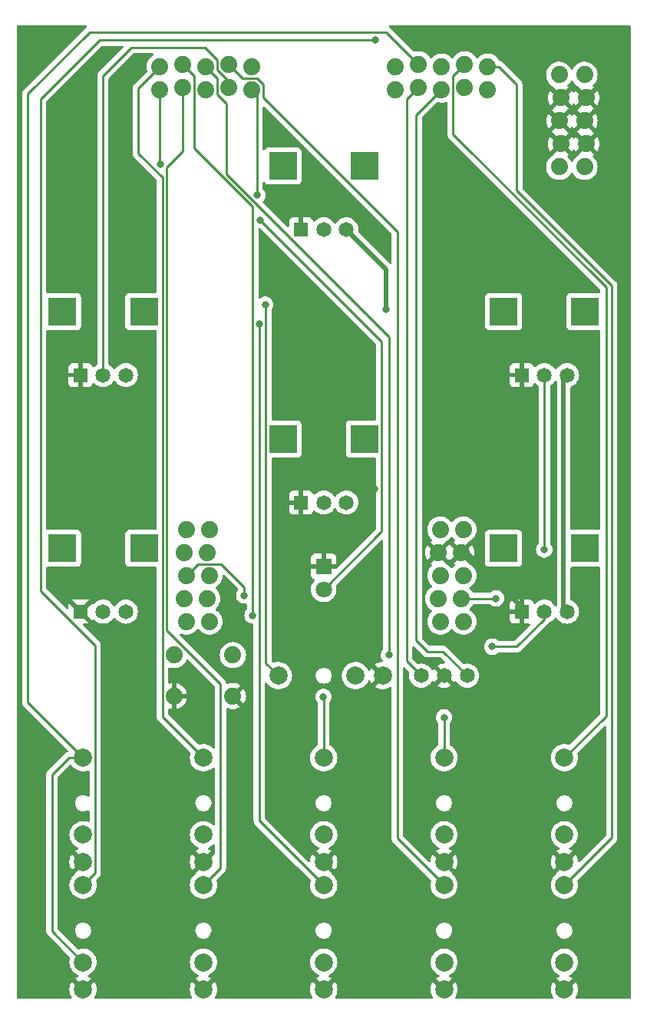
<source format=gtl>
G04 #@! TF.GenerationSoftware,KiCad,Pcbnew,7.0.8*
G04 #@! TF.CreationDate,2024-09-22T22:14:17-04:00*
G04 #@! TF.ProjectId,lichen-dev-module,6c696368-656e-42d6-9465-762d6d6f6475,1.0*
G04 #@! TF.SameCoordinates,Original*
G04 #@! TF.FileFunction,Copper,L1,Top*
G04 #@! TF.FilePolarity,Positive*
%FSLAX46Y46*%
G04 Gerber Fmt 4.6, Leading zero omitted, Abs format (unit mm)*
G04 Created by KiCad (PCBNEW 7.0.8) date 2024-09-22 22:14:17*
%MOMM*%
%LPD*%
G01*
G04 APERTURE LIST*
G04 #@! TA.AperFunction,ComponentPad*
%ADD10C,2.000000*%
G04 #@! TD*
G04 #@! TA.AperFunction,ComponentPad*
%ADD11R,1.650000X1.650000*%
G04 #@! TD*
G04 #@! TA.AperFunction,ComponentPad*
%ADD12C,1.650000*%
G04 #@! TD*
G04 #@! TA.AperFunction,ComponentPad*
%ADD13R,3.116000X3.116000*%
G04 #@! TD*
G04 #@! TA.AperFunction,ComponentPad*
%ADD14C,1.879600*%
G04 #@! TD*
G04 #@! TA.AperFunction,ComponentPad*
%ADD15R,1.800000X1.800000*%
G04 #@! TD*
G04 #@! TA.AperFunction,ComponentPad*
%ADD16C,1.800000*%
G04 #@! TD*
G04 #@! TA.AperFunction,ComponentPad*
%ADD17C,1.651000*%
G04 #@! TD*
G04 #@! TA.AperFunction,ViaPad*
%ADD18C,0.800000*%
G04 #@! TD*
G04 #@! TA.AperFunction,Conductor*
%ADD19C,0.500000*%
G04 #@! TD*
G04 #@! TA.AperFunction,Conductor*
%ADD20C,0.250000*%
G04 #@! TD*
G04 APERTURE END LIST*
D10*
X161950000Y-216930000D03*
X161950000Y-205430000D03*
X161950000Y-213930000D03*
X141900000Y-182321000D03*
X130400000Y-182321000D03*
X138900000Y-182321000D03*
D11*
X108563000Y-175265000D03*
D12*
X111063000Y-175265000D03*
X113563000Y-175265000D03*
D13*
X106563000Y-168265000D03*
X115563000Y-168265000D03*
D10*
X122125000Y-216930000D03*
X122125000Y-205430000D03*
X122125000Y-213930000D03*
X108850000Y-216930000D03*
X108850000Y-205430000D03*
X108850000Y-213930000D03*
D11*
X108563000Y-149163000D03*
D12*
X111063000Y-149163000D03*
X113563000Y-149163000D03*
D13*
X106563000Y-142163000D03*
X115563000Y-142163000D03*
D11*
X157237000Y-175265000D03*
D12*
X159737000Y-175265000D03*
X162237000Y-175265000D03*
D13*
X155237000Y-168265000D03*
X164237000Y-168265000D03*
D10*
X135400000Y-216930000D03*
X135400000Y-205430000D03*
X135400000Y-213930000D03*
X148675000Y-216930000D03*
X148675000Y-205430000D03*
X148675000Y-213930000D03*
X161950000Y-202875000D03*
X161950000Y-191375000D03*
X161950000Y-199875000D03*
X135400000Y-202875000D03*
X135400000Y-191375000D03*
X135400000Y-199875000D03*
D14*
X118873800Y-180060400D03*
X125376200Y-180060400D03*
X118873800Y-184581600D03*
X125376200Y-184581600D03*
D15*
X135400000Y-170274000D03*
D16*
X135400000Y-172814000D03*
D11*
X132900000Y-163219000D03*
D12*
X135400000Y-163219000D03*
X137900000Y-163219000D03*
D13*
X130900000Y-156219000D03*
X139900000Y-156219000D03*
D10*
X148675000Y-202875000D03*
X148675000Y-191375000D03*
X148675000Y-199875000D03*
X122125000Y-202875000D03*
X122125000Y-191375000D03*
X122125000Y-199875000D03*
D11*
X132900000Y-133102000D03*
D12*
X135400000Y-133102000D03*
X137900000Y-133102000D03*
D13*
X130900000Y-126102000D03*
X139900000Y-126102000D03*
D10*
X108850000Y-202875000D03*
X108850000Y-191375000D03*
X108850000Y-199875000D03*
D17*
X146135000Y-182321000D03*
X148675000Y-182321000D03*
X151215000Y-182321000D03*
D11*
X157237000Y-149163000D03*
D12*
X159737000Y-149163000D03*
X162237000Y-149163000D03*
D13*
X155237000Y-142163000D03*
X164237000Y-142163000D03*
D14*
X150797000Y-176363000D03*
X150543000Y-173823000D03*
X150797000Y-171283000D03*
X150543000Y-168743000D03*
X150797000Y-166203000D03*
X148257000Y-166203000D03*
X148003000Y-168743000D03*
X148257000Y-171283000D03*
X148003000Y-173823000D03*
X148257000Y-176363000D03*
X153480000Y-115140000D03*
X150940000Y-114886000D03*
X148400000Y-115140000D03*
X145860000Y-114886000D03*
X143320000Y-115140000D03*
X143320000Y-117680000D03*
X145860000Y-117426000D03*
X148400000Y-117680000D03*
X150940000Y-117426000D03*
X153480000Y-117680000D03*
X127480000Y-115140000D03*
X124940000Y-114886000D03*
X122400000Y-115140000D03*
X119860000Y-114886000D03*
X117320000Y-115140000D03*
X117320000Y-117680000D03*
X119860000Y-117426000D03*
X122400000Y-117680000D03*
X124940000Y-117426000D03*
X127480000Y-117680000D03*
X122797000Y-176363000D03*
X122543000Y-173823000D03*
X122797000Y-171283000D03*
X122543000Y-168743000D03*
X122797000Y-166203000D03*
X120257000Y-166203000D03*
X120003000Y-168743000D03*
X120257000Y-171283000D03*
X120003000Y-173823000D03*
X120257000Y-176363000D03*
X161376000Y-126210000D03*
X164170000Y-126210000D03*
X161579200Y-123670000D03*
X164373200Y-123670000D03*
X161376000Y-121130000D03*
X164170000Y-121130000D03*
X161579200Y-118590000D03*
X164373200Y-118590000D03*
X161376000Y-116050000D03*
X164170000Y-116050000D03*
D18*
X140990000Y-161730000D03*
X115240000Y-216190000D03*
X135360000Y-184680000D03*
X127550000Y-175680000D03*
X148670000Y-186930000D03*
X142600000Y-180050000D03*
X128280000Y-143530000D03*
X117360000Y-125920000D03*
X141060000Y-112200000D03*
X153990000Y-179120000D03*
X126630000Y-173480000D03*
X128060000Y-129340000D03*
X128390000Y-132070000D03*
X154400000Y-173800000D03*
X159720000Y-168420000D03*
X142260000Y-141910000D03*
X128940000Y-141400000D03*
D19*
X157065000Y-174605000D02*
X151203000Y-168743000D01*
X157065000Y-175265000D02*
X157065000Y-174605000D01*
D20*
X157237000Y-175265000D02*
X157065000Y-175265000D01*
D19*
X151203000Y-168743000D02*
X150543000Y-168743000D01*
D20*
X114950000Y-117510000D02*
X117320000Y-115140000D01*
X114950000Y-124730000D02*
X114950000Y-117510000D01*
X122125000Y-191375000D02*
X117609000Y-186859000D01*
X117609000Y-186859000D02*
X117609000Y-127389000D01*
X117609000Y-127389000D02*
X114950000Y-124730000D01*
X127550000Y-175680000D02*
X127550000Y-130544016D01*
X135400000Y-184720000D02*
X135360000Y-184680000D01*
X121124800Y-124118816D02*
X121124800Y-116150800D01*
X135360000Y-184680000D02*
X135400000Y-184640000D01*
X135400000Y-184640000D02*
X135400000Y-184610000D01*
X121124800Y-116150800D02*
X119860000Y-114886000D01*
X127500000Y-175600000D02*
X127550000Y-175680000D01*
X127550000Y-130544016D02*
X121124800Y-124118816D01*
X135400000Y-191375000D02*
X135400000Y-184720000D01*
X124670000Y-119207278D02*
X123664800Y-118202078D01*
X124670000Y-127027620D02*
X124670000Y-119207278D01*
X148675000Y-186935000D02*
X148670000Y-186930000D01*
X142600000Y-180050000D02*
X142580000Y-180030000D01*
X142580000Y-180030000D02*
X142580000Y-144937620D01*
X123664800Y-118202078D02*
X123664800Y-116404800D01*
X148675000Y-191375000D02*
X148675000Y-186935000D01*
X142580000Y-144937620D02*
X124670000Y-127027620D01*
X142640000Y-179940000D02*
X142600000Y-180050000D01*
X123664800Y-116404800D02*
X122400000Y-115140000D01*
X124000000Y-183230000D02*
X118059000Y-177289000D01*
X124000000Y-203555000D02*
X124000000Y-183230000D01*
X119860000Y-124445305D02*
X119860000Y-117426000D01*
X118059000Y-126246305D02*
X119860000Y-124445305D01*
X118059000Y-177289000D02*
X118059000Y-126246305D01*
X122125000Y-205430000D02*
X124000000Y-203555000D01*
X135400000Y-205430000D02*
X128290000Y-198320000D01*
X117320000Y-125880000D02*
X117320000Y-117680000D01*
X128290000Y-198320000D02*
X128290000Y-143690000D01*
X128744800Y-118568420D02*
X128744800Y-117137226D01*
X143510000Y-133333620D02*
X128744800Y-118568420D01*
X126463561Y-116409561D02*
X124940000Y-114886000D01*
X148675000Y-205430000D02*
X143510000Y-200265000D01*
X128017135Y-116409561D02*
X126463561Y-116409561D01*
X143510000Y-200265000D02*
X143510000Y-133333620D01*
X128744800Y-117137226D02*
X128017135Y-116409561D01*
X107285000Y-191375000D02*
X108850000Y-191375000D01*
X105400000Y-193260000D02*
X107285000Y-191375000D01*
X108850000Y-213930000D02*
X105400000Y-210480000D01*
X108850000Y-191375000D02*
X102760000Y-185285000D01*
X142294000Y-111320000D02*
X145860000Y-114886000D01*
X102760000Y-118140000D02*
X109580000Y-111320000D01*
X109580000Y-111320000D02*
X142294000Y-111320000D01*
X105400000Y-210480000D02*
X105400000Y-193260000D01*
X102760000Y-185285000D02*
X102760000Y-118140000D01*
X110175000Y-178986620D02*
X104150000Y-172961620D01*
X110175000Y-204105000D02*
X110175000Y-178986620D01*
X141060000Y-112200000D02*
X141080000Y-112220000D01*
X104150000Y-172961620D02*
X104150000Y-118740000D01*
X104150000Y-118740000D02*
X110670000Y-112220000D01*
X110670000Y-112220000D02*
X141040000Y-112220000D01*
X108850000Y-205430000D02*
X110175000Y-204105000D01*
X141040000Y-112220000D02*
X141060000Y-112200000D01*
X166550000Y-186775000D02*
X166550000Y-139490000D01*
X149675200Y-116150800D02*
X150940000Y-114886000D01*
X149675200Y-122615200D02*
X149675200Y-116150800D01*
X161950000Y-191375000D02*
X166550000Y-186775000D01*
X166550000Y-139490000D02*
X149675200Y-122615200D01*
X167170000Y-139300000D02*
X156680000Y-128810000D01*
X156680000Y-128810000D02*
X156680000Y-117100000D01*
X167170000Y-200210000D02*
X167170000Y-139300000D01*
X161950000Y-205430000D02*
X167170000Y-200210000D01*
X156680000Y-117100000D02*
X154720000Y-115140000D01*
X154720000Y-115140000D02*
X153480000Y-115140000D01*
X153990000Y-179120000D02*
X154070000Y-179120000D01*
X159737000Y-176085481D02*
X156702481Y-179120000D01*
X159737000Y-175265000D02*
X159737000Y-176085481D01*
X124100000Y-170010000D02*
X121530000Y-170010000D01*
X126630000Y-173480000D02*
X126630000Y-172540000D01*
X121530000Y-170010000D02*
X120257000Y-171283000D01*
X156702481Y-179120000D02*
X153990000Y-179120000D01*
X126630000Y-172540000D02*
X124100000Y-170010000D01*
X111030000Y-149130000D02*
X111030000Y-116170000D01*
X124940000Y-116780000D02*
X124940000Y-117426000D01*
X114150000Y-113050000D02*
X122320000Y-113050000D01*
X123675200Y-114405200D02*
X123675200Y-115515200D01*
X111030000Y-116170000D02*
X114150000Y-113050000D01*
X122320000Y-113050000D02*
X123675200Y-114405200D01*
X123675200Y-115515200D02*
X124940000Y-116780000D01*
X111063000Y-149163000D02*
X111030000Y-149130000D01*
X141783000Y-145463000D02*
X128390000Y-132070000D01*
X128390000Y-132070000D02*
X128450000Y-132130000D01*
X141783000Y-166431000D02*
X141783000Y-145463000D01*
X128040000Y-129320000D02*
X128040000Y-118240000D01*
X135400000Y-172814000D02*
X141783000Y-166431000D01*
X144550000Y-118736000D02*
X145860000Y-117426000D01*
X146135000Y-182321000D02*
X144550000Y-180736000D01*
X144550000Y-180736000D02*
X144550000Y-118736000D01*
X151215000Y-182321000D02*
X148554000Y-179660000D01*
X145600000Y-120480000D02*
X148400000Y-117680000D01*
X148554000Y-179660000D02*
X146810000Y-179660000D01*
X145600000Y-178450000D02*
X145600000Y-120480000D01*
X146810000Y-179660000D02*
X145600000Y-178450000D01*
D19*
X161870000Y-149530000D02*
X161870000Y-174898000D01*
X161870000Y-174898000D02*
X162237000Y-175265000D01*
X162237000Y-149163000D02*
X161870000Y-149530000D01*
D20*
X159737000Y-168403000D02*
X159720000Y-168420000D01*
X154400000Y-173800000D02*
X154390000Y-173800000D01*
X154400000Y-173790000D02*
X154400000Y-173800000D01*
X159720000Y-168420000D02*
X159737000Y-168437000D01*
X159737000Y-168437000D02*
X159737000Y-168453000D01*
X154367000Y-173823000D02*
X150543000Y-173823000D01*
X154390000Y-173800000D02*
X154367000Y-173823000D01*
X159737000Y-149163000D02*
X159737000Y-168403000D01*
X142260000Y-141910000D02*
X142280000Y-141910000D01*
D19*
X142260000Y-137508000D02*
X142260000Y-141910000D01*
X137854000Y-133102000D02*
X142260000Y-137508000D01*
D20*
X129017000Y-180938000D02*
X129017000Y-141427000D01*
X128940000Y-141400000D02*
X128940000Y-141350000D01*
X129017000Y-141427000D02*
X128990000Y-141400000D01*
X128990000Y-141400000D02*
X128940000Y-141400000D01*
X128940000Y-141350000D02*
X128940000Y-141350000D01*
X130400000Y-182321000D02*
X129017000Y-180938000D01*
G04 #@! TA.AperFunction,Conductor*
G36*
X109232326Y-110590185D02*
G01*
X109278081Y-110642989D01*
X109288025Y-110712147D01*
X109259000Y-110775703D01*
X109228409Y-110801230D01*
X109221628Y-110805240D01*
X109193580Y-110821828D01*
X109179408Y-110836000D01*
X109164623Y-110848628D01*
X109148412Y-110860407D01*
X109118709Y-110896310D01*
X109114777Y-110900631D01*
X102376208Y-117639199D01*
X102363951Y-117649020D01*
X102364134Y-117649241D01*
X102358123Y-117654213D01*
X102310772Y-117704636D01*
X102289889Y-117725519D01*
X102289877Y-117725532D01*
X102285621Y-117731017D01*
X102281837Y-117735447D01*
X102249937Y-117769418D01*
X102249936Y-117769420D01*
X102240284Y-117786976D01*
X102229610Y-117803226D01*
X102217329Y-117819061D01*
X102217324Y-117819068D01*
X102198815Y-117861838D01*
X102196245Y-117867084D01*
X102173803Y-117907906D01*
X102168822Y-117927307D01*
X102162521Y-117945710D01*
X102154562Y-117964102D01*
X102154561Y-117964105D01*
X102147271Y-118010127D01*
X102146087Y-118015846D01*
X102134501Y-118060972D01*
X102134500Y-118060982D01*
X102134500Y-118081016D01*
X102132973Y-118100415D01*
X102129840Y-118120194D01*
X102129840Y-118120195D01*
X102134225Y-118166583D01*
X102134500Y-118172421D01*
X102134500Y-185202255D01*
X102132775Y-185217872D01*
X102133061Y-185217899D01*
X102132326Y-185225665D01*
X102134500Y-185294814D01*
X102134500Y-185324343D01*
X102134501Y-185324360D01*
X102135368Y-185331231D01*
X102135826Y-185337050D01*
X102137290Y-185383624D01*
X102137291Y-185383627D01*
X102142880Y-185402867D01*
X102146824Y-185421911D01*
X102149336Y-185441792D01*
X102166490Y-185485119D01*
X102168382Y-185490647D01*
X102181381Y-185535388D01*
X102191580Y-185552634D01*
X102200138Y-185570103D01*
X102207514Y-185588732D01*
X102234898Y-185626423D01*
X102238106Y-185631307D01*
X102261827Y-185671416D01*
X102261833Y-185671424D01*
X102275990Y-185685580D01*
X102288628Y-185700376D01*
X102300405Y-185716586D01*
X102300406Y-185716587D01*
X102336309Y-185746288D01*
X102340620Y-185750210D01*
X106445416Y-189855006D01*
X107157011Y-190566601D01*
X107190496Y-190627924D01*
X107185512Y-190697616D01*
X107143640Y-190753549D01*
X107114972Y-190769576D01*
X107084882Y-190781488D01*
X107079357Y-190783380D01*
X107034614Y-190796380D01*
X107034610Y-190796381D01*
X107017366Y-190806579D01*
X106999905Y-190815133D01*
X106981274Y-190822510D01*
X106981262Y-190822517D01*
X106943570Y-190849902D01*
X106938687Y-190853109D01*
X106898580Y-190876829D01*
X106884414Y-190890995D01*
X106869624Y-190903627D01*
X106853414Y-190915404D01*
X106853411Y-190915407D01*
X106823710Y-190951309D01*
X106819777Y-190955631D01*
X105016208Y-192759199D01*
X105003951Y-192769020D01*
X105004134Y-192769241D01*
X104998123Y-192774213D01*
X104950772Y-192824636D01*
X104929889Y-192845519D01*
X104929877Y-192845532D01*
X104925621Y-192851017D01*
X104921837Y-192855447D01*
X104889937Y-192889418D01*
X104889936Y-192889420D01*
X104880284Y-192906976D01*
X104869610Y-192923226D01*
X104857329Y-192939061D01*
X104857324Y-192939068D01*
X104838815Y-192981838D01*
X104836245Y-192987084D01*
X104813803Y-193027906D01*
X104808822Y-193047307D01*
X104802521Y-193065710D01*
X104794562Y-193084102D01*
X104794561Y-193084105D01*
X104787271Y-193130127D01*
X104786087Y-193135846D01*
X104774501Y-193180972D01*
X104774500Y-193180982D01*
X104774500Y-193201016D01*
X104772973Y-193220415D01*
X104769840Y-193240194D01*
X104769840Y-193240195D01*
X104774225Y-193286583D01*
X104774500Y-193292421D01*
X104774500Y-210397255D01*
X104772775Y-210412872D01*
X104773061Y-210412899D01*
X104772326Y-210420665D01*
X104774500Y-210489814D01*
X104774500Y-210519343D01*
X104774501Y-210519360D01*
X104775368Y-210526231D01*
X104775826Y-210532050D01*
X104777290Y-210578624D01*
X104777291Y-210578627D01*
X104782880Y-210597867D01*
X104786824Y-210616911D01*
X104789336Y-210636791D01*
X104806490Y-210680119D01*
X104808382Y-210685647D01*
X104821381Y-210730388D01*
X104831580Y-210747634D01*
X104840138Y-210765103D01*
X104847514Y-210783732D01*
X104874898Y-210821423D01*
X104878106Y-210826307D01*
X104901827Y-210866416D01*
X104901833Y-210866424D01*
X104915990Y-210880580D01*
X104928628Y-210895376D01*
X104940405Y-210911586D01*
X104940406Y-210911587D01*
X104976309Y-210941288D01*
X104980620Y-210945210D01*
X106464910Y-212429500D01*
X107386338Y-213350928D01*
X107419823Y-213412251D01*
X107418863Y-213469049D01*
X107364892Y-213682174D01*
X107364890Y-213682187D01*
X107344357Y-213929994D01*
X107344357Y-213930005D01*
X107364890Y-214177812D01*
X107364892Y-214177824D01*
X107425936Y-214418881D01*
X107525826Y-214646606D01*
X107661833Y-214854782D01*
X107661836Y-214854785D01*
X107830256Y-215037738D01*
X108026491Y-215190474D01*
X108245190Y-215308828D01*
X108257292Y-215312982D01*
X108314307Y-215353365D01*
X108340439Y-215418164D01*
X108327391Y-215486804D01*
X108279304Y-215537493D01*
X108257300Y-215547543D01*
X108245398Y-215551629D01*
X108245390Y-215551632D01*
X108026761Y-215669949D01*
X107979942Y-215706388D01*
X107979942Y-215706390D01*
X108678431Y-216404878D01*
X108561542Y-216455651D01*
X108444261Y-216551066D01*
X108357072Y-216674585D01*
X108326645Y-216760197D01*
X107626564Y-216060116D01*
X107526267Y-216213632D01*
X107426412Y-216441282D01*
X107365387Y-216682261D01*
X107365385Y-216682270D01*
X107344859Y-216929994D01*
X107344859Y-216930005D01*
X107365385Y-217177729D01*
X107365387Y-217177738D01*
X107426412Y-217418717D01*
X107526267Y-217646367D01*
X107585924Y-217737679D01*
X107606111Y-217804568D01*
X107586931Y-217871754D01*
X107534473Y-217917904D01*
X107482115Y-217929500D01*
X101634500Y-217929500D01*
X101567461Y-217909815D01*
X101521706Y-217857011D01*
X101510500Y-217805500D01*
X101510500Y-110694500D01*
X101530185Y-110627461D01*
X101582989Y-110581706D01*
X101634500Y-110570500D01*
X109165287Y-110570500D01*
X109232326Y-110590185D01*
G37*
G04 #@! TD.AperFunction*
G04 #@! TA.AperFunction,Conductor*
G36*
X150076155Y-168956201D02*
G01*
X150155131Y-169079090D01*
X150265530Y-169174752D01*
X150398408Y-169235435D01*
X150403399Y-169236152D01*
X149715839Y-169923711D01*
X149715840Y-169923712D01*
X149752802Y-169952481D01*
X149752808Y-169952486D01*
X149826955Y-169992612D01*
X149876546Y-170041831D01*
X149891654Y-170110048D01*
X149867484Y-170175604D01*
X149844102Y-170199519D01*
X149818171Y-170219702D01*
X149656508Y-170395315D01*
X149630808Y-170434652D01*
X149577661Y-170480008D01*
X149508430Y-170489431D01*
X149445094Y-170459928D01*
X149423192Y-170434652D01*
X149397494Y-170395318D01*
X149235832Y-170219705D01*
X149047469Y-170073097D01*
X148897899Y-169992153D01*
X148848310Y-169942934D01*
X148848000Y-169941553D01*
X148142599Y-169236152D01*
X148147592Y-169235435D01*
X148280470Y-169174752D01*
X148390869Y-169079090D01*
X148469845Y-168956201D01*
X148492521Y-168878969D01*
X149182941Y-169569389D01*
X149195361Y-169568101D01*
X149222337Y-169545080D01*
X149291568Y-169535656D01*
X149354904Y-169565158D01*
X149358127Y-169568878D01*
X149363057Y-169569389D01*
X150053477Y-168878969D01*
X150076155Y-168956201D01*
G37*
G04 #@! TD.AperFunction*
G04 #@! TA.AperFunction,Conductor*
G36*
X149608904Y-167026071D02*
G01*
X149630809Y-167051350D01*
X149656506Y-167090682D01*
X149818168Y-167266295D01*
X149844100Y-167286479D01*
X149884913Y-167343188D01*
X149888588Y-167412961D01*
X149853957Y-167473644D01*
X149826956Y-167493386D01*
X149752811Y-167533511D01*
X149752802Y-167533517D01*
X149715840Y-167562286D01*
X149715840Y-167562287D01*
X150403400Y-168249847D01*
X150398408Y-168250565D01*
X150265530Y-168311248D01*
X150155131Y-168406910D01*
X150076155Y-168529799D01*
X150053478Y-168607030D01*
X149363057Y-167916609D01*
X149350634Y-167917897D01*
X149323659Y-167940919D01*
X149254428Y-167950341D01*
X149191093Y-167920839D01*
X149187871Y-167917120D01*
X149182941Y-167916609D01*
X148492521Y-168607029D01*
X148469845Y-168529799D01*
X148390869Y-168406910D01*
X148280470Y-168311248D01*
X148147592Y-168250565D01*
X148142600Y-168249847D01*
X148848253Y-167544192D01*
X148848649Y-167542452D01*
X148897899Y-167493846D01*
X149047469Y-167412903D01*
X149235832Y-167266295D01*
X149397494Y-167090682D01*
X149423191Y-167051350D01*
X149476337Y-167005993D01*
X149545568Y-166996569D01*
X149608904Y-167026071D01*
G37*
G04 #@! TD.AperFunction*
G04 #@! TA.AperFunction,Conductor*
G36*
X163906355Y-123883201D02*
G01*
X163985331Y-124006090D01*
X164095730Y-124101752D01*
X164228608Y-124162435D01*
X164233599Y-124163152D01*
X163537910Y-124858840D01*
X163529199Y-124897146D01*
X163479949Y-124945752D01*
X163379537Y-125000092D01*
X163379530Y-125000097D01*
X163191169Y-125146704D01*
X163029506Y-125322317D01*
X162898952Y-125522145D01*
X162886556Y-125550406D01*
X162841599Y-125603891D01*
X162774863Y-125624581D01*
X162707535Y-125605906D01*
X162660992Y-125553795D01*
X162659444Y-125550406D01*
X162647047Y-125522145D01*
X162647047Y-125522144D01*
X162516494Y-125322318D01*
X162354832Y-125146705D01*
X162315922Y-125116420D01*
X162308063Y-125110303D01*
X162267250Y-125053593D01*
X162263577Y-124983820D01*
X162298208Y-124923137D01*
X162325210Y-124903394D01*
X162369397Y-124879481D01*
X162369400Y-124879480D01*
X162406358Y-124850712D01*
X162406358Y-124850711D01*
X161718799Y-124163152D01*
X161723792Y-124162435D01*
X161856670Y-124101752D01*
X161967069Y-124006090D01*
X162046045Y-123883201D01*
X162068721Y-123805969D01*
X162759141Y-124496389D01*
X162849804Y-124357621D01*
X162849806Y-124357619D01*
X162862643Y-124328353D01*
X162907599Y-124274867D01*
X162974334Y-124254176D01*
X163041662Y-124272850D01*
X163088207Y-124324959D01*
X163089757Y-124328353D01*
X163102593Y-124357617D01*
X163193257Y-124496389D01*
X163883677Y-123805969D01*
X163906355Y-123883201D01*
G37*
G04 #@! TD.AperFunction*
G04 #@! TA.AperFunction,Conductor*
G36*
X163703155Y-121343201D02*
G01*
X163782131Y-121466090D01*
X163892530Y-121561752D01*
X164025408Y-121622435D01*
X164030399Y-121623152D01*
X163342839Y-122310711D01*
X163342840Y-122310712D01*
X163379802Y-122339481D01*
X163379808Y-122339486D01*
X163479982Y-122393697D01*
X163529573Y-122442916D01*
X163538227Y-122481474D01*
X164233600Y-123176847D01*
X164228608Y-123177565D01*
X164095730Y-123238248D01*
X163985331Y-123333910D01*
X163906355Y-123456799D01*
X163883678Y-123534030D01*
X163193257Y-122843609D01*
X163102592Y-122982382D01*
X163089756Y-123011647D01*
X163044800Y-123065133D01*
X162978064Y-123085823D01*
X162910736Y-123067149D01*
X162864193Y-123015038D01*
X162862644Y-123011647D01*
X162849806Y-122982380D01*
X162759141Y-122843609D01*
X162068721Y-123534029D01*
X162046045Y-123456799D01*
X161967069Y-123333910D01*
X161856670Y-123238248D01*
X161723792Y-123177565D01*
X161718800Y-123176847D01*
X162406359Y-122489288D01*
X162406358Y-122489286D01*
X162369397Y-122460518D01*
X162369391Y-122460514D01*
X162269216Y-122406302D01*
X162219625Y-122357083D01*
X162210970Y-122318523D01*
X161515599Y-121623152D01*
X161520592Y-121622435D01*
X161653470Y-121561752D01*
X161763869Y-121466090D01*
X161842845Y-121343201D01*
X161865522Y-121265969D01*
X162555941Y-121956389D01*
X162646604Y-121817621D01*
X162646606Y-121817619D01*
X162659443Y-121788353D01*
X162704399Y-121734867D01*
X162771134Y-121714176D01*
X162838462Y-121732850D01*
X162885007Y-121784959D01*
X162886557Y-121788353D01*
X162899393Y-121817617D01*
X162990057Y-121956389D01*
X163680477Y-121265969D01*
X163703155Y-121343201D01*
G37*
G04 #@! TD.AperFunction*
G04 #@! TA.AperFunction,Conductor*
G36*
X163906355Y-118803201D02*
G01*
X163985331Y-118926090D01*
X164095730Y-119021752D01*
X164228608Y-119082435D01*
X164233599Y-119083152D01*
X163538116Y-119778634D01*
X163529233Y-119817697D01*
X163479982Y-119866303D01*
X163379807Y-119920514D01*
X163379802Y-119920517D01*
X163342840Y-119949286D01*
X163342840Y-119949287D01*
X164030400Y-120636847D01*
X164025408Y-120637565D01*
X163892530Y-120698248D01*
X163782131Y-120793910D01*
X163703155Y-120916799D01*
X163680478Y-120994030D01*
X162990057Y-120303609D01*
X162899392Y-120442382D01*
X162886556Y-120471647D01*
X162841600Y-120525133D01*
X162774864Y-120545823D01*
X162707536Y-120527149D01*
X162660993Y-120475038D01*
X162659444Y-120471647D01*
X162646606Y-120442380D01*
X162555941Y-120303609D01*
X161865521Y-120994029D01*
X161842845Y-120916799D01*
X161763869Y-120793910D01*
X161653470Y-120698248D01*
X161520592Y-120637565D01*
X161515600Y-120636847D01*
X162211081Y-119941365D01*
X162219963Y-119902307D01*
X162269216Y-119853697D01*
X162369392Y-119799484D01*
X162369400Y-119799480D01*
X162406358Y-119770712D01*
X162406358Y-119770711D01*
X161718799Y-119083152D01*
X161723792Y-119082435D01*
X161856670Y-119021752D01*
X161967069Y-118926090D01*
X162046045Y-118803201D01*
X162068721Y-118725969D01*
X162759141Y-119416389D01*
X162849804Y-119277621D01*
X162849806Y-119277619D01*
X162862643Y-119248353D01*
X162907599Y-119194867D01*
X162974334Y-119174176D01*
X163041662Y-119192850D01*
X163088207Y-119244959D01*
X163089757Y-119248353D01*
X163102593Y-119277617D01*
X163193257Y-119416389D01*
X163883677Y-118725969D01*
X163906355Y-118803201D01*
G37*
G04 #@! TD.AperFunction*
G04 #@! TA.AperFunction,Conductor*
G36*
X162838464Y-116654092D02*
G01*
X162885007Y-116706202D01*
X162886556Y-116709594D01*
X162897364Y-116734235D01*
X162898953Y-116737856D01*
X163029506Y-116937682D01*
X163191168Y-117113295D01*
X163379531Y-117259903D01*
X163479948Y-117314246D01*
X163529539Y-117363465D01*
X163538024Y-117401271D01*
X164233600Y-118096847D01*
X164228608Y-118097565D01*
X164095730Y-118158248D01*
X163985331Y-118253910D01*
X163906355Y-118376799D01*
X163883678Y-118454030D01*
X163193257Y-117763609D01*
X163102592Y-117902382D01*
X163089756Y-117931647D01*
X163044800Y-117985133D01*
X162978064Y-118005823D01*
X162910736Y-117987149D01*
X162864193Y-117935038D01*
X162862644Y-117931647D01*
X162849806Y-117902380D01*
X162759141Y-117763609D01*
X162068721Y-118454029D01*
X162046045Y-118376799D01*
X161967069Y-118253910D01*
X161856670Y-118158248D01*
X161723792Y-118097565D01*
X161718800Y-118096847D01*
X162406359Y-117409288D01*
X162406358Y-117409286D01*
X162369397Y-117380518D01*
X162369391Y-117380514D01*
X162325209Y-117356604D01*
X162275618Y-117307385D01*
X162260510Y-117239169D01*
X162284680Y-117173613D01*
X162308060Y-117149698D01*
X162354832Y-117113295D01*
X162516494Y-116937682D01*
X162647047Y-116737856D01*
X162659444Y-116709594D01*
X162704400Y-116656108D01*
X162771136Y-116635418D01*
X162838464Y-116654092D01*
G37*
G04 #@! TD.AperFunction*
G04 #@! TA.AperFunction,Conductor*
G36*
X169232539Y-110590185D02*
G01*
X169278294Y-110642989D01*
X169289500Y-110694500D01*
X169289500Y-217805500D01*
X169269815Y-217872539D01*
X169217011Y-217918294D01*
X169165500Y-217929500D01*
X163317885Y-217929500D01*
X163250846Y-217909815D01*
X163205091Y-217857011D01*
X163195147Y-217787853D01*
X163214076Y-217737679D01*
X163273732Y-217646367D01*
X163373587Y-217418717D01*
X163434612Y-217177738D01*
X163434614Y-217177729D01*
X163455141Y-216930005D01*
X163455141Y-216929994D01*
X163434614Y-216682270D01*
X163434612Y-216682261D01*
X163373587Y-216441282D01*
X163273731Y-216213630D01*
X163173434Y-216060116D01*
X162475928Y-216757621D01*
X162473116Y-216744085D01*
X162403558Y-216609844D01*
X162300362Y-216499348D01*
X162171181Y-216420791D01*
X162119997Y-216406450D01*
X162820057Y-215706390D01*
X162820056Y-215706389D01*
X162773229Y-215669943D01*
X162554614Y-215551635D01*
X162554605Y-215551631D01*
X162542701Y-215547544D01*
X162485687Y-215507156D01*
X162459559Y-215442356D01*
X162472612Y-215373716D01*
X162520703Y-215323030D01*
X162542705Y-215312983D01*
X162554810Y-215308828D01*
X162773509Y-215190474D01*
X162969744Y-215037738D01*
X163138164Y-214854785D01*
X163274173Y-214646607D01*
X163374063Y-214418881D01*
X163435108Y-214177821D01*
X163455643Y-213930000D01*
X163435108Y-213682179D01*
X163374063Y-213441119D01*
X163361400Y-213412251D01*
X163274173Y-213213393D01*
X163138166Y-213005217D01*
X163116557Y-212981744D01*
X162969744Y-212822262D01*
X162773509Y-212669526D01*
X162773507Y-212669525D01*
X162773506Y-212669524D01*
X162554811Y-212551172D01*
X162554802Y-212551169D01*
X162319616Y-212470429D01*
X162074335Y-212429500D01*
X161825665Y-212429500D01*
X161580383Y-212470429D01*
X161345197Y-212551169D01*
X161345188Y-212551172D01*
X161126493Y-212669524D01*
X160930257Y-212822261D01*
X160761833Y-213005217D01*
X160625826Y-213213393D01*
X160525936Y-213441118D01*
X160464892Y-213682175D01*
X160464890Y-213682187D01*
X160444357Y-213929994D01*
X160444357Y-213930005D01*
X160464890Y-214177812D01*
X160464892Y-214177824D01*
X160525936Y-214418881D01*
X160625826Y-214646606D01*
X160761833Y-214854782D01*
X160761836Y-214854785D01*
X160930256Y-215037738D01*
X161126491Y-215190474D01*
X161345190Y-215308828D01*
X161357292Y-215312982D01*
X161414307Y-215353365D01*
X161440439Y-215418164D01*
X161427391Y-215486804D01*
X161379304Y-215537493D01*
X161357300Y-215547543D01*
X161345398Y-215551629D01*
X161345390Y-215551632D01*
X161126761Y-215669949D01*
X161079942Y-215706388D01*
X161079942Y-215706390D01*
X161778431Y-216404878D01*
X161661542Y-216455651D01*
X161544261Y-216551066D01*
X161457072Y-216674585D01*
X161426645Y-216760197D01*
X160726564Y-216060116D01*
X160626267Y-216213632D01*
X160526412Y-216441282D01*
X160465387Y-216682261D01*
X160465385Y-216682270D01*
X160444859Y-216929994D01*
X160444859Y-216930005D01*
X160465385Y-217177729D01*
X160465387Y-217177738D01*
X160526412Y-217418717D01*
X160626267Y-217646367D01*
X160685924Y-217737679D01*
X160706111Y-217804568D01*
X160686931Y-217871754D01*
X160634473Y-217917904D01*
X160582115Y-217929500D01*
X150042885Y-217929500D01*
X149975846Y-217909815D01*
X149930091Y-217857011D01*
X149920147Y-217787853D01*
X149939076Y-217737679D01*
X149998732Y-217646367D01*
X150098587Y-217418717D01*
X150159612Y-217177738D01*
X150159614Y-217177729D01*
X150180141Y-216930005D01*
X150180141Y-216929994D01*
X150159614Y-216682270D01*
X150159612Y-216682261D01*
X150098587Y-216441282D01*
X149998731Y-216213630D01*
X149898434Y-216060116D01*
X149200928Y-216757621D01*
X149198116Y-216744085D01*
X149128558Y-216609844D01*
X149025362Y-216499348D01*
X148896181Y-216420791D01*
X148844997Y-216406450D01*
X149545057Y-215706390D01*
X149545056Y-215706389D01*
X149498229Y-215669943D01*
X149279614Y-215551635D01*
X149279605Y-215551631D01*
X149267701Y-215547544D01*
X149210687Y-215507156D01*
X149184559Y-215442356D01*
X149197612Y-215373716D01*
X149245703Y-215323030D01*
X149267705Y-215312983D01*
X149279810Y-215308828D01*
X149498509Y-215190474D01*
X149694744Y-215037738D01*
X149863164Y-214854785D01*
X149999173Y-214646607D01*
X150099063Y-214418881D01*
X150160108Y-214177821D01*
X150180643Y-213930000D01*
X150160108Y-213682179D01*
X150099063Y-213441119D01*
X150086400Y-213412251D01*
X149999173Y-213213393D01*
X149863166Y-213005217D01*
X149841557Y-212981744D01*
X149694744Y-212822262D01*
X149498509Y-212669526D01*
X149498507Y-212669525D01*
X149498506Y-212669524D01*
X149279811Y-212551172D01*
X149279802Y-212551169D01*
X149044616Y-212470429D01*
X148799335Y-212429500D01*
X148550665Y-212429500D01*
X148305383Y-212470429D01*
X148070197Y-212551169D01*
X148070188Y-212551172D01*
X147851493Y-212669524D01*
X147655257Y-212822261D01*
X147486833Y-213005217D01*
X147350826Y-213213393D01*
X147250936Y-213441118D01*
X147189892Y-213682175D01*
X147189890Y-213682187D01*
X147169357Y-213929994D01*
X147169357Y-213930005D01*
X147189890Y-214177812D01*
X147189892Y-214177824D01*
X147250936Y-214418881D01*
X147350826Y-214646606D01*
X147486833Y-214854782D01*
X147486836Y-214854785D01*
X147655256Y-215037738D01*
X147851491Y-215190474D01*
X148070190Y-215308828D01*
X148082292Y-215312982D01*
X148139307Y-215353365D01*
X148165439Y-215418164D01*
X148152391Y-215486804D01*
X148104304Y-215537493D01*
X148082300Y-215547543D01*
X148070398Y-215551629D01*
X148070390Y-215551632D01*
X147851761Y-215669949D01*
X147804942Y-215706388D01*
X147804942Y-215706390D01*
X148503431Y-216404878D01*
X148386542Y-216455651D01*
X148269261Y-216551066D01*
X148182072Y-216674585D01*
X148151645Y-216760197D01*
X147451564Y-216060116D01*
X147351267Y-216213632D01*
X147251412Y-216441282D01*
X147190387Y-216682261D01*
X147190385Y-216682270D01*
X147169859Y-216929994D01*
X147169859Y-216930005D01*
X147190385Y-217177729D01*
X147190387Y-217177738D01*
X147251412Y-217418717D01*
X147351267Y-217646367D01*
X147410924Y-217737679D01*
X147431111Y-217804568D01*
X147411931Y-217871754D01*
X147359473Y-217917904D01*
X147307115Y-217929500D01*
X136767885Y-217929500D01*
X136700846Y-217909815D01*
X136655091Y-217857011D01*
X136645147Y-217787853D01*
X136664076Y-217737679D01*
X136723732Y-217646367D01*
X136823587Y-217418717D01*
X136884612Y-217177738D01*
X136884614Y-217177729D01*
X136905141Y-216930005D01*
X136905141Y-216929994D01*
X136884614Y-216682270D01*
X136884612Y-216682261D01*
X136823587Y-216441282D01*
X136723731Y-216213630D01*
X136623434Y-216060116D01*
X135925928Y-216757621D01*
X135923116Y-216744085D01*
X135853558Y-216609844D01*
X135750362Y-216499348D01*
X135621181Y-216420791D01*
X135569997Y-216406450D01*
X136270057Y-215706390D01*
X136270056Y-215706389D01*
X136223229Y-215669943D01*
X136004614Y-215551635D01*
X136004605Y-215551631D01*
X135992701Y-215547544D01*
X135935687Y-215507156D01*
X135909559Y-215442356D01*
X135922612Y-215373716D01*
X135970703Y-215323030D01*
X135992705Y-215312983D01*
X136004810Y-215308828D01*
X136223509Y-215190474D01*
X136419744Y-215037738D01*
X136588164Y-214854785D01*
X136724173Y-214646607D01*
X136824063Y-214418881D01*
X136885108Y-214177821D01*
X136905643Y-213930000D01*
X136885108Y-213682179D01*
X136824063Y-213441119D01*
X136811400Y-213412251D01*
X136724173Y-213213393D01*
X136588166Y-213005217D01*
X136566557Y-212981744D01*
X136419744Y-212822262D01*
X136223509Y-212669526D01*
X136223507Y-212669525D01*
X136223506Y-212669524D01*
X136004811Y-212551172D01*
X136004802Y-212551169D01*
X135769616Y-212470429D01*
X135524335Y-212429500D01*
X135275665Y-212429500D01*
X135030383Y-212470429D01*
X134795197Y-212551169D01*
X134795188Y-212551172D01*
X134576493Y-212669524D01*
X134380257Y-212822261D01*
X134211833Y-213005217D01*
X134075826Y-213213393D01*
X133975936Y-213441118D01*
X133914892Y-213682175D01*
X133914890Y-213682187D01*
X133894357Y-213929994D01*
X133894357Y-213930005D01*
X133914890Y-214177812D01*
X133914892Y-214177824D01*
X133975936Y-214418881D01*
X134075826Y-214646606D01*
X134211833Y-214854782D01*
X134211836Y-214854785D01*
X134380256Y-215037738D01*
X134576491Y-215190474D01*
X134795190Y-215308828D01*
X134807292Y-215312982D01*
X134864307Y-215353365D01*
X134890439Y-215418164D01*
X134877391Y-215486804D01*
X134829304Y-215537493D01*
X134807300Y-215547543D01*
X134795398Y-215551629D01*
X134795390Y-215551632D01*
X134576761Y-215669949D01*
X134529942Y-215706388D01*
X134529942Y-215706390D01*
X135228431Y-216404878D01*
X135111542Y-216455651D01*
X134994261Y-216551066D01*
X134907072Y-216674585D01*
X134876645Y-216760197D01*
X134176564Y-216060116D01*
X134076267Y-216213632D01*
X133976412Y-216441282D01*
X133915387Y-216682261D01*
X133915385Y-216682270D01*
X133894859Y-216929994D01*
X133894859Y-216930005D01*
X133915385Y-217177729D01*
X133915387Y-217177738D01*
X133976412Y-217418717D01*
X134076267Y-217646367D01*
X134135924Y-217737679D01*
X134156111Y-217804568D01*
X134136931Y-217871754D01*
X134084473Y-217917904D01*
X134032115Y-217929500D01*
X123492885Y-217929500D01*
X123425846Y-217909815D01*
X123380091Y-217857011D01*
X123370147Y-217787853D01*
X123389076Y-217737679D01*
X123448732Y-217646367D01*
X123548587Y-217418717D01*
X123609612Y-217177738D01*
X123609614Y-217177729D01*
X123630141Y-216930005D01*
X123630141Y-216929994D01*
X123609614Y-216682270D01*
X123609612Y-216682261D01*
X123548587Y-216441282D01*
X123448731Y-216213630D01*
X123348434Y-216060116D01*
X122650928Y-216757621D01*
X122648116Y-216744085D01*
X122578558Y-216609844D01*
X122475362Y-216499348D01*
X122346181Y-216420791D01*
X122294997Y-216406450D01*
X122995057Y-215706390D01*
X122995056Y-215706389D01*
X122948229Y-215669943D01*
X122729614Y-215551635D01*
X122729605Y-215551631D01*
X122717701Y-215547544D01*
X122660687Y-215507156D01*
X122634559Y-215442356D01*
X122647612Y-215373716D01*
X122695703Y-215323030D01*
X122717705Y-215312983D01*
X122729810Y-215308828D01*
X122948509Y-215190474D01*
X123144744Y-215037738D01*
X123313164Y-214854785D01*
X123449173Y-214646607D01*
X123549063Y-214418881D01*
X123610108Y-214177821D01*
X123630643Y-213930000D01*
X123610108Y-213682179D01*
X123549063Y-213441119D01*
X123536400Y-213412251D01*
X123449173Y-213213393D01*
X123313166Y-213005217D01*
X123291557Y-212981744D01*
X123144744Y-212822262D01*
X122948509Y-212669526D01*
X122948507Y-212669525D01*
X122948506Y-212669524D01*
X122729811Y-212551172D01*
X122729802Y-212551169D01*
X122494616Y-212470429D01*
X122249335Y-212429500D01*
X122000665Y-212429500D01*
X121755383Y-212470429D01*
X121520197Y-212551169D01*
X121520188Y-212551172D01*
X121301493Y-212669524D01*
X121105257Y-212822261D01*
X120936833Y-213005217D01*
X120800826Y-213213393D01*
X120700936Y-213441118D01*
X120639892Y-213682175D01*
X120639890Y-213682187D01*
X120619357Y-213929994D01*
X120619357Y-213930005D01*
X120639890Y-214177812D01*
X120639892Y-214177824D01*
X120700936Y-214418881D01*
X120800826Y-214646606D01*
X120936833Y-214854782D01*
X120936836Y-214854785D01*
X121105256Y-215037738D01*
X121301491Y-215190474D01*
X121520190Y-215308828D01*
X121532292Y-215312982D01*
X121589307Y-215353365D01*
X121615439Y-215418164D01*
X121602391Y-215486804D01*
X121554304Y-215537493D01*
X121532300Y-215547543D01*
X121520398Y-215551629D01*
X121520390Y-215551632D01*
X121301761Y-215669949D01*
X121254942Y-215706388D01*
X121254942Y-215706390D01*
X121953431Y-216404878D01*
X121836542Y-216455651D01*
X121719261Y-216551066D01*
X121632072Y-216674585D01*
X121601645Y-216760197D01*
X120901564Y-216060116D01*
X120801267Y-216213632D01*
X120701412Y-216441282D01*
X120640387Y-216682261D01*
X120640385Y-216682270D01*
X120619859Y-216929994D01*
X120619859Y-216930005D01*
X120640385Y-217177729D01*
X120640387Y-217177738D01*
X120701412Y-217418717D01*
X120801267Y-217646367D01*
X120860924Y-217737679D01*
X120881111Y-217804568D01*
X120861931Y-217871754D01*
X120809473Y-217917904D01*
X120757115Y-217929500D01*
X110217885Y-217929500D01*
X110150846Y-217909815D01*
X110105091Y-217857011D01*
X110095147Y-217787853D01*
X110114076Y-217737679D01*
X110173732Y-217646367D01*
X110273587Y-217418717D01*
X110334612Y-217177738D01*
X110334614Y-217177729D01*
X110355141Y-216930005D01*
X110355141Y-216929994D01*
X110334614Y-216682270D01*
X110334612Y-216682261D01*
X110273587Y-216441282D01*
X110173731Y-216213630D01*
X110073434Y-216060116D01*
X109375928Y-216757621D01*
X109373116Y-216744085D01*
X109303558Y-216609844D01*
X109200362Y-216499348D01*
X109071181Y-216420791D01*
X109019997Y-216406450D01*
X109720057Y-215706390D01*
X109720056Y-215706389D01*
X109673229Y-215669943D01*
X109454614Y-215551635D01*
X109454605Y-215551631D01*
X109442701Y-215547544D01*
X109385687Y-215507156D01*
X109359559Y-215442356D01*
X109372612Y-215373716D01*
X109420703Y-215323030D01*
X109442705Y-215312983D01*
X109454810Y-215308828D01*
X109673509Y-215190474D01*
X109869744Y-215037738D01*
X110038164Y-214854785D01*
X110174173Y-214646607D01*
X110274063Y-214418881D01*
X110335108Y-214177821D01*
X110355643Y-213930000D01*
X110335108Y-213682179D01*
X110274063Y-213441119D01*
X110261400Y-213412251D01*
X110174173Y-213213393D01*
X110038166Y-213005217D01*
X110016557Y-212981744D01*
X109869744Y-212822262D01*
X109673509Y-212669526D01*
X109673507Y-212669525D01*
X109673506Y-212669524D01*
X109454811Y-212551172D01*
X109454802Y-212551169D01*
X109219616Y-212470429D01*
X108974335Y-212429500D01*
X108725665Y-212429500D01*
X108480386Y-212470428D01*
X108400711Y-212497780D01*
X108330912Y-212500929D01*
X108272769Y-212468179D01*
X106234592Y-210430001D01*
X107950000Y-210430001D01*
X108049999Y-210879998D01*
X108050000Y-210880000D01*
X108350000Y-211230000D01*
X108349999Y-211230000D01*
X108850000Y-211330000D01*
X109350000Y-211230000D01*
X109650000Y-210880000D01*
X109730142Y-210519360D01*
X109750000Y-210430001D01*
X121225000Y-210430001D01*
X121324999Y-210879998D01*
X121325000Y-210880000D01*
X121625000Y-211230000D01*
X121624999Y-211230000D01*
X122125000Y-211330000D01*
X122625000Y-211230000D01*
X122925000Y-210880000D01*
X123005142Y-210519360D01*
X123025000Y-210430001D01*
X134500000Y-210430001D01*
X134599999Y-210879998D01*
X134600000Y-210880000D01*
X134900000Y-211230000D01*
X134899999Y-211230000D01*
X135400000Y-211330000D01*
X135900000Y-211230000D01*
X136200000Y-210880000D01*
X136280142Y-210519360D01*
X136300000Y-210430001D01*
X147775000Y-210430001D01*
X147874999Y-210879998D01*
X147875000Y-210880000D01*
X148175000Y-211230000D01*
X148174999Y-211230000D01*
X148675000Y-211330000D01*
X149175000Y-211230000D01*
X149475000Y-210880000D01*
X149555142Y-210519360D01*
X149575000Y-210430001D01*
X161050000Y-210430001D01*
X161149999Y-210879998D01*
X161150000Y-210880000D01*
X161450000Y-211230000D01*
X161449999Y-211230000D01*
X161950000Y-211330000D01*
X162450000Y-211230000D01*
X162750000Y-210880000D01*
X162830142Y-210519360D01*
X162850000Y-210430001D01*
X162850000Y-210429998D01*
X162797979Y-210195905D01*
X162750000Y-209980000D01*
X162749999Y-209979999D01*
X162749999Y-209979998D01*
X162450000Y-209679999D01*
X161950001Y-209530000D01*
X161949999Y-209530000D01*
X161449999Y-209679999D01*
X161449999Y-209680000D01*
X161150000Y-209979999D01*
X161050000Y-210429998D01*
X161050000Y-210430001D01*
X149575000Y-210430001D01*
X149575000Y-210429998D01*
X149522979Y-210195905D01*
X149475000Y-209980000D01*
X149474999Y-209979999D01*
X149474999Y-209979998D01*
X149175000Y-209679999D01*
X148675001Y-209530000D01*
X148674999Y-209530000D01*
X148174999Y-209679999D01*
X148174999Y-209680000D01*
X147875000Y-209979999D01*
X147775000Y-210429998D01*
X147775000Y-210430001D01*
X136300000Y-210430001D01*
X136300000Y-210429998D01*
X136247979Y-210195905D01*
X136200000Y-209980000D01*
X136199999Y-209979999D01*
X136199999Y-209979998D01*
X135900000Y-209679999D01*
X135400001Y-209530000D01*
X135399999Y-209530000D01*
X134899999Y-209679999D01*
X134899999Y-209680000D01*
X134600000Y-209979999D01*
X134500000Y-210429998D01*
X134500000Y-210430001D01*
X123025000Y-210430001D01*
X123025000Y-210429998D01*
X122972979Y-210195905D01*
X122925000Y-209980000D01*
X122924999Y-209979999D01*
X122924999Y-209979998D01*
X122625000Y-209679999D01*
X122125001Y-209530000D01*
X122124999Y-209530000D01*
X121624999Y-209679999D01*
X121624999Y-209680000D01*
X121325000Y-209979999D01*
X121225000Y-210429998D01*
X121225000Y-210430001D01*
X109750000Y-210430001D01*
X109750000Y-210429998D01*
X109697979Y-210195905D01*
X109650000Y-209980000D01*
X109649999Y-209979999D01*
X109649999Y-209979998D01*
X109350000Y-209679999D01*
X108850001Y-209530000D01*
X108849999Y-209530000D01*
X108349999Y-209679999D01*
X108349999Y-209680000D01*
X108050000Y-209979999D01*
X107950000Y-210429998D01*
X107950000Y-210430001D01*
X106234592Y-210430001D01*
X106061819Y-210257228D01*
X106028334Y-210195905D01*
X106025500Y-210169547D01*
X106025500Y-193570451D01*
X106045185Y-193503412D01*
X106061814Y-193482775D01*
X107389070Y-192155518D01*
X107450391Y-192122035D01*
X107520083Y-192127019D01*
X107576016Y-192168891D01*
X107580558Y-192175380D01*
X107661833Y-192299782D01*
X107661836Y-192299785D01*
X107830256Y-192482738D01*
X108026491Y-192635474D01*
X108245190Y-192753828D01*
X108480386Y-192834571D01*
X108725665Y-192875500D01*
X108974335Y-192875500D01*
X109219614Y-192834571D01*
X109385238Y-192777711D01*
X109455035Y-192774562D01*
X109515457Y-192809648D01*
X109547317Y-192871830D01*
X109549500Y-192894993D01*
X109549500Y-195525660D01*
X109529815Y-195592699D01*
X109477011Y-195638454D01*
X109407853Y-195648398D01*
X109361915Y-195632116D01*
X109350000Y-195624999D01*
X108850001Y-195475000D01*
X108849999Y-195475000D01*
X108349999Y-195624999D01*
X108349999Y-195625000D01*
X108050000Y-195924999D01*
X107950000Y-196374998D01*
X107950000Y-196375001D01*
X108049999Y-196824998D01*
X108050000Y-196825000D01*
X108350000Y-197175000D01*
X108349999Y-197175000D01*
X108850000Y-197275000D01*
X109350000Y-197175000D01*
X109350002Y-197174997D01*
X109362837Y-197167482D01*
X109430634Y-197150590D01*
X109496801Y-197173034D01*
X109540330Y-197227687D01*
X109549500Y-197274484D01*
X109549500Y-198355006D01*
X109529815Y-198422045D01*
X109477011Y-198467800D01*
X109407853Y-198477744D01*
X109385237Y-198472287D01*
X109219616Y-198415429D01*
X108974335Y-198374500D01*
X108725665Y-198374500D01*
X108480383Y-198415429D01*
X108245197Y-198496169D01*
X108245188Y-198496172D01*
X108026493Y-198614524D01*
X107830257Y-198767261D01*
X107661833Y-198950217D01*
X107525826Y-199158393D01*
X107425936Y-199386118D01*
X107364892Y-199627175D01*
X107364890Y-199627187D01*
X107344357Y-199874994D01*
X107344357Y-199875005D01*
X107364890Y-200122812D01*
X107364892Y-200122824D01*
X107425936Y-200363881D01*
X107525826Y-200591606D01*
X107661833Y-200799782D01*
X107661836Y-200799785D01*
X107830256Y-200982738D01*
X108026491Y-201135474D01*
X108245190Y-201253828D01*
X108257292Y-201257982D01*
X108314307Y-201298365D01*
X108340439Y-201363164D01*
X108327391Y-201431804D01*
X108279304Y-201482493D01*
X108257300Y-201492543D01*
X108245398Y-201496629D01*
X108245390Y-201496632D01*
X108026761Y-201614949D01*
X107979942Y-201651388D01*
X107979942Y-201651390D01*
X108678431Y-202349878D01*
X108561542Y-202400651D01*
X108444261Y-202496066D01*
X108357072Y-202619585D01*
X108326645Y-202705197D01*
X107626564Y-202005116D01*
X107526267Y-202158632D01*
X107426412Y-202386282D01*
X107365387Y-202627261D01*
X107365385Y-202627270D01*
X107344859Y-202874994D01*
X107344859Y-202875005D01*
X107365385Y-203122729D01*
X107365387Y-203122738D01*
X107426412Y-203363717D01*
X107526266Y-203591364D01*
X107626564Y-203744882D01*
X108324070Y-203047376D01*
X108326884Y-203060915D01*
X108396442Y-203195156D01*
X108499638Y-203305652D01*
X108628819Y-203384209D01*
X108680001Y-203398549D01*
X107979941Y-204098610D01*
X107982231Y-204135486D01*
X107966738Y-204203617D01*
X107934632Y-204241022D01*
X107830258Y-204322260D01*
X107661833Y-204505217D01*
X107525826Y-204713393D01*
X107425936Y-204941118D01*
X107364892Y-205182175D01*
X107364890Y-205182187D01*
X107344357Y-205429994D01*
X107344357Y-205430005D01*
X107364890Y-205677812D01*
X107364892Y-205677824D01*
X107425936Y-205918881D01*
X107525826Y-206146606D01*
X107661833Y-206354782D01*
X107661836Y-206354785D01*
X107830256Y-206537738D01*
X108026491Y-206690474D01*
X108245190Y-206808828D01*
X108480386Y-206889571D01*
X108725665Y-206930500D01*
X108974335Y-206930500D01*
X109219614Y-206889571D01*
X109454810Y-206808828D01*
X109673509Y-206690474D01*
X109869744Y-206537738D01*
X110038164Y-206354785D01*
X110174173Y-206146607D01*
X110274063Y-205918881D01*
X110335108Y-205677821D01*
X110355643Y-205430000D01*
X110335108Y-205182179D01*
X110281136Y-204969049D01*
X110283761Y-204899229D01*
X110313661Y-204850928D01*
X110558787Y-204605802D01*
X110571042Y-204595986D01*
X110570859Y-204595764D01*
X110576866Y-204590792D01*
X110576877Y-204590786D01*
X110607775Y-204557882D01*
X110624227Y-204540364D01*
X110634671Y-204529918D01*
X110645120Y-204519471D01*
X110649379Y-204513978D01*
X110653152Y-204509561D01*
X110685062Y-204475582D01*
X110694715Y-204458020D01*
X110705389Y-204441770D01*
X110717673Y-204425936D01*
X110736180Y-204383167D01*
X110738749Y-204377924D01*
X110761196Y-204337093D01*
X110761197Y-204337092D01*
X110766177Y-204317691D01*
X110772478Y-204299288D01*
X110780438Y-204280896D01*
X110787730Y-204234849D01*
X110788911Y-204229152D01*
X110800500Y-204184019D01*
X110800500Y-204163983D01*
X110802027Y-204144582D01*
X110805160Y-204124804D01*
X110800775Y-204078415D01*
X110800500Y-204072577D01*
X110800500Y-196375001D01*
X121225000Y-196375001D01*
X121324999Y-196824998D01*
X121325000Y-196825000D01*
X121625000Y-197175000D01*
X121624999Y-197175000D01*
X122125000Y-197275000D01*
X122625000Y-197175000D01*
X122925000Y-196825000D01*
X123025000Y-196375000D01*
X122925000Y-195925000D01*
X122924999Y-195924999D01*
X122924999Y-195924998D01*
X122625000Y-195624999D01*
X122125001Y-195475000D01*
X122124999Y-195475000D01*
X121624999Y-195624999D01*
X121624999Y-195625000D01*
X121325000Y-195924999D01*
X121225000Y-196374998D01*
X121225000Y-196375001D01*
X110800500Y-196375001D01*
X110800500Y-179069362D01*
X110802224Y-179053742D01*
X110801939Y-179053715D01*
X110802673Y-179045953D01*
X110800500Y-178976792D01*
X110800500Y-178947276D01*
X110800500Y-178947270D01*
X110799631Y-178940399D01*
X110799173Y-178934572D01*
X110798500Y-178913152D01*
X110797710Y-178887993D01*
X110792119Y-178868750D01*
X110788173Y-178849698D01*
X110785664Y-178829828D01*
X110768504Y-178786487D01*
X110766624Y-178780999D01*
X110753618Y-178736230D01*
X110743422Y-178718990D01*
X110734861Y-178701514D01*
X110727487Y-178682890D01*
X110727486Y-178682888D01*
X110700079Y-178645165D01*
X110696888Y-178640306D01*
X110673172Y-178600203D01*
X110673165Y-178600194D01*
X110659006Y-178586035D01*
X110646368Y-178571239D01*
X110634594Y-178555033D01*
X110598688Y-178525329D01*
X110594376Y-178521406D01*
X108874650Y-176801680D01*
X108841166Y-176740358D01*
X108846150Y-176670666D01*
X108888022Y-176614733D01*
X108953486Y-176590316D01*
X108962332Y-176590000D01*
X109435828Y-176590000D01*
X109435844Y-176589999D01*
X109495375Y-176583598D01*
X109519170Y-176574723D01*
X109519170Y-176574722D01*
X108734568Y-175790121D01*
X108851458Y-175739349D01*
X108968739Y-175643934D01*
X109055928Y-175520415D01*
X109086354Y-175434802D01*
X109872721Y-176221169D01*
X109879160Y-176203909D01*
X109921032Y-176147976D01*
X109986496Y-176123559D01*
X110054769Y-176138411D01*
X110083023Y-176159562D01*
X110207731Y-176284270D01*
X110397718Y-176417301D01*
X110607921Y-176515320D01*
X110831950Y-176575349D01*
X110996985Y-176589787D01*
X111062998Y-176595563D01*
X111063000Y-176595563D01*
X111063002Y-176595563D01*
X111126586Y-176590000D01*
X111294050Y-176575349D01*
X111518079Y-176515320D01*
X111728282Y-176417301D01*
X111918269Y-176284270D01*
X112082270Y-176120269D01*
X112211427Y-175935814D01*
X112266002Y-175892192D01*
X112335501Y-175884999D01*
X112397855Y-175916521D01*
X112414569Y-175935809D01*
X112543730Y-176120269D01*
X112707731Y-176284270D01*
X112897718Y-176417301D01*
X113107921Y-176515320D01*
X113331950Y-176575349D01*
X113496985Y-176589787D01*
X113562998Y-176595563D01*
X113563000Y-176595563D01*
X113563002Y-176595563D01*
X113626586Y-176590000D01*
X113794050Y-176575349D01*
X114018079Y-176515320D01*
X114228282Y-176417301D01*
X114418269Y-176284270D01*
X114582270Y-176120269D01*
X114715301Y-175930282D01*
X114813320Y-175720079D01*
X114873349Y-175496050D01*
X114893563Y-175265000D01*
X114890248Y-175227114D01*
X114887035Y-175190383D01*
X114873349Y-175033950D01*
X114813320Y-174809921D01*
X114715301Y-174599719D01*
X114715299Y-174599716D01*
X114715298Y-174599714D01*
X114582273Y-174409735D01*
X114582268Y-174409729D01*
X114418269Y-174245730D01*
X114373668Y-174214500D01*
X114228282Y-174112699D01*
X114018079Y-174014680D01*
X114018076Y-174014679D01*
X114018074Y-174014678D01*
X113794051Y-173954651D01*
X113794044Y-173954650D01*
X113563002Y-173934437D01*
X113562998Y-173934437D01*
X113331955Y-173954650D01*
X113331948Y-173954651D01*
X113107917Y-174014681D01*
X112897718Y-174112699D01*
X112897714Y-174112701D01*
X112707735Y-174245726D01*
X112707729Y-174245731D01*
X112543731Y-174409729D01*
X112543726Y-174409735D01*
X112414575Y-174594183D01*
X112359998Y-174637808D01*
X112290500Y-174645002D01*
X112228145Y-174613479D01*
X112211425Y-174594183D01*
X112082273Y-174409735D01*
X112082268Y-174409729D01*
X111918269Y-174245730D01*
X111873668Y-174214500D01*
X111728282Y-174112699D01*
X111518079Y-174014680D01*
X111518076Y-174014679D01*
X111518074Y-174014678D01*
X111294051Y-173954651D01*
X111294044Y-173954650D01*
X111063002Y-173934437D01*
X111062998Y-173934437D01*
X110831955Y-173954650D01*
X110831948Y-173954651D01*
X110607917Y-174014681D01*
X110397718Y-174112699D01*
X110397714Y-174112701D01*
X110207735Y-174245726D01*
X110083023Y-174370438D01*
X110021700Y-174403922D01*
X109952008Y-174398938D01*
X109896075Y-174357066D01*
X109879160Y-174326089D01*
X109872722Y-174308829D01*
X109088929Y-175092622D01*
X109086116Y-175079085D01*
X109016558Y-174944844D01*
X108913362Y-174834348D01*
X108784181Y-174755791D01*
X108732997Y-174741450D01*
X109519170Y-173955276D01*
X109495373Y-173946401D01*
X109435844Y-173940000D01*
X107690157Y-173940000D01*
X107630625Y-173946401D01*
X107630615Y-173946404D01*
X107606829Y-173955274D01*
X107606829Y-173955277D01*
X108391431Y-174739878D01*
X108274542Y-174790651D01*
X108157261Y-174886066D01*
X108070072Y-175009585D01*
X108039645Y-175095197D01*
X107253277Y-174308829D01*
X107253274Y-174308829D01*
X107244404Y-174332615D01*
X107244401Y-174332625D01*
X107238000Y-174392157D01*
X107238000Y-174865667D01*
X107218315Y-174932706D01*
X107165511Y-174978461D01*
X107096353Y-174988405D01*
X107032797Y-174959380D01*
X107026319Y-174953348D01*
X104811819Y-172738848D01*
X104778334Y-172677525D01*
X104775500Y-172651167D01*
X104775500Y-170442018D01*
X104795185Y-170374979D01*
X104847989Y-170329224D01*
X104912755Y-170318729D01*
X104957127Y-170323500D01*
X108168872Y-170323499D01*
X108228483Y-170317091D01*
X108363331Y-170266796D01*
X108478546Y-170180546D01*
X108564796Y-170065331D01*
X108615091Y-169930483D01*
X108621500Y-169870873D01*
X108621499Y-166659128D01*
X108615091Y-166599517D01*
X108564796Y-166464669D01*
X108564795Y-166464668D01*
X108564793Y-166464664D01*
X108478547Y-166349455D01*
X108478544Y-166349452D01*
X108363335Y-166263206D01*
X108363328Y-166263202D01*
X108228482Y-166212908D01*
X108228483Y-166212908D01*
X108168883Y-166206501D01*
X108168881Y-166206500D01*
X108168873Y-166206500D01*
X108168864Y-166206500D01*
X104957129Y-166206500D01*
X104957123Y-166206501D01*
X104912753Y-166211271D01*
X104843994Y-166198864D01*
X104792857Y-166151253D01*
X104775500Y-166087981D01*
X104775500Y-144340018D01*
X104795185Y-144272979D01*
X104847989Y-144227224D01*
X104912755Y-144216729D01*
X104957127Y-144221500D01*
X108168872Y-144221499D01*
X108228483Y-144215091D01*
X108363331Y-144164796D01*
X108478546Y-144078546D01*
X108564796Y-143963331D01*
X108615091Y-143828483D01*
X108621500Y-143768873D01*
X108621499Y-140557128D01*
X108615091Y-140497517D01*
X108564796Y-140362669D01*
X108564795Y-140362668D01*
X108564793Y-140362664D01*
X108478547Y-140247455D01*
X108478544Y-140247452D01*
X108363335Y-140161206D01*
X108363328Y-140161202D01*
X108228482Y-140110908D01*
X108228483Y-140110908D01*
X108168883Y-140104501D01*
X108168881Y-140104500D01*
X108168873Y-140104500D01*
X108168864Y-140104500D01*
X104957129Y-140104500D01*
X104957123Y-140104501D01*
X104912753Y-140109271D01*
X104843994Y-140096864D01*
X104792857Y-140049253D01*
X104775500Y-139985981D01*
X104775500Y-119050452D01*
X104795185Y-118983413D01*
X104811819Y-118962771D01*
X110892772Y-112881819D01*
X110954095Y-112848334D01*
X110980453Y-112845500D01*
X113170547Y-112845500D01*
X113237586Y-112865185D01*
X113283341Y-112917989D01*
X113293285Y-112987147D01*
X113264260Y-113050703D01*
X113258228Y-113057181D01*
X110646208Y-115669199D01*
X110633951Y-115679020D01*
X110634134Y-115679241D01*
X110628123Y-115684213D01*
X110580772Y-115734636D01*
X110559889Y-115755519D01*
X110559877Y-115755532D01*
X110555621Y-115761017D01*
X110551837Y-115765447D01*
X110519937Y-115799418D01*
X110519936Y-115799420D01*
X110510284Y-115816976D01*
X110499610Y-115833226D01*
X110487329Y-115849061D01*
X110487324Y-115849068D01*
X110468815Y-115891838D01*
X110466245Y-115897084D01*
X110443803Y-115937906D01*
X110438822Y-115957307D01*
X110432521Y-115975710D01*
X110424562Y-115994102D01*
X110424561Y-115994105D01*
X110417271Y-116040127D01*
X110416087Y-116045846D01*
X110404501Y-116090972D01*
X110404500Y-116090982D01*
X110404500Y-116111016D01*
X110402973Y-116130415D01*
X110399840Y-116150194D01*
X110399840Y-116150195D01*
X110404225Y-116196583D01*
X110404500Y-116202421D01*
X110404500Y-147941400D01*
X110384815Y-148008439D01*
X110351624Y-148042975D01*
X110207733Y-148143728D01*
X110083023Y-148268438D01*
X110021700Y-148301922D01*
X109952008Y-148296938D01*
X109896075Y-148255066D01*
X109879160Y-148224089D01*
X109831354Y-148095913D01*
X109831350Y-148095906D01*
X109745190Y-147980812D01*
X109745187Y-147980809D01*
X109630093Y-147894649D01*
X109630086Y-147894645D01*
X109495379Y-147844403D01*
X109495372Y-147844401D01*
X109435844Y-147838000D01*
X108813000Y-147838000D01*
X108813000Y-148671316D01*
X108784181Y-148653791D01*
X108638596Y-148613000D01*
X108525378Y-148613000D01*
X108413217Y-148628416D01*
X108313000Y-148671946D01*
X108313000Y-147838000D01*
X107690155Y-147838000D01*
X107630627Y-147844401D01*
X107630620Y-147844403D01*
X107495913Y-147894645D01*
X107495906Y-147894649D01*
X107380812Y-147980809D01*
X107380809Y-147980812D01*
X107294649Y-148095906D01*
X107294645Y-148095913D01*
X107244403Y-148230620D01*
X107244401Y-148230627D01*
X107238000Y-148290155D01*
X107238000Y-148913000D01*
X108068148Y-148913000D01*
X108019441Y-149050047D01*
X108009123Y-149200886D01*
X108039884Y-149348915D01*
X108073090Y-149413000D01*
X107238000Y-149413000D01*
X107238000Y-150035844D01*
X107244401Y-150095372D01*
X107244403Y-150095379D01*
X107294645Y-150230086D01*
X107294649Y-150230093D01*
X107380809Y-150345187D01*
X107380812Y-150345190D01*
X107495906Y-150431350D01*
X107495913Y-150431354D01*
X107630620Y-150481596D01*
X107630627Y-150481598D01*
X107690155Y-150487999D01*
X107690172Y-150488000D01*
X108313000Y-150488000D01*
X108313000Y-149654683D01*
X108341819Y-149672209D01*
X108487404Y-149713000D01*
X108600622Y-149713000D01*
X108712783Y-149697584D01*
X108813000Y-149654053D01*
X108813000Y-150488000D01*
X109435828Y-150488000D01*
X109435844Y-150487999D01*
X109495372Y-150481598D01*
X109495379Y-150481596D01*
X109630086Y-150431354D01*
X109630093Y-150431350D01*
X109745187Y-150345190D01*
X109745190Y-150345187D01*
X109831350Y-150230093D01*
X109831355Y-150230084D01*
X109879160Y-150101911D01*
X109921030Y-150045977D01*
X109986495Y-150021559D01*
X110054768Y-150036410D01*
X110083023Y-150057562D01*
X110207731Y-150182270D01*
X110397718Y-150315301D01*
X110607921Y-150413320D01*
X110831950Y-150473349D01*
X110996985Y-150487787D01*
X111062998Y-150493563D01*
X111063000Y-150493563D01*
X111063002Y-150493563D01*
X111126586Y-150488000D01*
X111294050Y-150473349D01*
X111518079Y-150413320D01*
X111728282Y-150315301D01*
X111918269Y-150182270D01*
X112082270Y-150018269D01*
X112211427Y-149833814D01*
X112266002Y-149790192D01*
X112335501Y-149782999D01*
X112397855Y-149814521D01*
X112414569Y-149833809D01*
X112543730Y-150018269D01*
X112707731Y-150182270D01*
X112897718Y-150315301D01*
X113107921Y-150413320D01*
X113331950Y-150473349D01*
X113496985Y-150487787D01*
X113562998Y-150493563D01*
X113563000Y-150493563D01*
X113563002Y-150493563D01*
X113626586Y-150488000D01*
X113794050Y-150473349D01*
X114018079Y-150413320D01*
X114228282Y-150315301D01*
X114418269Y-150182270D01*
X114582270Y-150018269D01*
X114715301Y-149828282D01*
X114813320Y-149618079D01*
X114873349Y-149394050D01*
X114893563Y-149163000D01*
X114890248Y-149125114D01*
X114883681Y-149050047D01*
X114873349Y-148931950D01*
X114813320Y-148707921D01*
X114715301Y-148497719D01*
X114715299Y-148497716D01*
X114715298Y-148497714D01*
X114582273Y-148307735D01*
X114582268Y-148307729D01*
X114418269Y-148143730D01*
X114418263Y-148143726D01*
X114228282Y-148010699D01*
X114018079Y-147912680D01*
X114018076Y-147912679D01*
X114018074Y-147912678D01*
X113794051Y-147852651D01*
X113794044Y-147852650D01*
X113563002Y-147832437D01*
X113562998Y-147832437D01*
X113331955Y-147852650D01*
X113331948Y-147852651D01*
X113107917Y-147912681D01*
X112897718Y-148010699D01*
X112897714Y-148010701D01*
X112707735Y-148143726D01*
X112707729Y-148143731D01*
X112543731Y-148307729D01*
X112543726Y-148307735D01*
X112414575Y-148492183D01*
X112359998Y-148535808D01*
X112290500Y-148543002D01*
X112228145Y-148511479D01*
X112211425Y-148492183D01*
X112082273Y-148307735D01*
X112082268Y-148307729D01*
X111918269Y-148143730D01*
X111728279Y-148010697D01*
X111727090Y-148010143D01*
X111726653Y-148009758D01*
X111723592Y-148007991D01*
X111723947Y-148007375D01*
X111674653Y-147963968D01*
X111655500Y-147897763D01*
X111655500Y-116480452D01*
X111675185Y-116413413D01*
X111691819Y-116392771D01*
X114372772Y-113711819D01*
X114434095Y-113678334D01*
X114460453Y-113675500D01*
X116510319Y-113675500D01*
X116577358Y-113695185D01*
X116623113Y-113747989D01*
X116633057Y-113817147D01*
X116604032Y-113880703D01*
X116569337Y-113908554D01*
X116529537Y-113930092D01*
X116529530Y-113930097D01*
X116341169Y-114076704D01*
X116179506Y-114252317D01*
X116048951Y-114452147D01*
X115953070Y-114670732D01*
X115894475Y-114902118D01*
X115894473Y-114902130D01*
X115874764Y-115139994D01*
X115874764Y-115140005D01*
X115894473Y-115377869D01*
X115894475Y-115377882D01*
X115938415Y-115551396D01*
X115935790Y-115621216D01*
X115905890Y-115669517D01*
X114566208Y-117009199D01*
X114553951Y-117019020D01*
X114554134Y-117019241D01*
X114548123Y-117024213D01*
X114500772Y-117074636D01*
X114479889Y-117095519D01*
X114479877Y-117095532D01*
X114475621Y-117101017D01*
X114471837Y-117105447D01*
X114439937Y-117139418D01*
X114439936Y-117139420D01*
X114430284Y-117156976D01*
X114419610Y-117173226D01*
X114407329Y-117189061D01*
X114407324Y-117189068D01*
X114388815Y-117231838D01*
X114386245Y-117237084D01*
X114363803Y-117277906D01*
X114358822Y-117297307D01*
X114352521Y-117315710D01*
X114344562Y-117334102D01*
X114344561Y-117334105D01*
X114337271Y-117380127D01*
X114336087Y-117385846D01*
X114324501Y-117430972D01*
X114324500Y-117430982D01*
X114324500Y-117451016D01*
X114322973Y-117470415D01*
X114319840Y-117490194D01*
X114319840Y-117490195D01*
X114324225Y-117536583D01*
X114324500Y-117542421D01*
X114324500Y-124647255D01*
X114322775Y-124662872D01*
X114323061Y-124662899D01*
X114322326Y-124670665D01*
X114324500Y-124739814D01*
X114324500Y-124769343D01*
X114324501Y-124769360D01*
X114325368Y-124776231D01*
X114325826Y-124782050D01*
X114327290Y-124828624D01*
X114327291Y-124828627D01*
X114332880Y-124847867D01*
X114336824Y-124866911D01*
X114339336Y-124886792D01*
X114345909Y-124903394D01*
X114356490Y-124930119D01*
X114358382Y-124935647D01*
X114361422Y-124946112D01*
X114371382Y-124980390D01*
X114373410Y-124983820D01*
X114381580Y-124997634D01*
X114390138Y-125015103D01*
X114397514Y-125033732D01*
X114424898Y-125071423D01*
X114428106Y-125076307D01*
X114451827Y-125116416D01*
X114451833Y-125116424D01*
X114465990Y-125130580D01*
X114478627Y-125145375D01*
X114490406Y-125161587D01*
X114507648Y-125175851D01*
X114526309Y-125191288D01*
X114530620Y-125195210D01*
X115783279Y-126447869D01*
X116947181Y-127611771D01*
X116980666Y-127673094D01*
X116983500Y-127699452D01*
X116983500Y-139980500D01*
X116963815Y-140047539D01*
X116911011Y-140093294D01*
X116859500Y-140104500D01*
X113957129Y-140104500D01*
X113957123Y-140104501D01*
X113897516Y-140110908D01*
X113762671Y-140161202D01*
X113762664Y-140161206D01*
X113647455Y-140247452D01*
X113647452Y-140247455D01*
X113561206Y-140362664D01*
X113561202Y-140362671D01*
X113510908Y-140497517D01*
X113506464Y-140538856D01*
X113504501Y-140557123D01*
X113504500Y-140557135D01*
X113504500Y-143768870D01*
X113504501Y-143768876D01*
X113510908Y-143828483D01*
X113561202Y-143963328D01*
X113561206Y-143963335D01*
X113647452Y-144078544D01*
X113647455Y-144078547D01*
X113762664Y-144164793D01*
X113762671Y-144164797D01*
X113897517Y-144215091D01*
X113897516Y-144215091D01*
X113904444Y-144215835D01*
X113957127Y-144221500D01*
X116859500Y-144221499D01*
X116926539Y-144241184D01*
X116972294Y-144293987D01*
X116983500Y-144345499D01*
X116983500Y-166082500D01*
X116963815Y-166149539D01*
X116911011Y-166195294D01*
X116859500Y-166206500D01*
X113957129Y-166206500D01*
X113957123Y-166206501D01*
X113897516Y-166212908D01*
X113762671Y-166263202D01*
X113762664Y-166263206D01*
X113647455Y-166349452D01*
X113647452Y-166349455D01*
X113561206Y-166464664D01*
X113561202Y-166464671D01*
X113510908Y-166599517D01*
X113504501Y-166659116D01*
X113504501Y-166659123D01*
X113504500Y-166659135D01*
X113504500Y-169870870D01*
X113504501Y-169870876D01*
X113510908Y-169930483D01*
X113561202Y-170065328D01*
X113561206Y-170065335D01*
X113647452Y-170180544D01*
X113647455Y-170180547D01*
X113762664Y-170266793D01*
X113762671Y-170266797D01*
X113897517Y-170317091D01*
X113897516Y-170317091D01*
X113904444Y-170317835D01*
X113957127Y-170323500D01*
X116859500Y-170323499D01*
X116926539Y-170343184D01*
X116972294Y-170395987D01*
X116983500Y-170447499D01*
X116983500Y-186776255D01*
X116981775Y-186791872D01*
X116982061Y-186791899D01*
X116981326Y-186799665D01*
X116983500Y-186868814D01*
X116983500Y-186898343D01*
X116983501Y-186898360D01*
X116984368Y-186905231D01*
X116984826Y-186911050D01*
X116986290Y-186957624D01*
X116986291Y-186957627D01*
X116991880Y-186976867D01*
X116995824Y-186995911D01*
X116998336Y-187015791D01*
X117015490Y-187059119D01*
X117017382Y-187064647D01*
X117030381Y-187109388D01*
X117040580Y-187126634D01*
X117049138Y-187144103D01*
X117056514Y-187162732D01*
X117083898Y-187200423D01*
X117087106Y-187205307D01*
X117110827Y-187245416D01*
X117110833Y-187245424D01*
X117124990Y-187259580D01*
X117137628Y-187274376D01*
X117149405Y-187290586D01*
X117149406Y-187290587D01*
X117185309Y-187320288D01*
X117189620Y-187324210D01*
X119798888Y-189933479D01*
X120661338Y-190795929D01*
X120694823Y-190857252D01*
X120693863Y-190914050D01*
X120639892Y-191127174D01*
X120639890Y-191127187D01*
X120619357Y-191374994D01*
X120619357Y-191375005D01*
X120639890Y-191622812D01*
X120639892Y-191622824D01*
X120700936Y-191863881D01*
X120800826Y-192091606D01*
X120936833Y-192299782D01*
X120936836Y-192299785D01*
X121105256Y-192482738D01*
X121301491Y-192635474D01*
X121520190Y-192753828D01*
X121755386Y-192834571D01*
X122000665Y-192875500D01*
X122249335Y-192875500D01*
X122494614Y-192834571D01*
X122729810Y-192753828D01*
X122948509Y-192635474D01*
X123144744Y-192482738D01*
X123159270Y-192466958D01*
X123219155Y-192430967D01*
X123288993Y-192433066D01*
X123346610Y-192472589D01*
X123373713Y-192536988D01*
X123374500Y-192550940D01*
X123374500Y-198699059D01*
X123354815Y-198766098D01*
X123302011Y-198811853D01*
X123232853Y-198821797D01*
X123169297Y-198792772D01*
X123159271Y-198783042D01*
X123144747Y-198767265D01*
X123144744Y-198767262D01*
X123008762Y-198661423D01*
X122948509Y-198614526D01*
X122948507Y-198614525D01*
X122948506Y-198614524D01*
X122729811Y-198496172D01*
X122729802Y-198496169D01*
X122494616Y-198415429D01*
X122249335Y-198374500D01*
X122000665Y-198374500D01*
X121755383Y-198415429D01*
X121520197Y-198496169D01*
X121520188Y-198496172D01*
X121301493Y-198614524D01*
X121105257Y-198767261D01*
X120936833Y-198950217D01*
X120800826Y-199158393D01*
X120700936Y-199386118D01*
X120639892Y-199627175D01*
X120639890Y-199627187D01*
X120619357Y-199874994D01*
X120619357Y-199875005D01*
X120639890Y-200122812D01*
X120639892Y-200122824D01*
X120700936Y-200363881D01*
X120800826Y-200591606D01*
X120936833Y-200799782D01*
X120936836Y-200799785D01*
X121105256Y-200982738D01*
X121301491Y-201135474D01*
X121520190Y-201253828D01*
X121532292Y-201257982D01*
X121589307Y-201298365D01*
X121615439Y-201363164D01*
X121602391Y-201431804D01*
X121554304Y-201482493D01*
X121532300Y-201492543D01*
X121520398Y-201496629D01*
X121520390Y-201496632D01*
X121301761Y-201614949D01*
X121254942Y-201651388D01*
X121254942Y-201651390D01*
X121953431Y-202349878D01*
X121836542Y-202400651D01*
X121719261Y-202496066D01*
X121632072Y-202619585D01*
X121601645Y-202705197D01*
X120901564Y-202005116D01*
X120801267Y-202158632D01*
X120701412Y-202386282D01*
X120640387Y-202627261D01*
X120640385Y-202627270D01*
X120619859Y-202874994D01*
X120619859Y-202875005D01*
X120640385Y-203122729D01*
X120640387Y-203122738D01*
X120701412Y-203363717D01*
X120801266Y-203591364D01*
X120901564Y-203744882D01*
X121599070Y-203047376D01*
X121601884Y-203060915D01*
X121671442Y-203195156D01*
X121774638Y-203305652D01*
X121903819Y-203384209D01*
X121955002Y-203398549D01*
X121254941Y-204098610D01*
X121257231Y-204135486D01*
X121241738Y-204203617D01*
X121209632Y-204241022D01*
X121105258Y-204322260D01*
X120936833Y-204505217D01*
X120800826Y-204713393D01*
X120700936Y-204941118D01*
X120639892Y-205182175D01*
X120639890Y-205182187D01*
X120619357Y-205429994D01*
X120619357Y-205430005D01*
X120639890Y-205677812D01*
X120639892Y-205677824D01*
X120700936Y-205918881D01*
X120800826Y-206146606D01*
X120936833Y-206354782D01*
X120936836Y-206354785D01*
X121105256Y-206537738D01*
X121301491Y-206690474D01*
X121520190Y-206808828D01*
X121755386Y-206889571D01*
X122000665Y-206930500D01*
X122249335Y-206930500D01*
X122494614Y-206889571D01*
X122729810Y-206808828D01*
X122948509Y-206690474D01*
X123144744Y-206537738D01*
X123313164Y-206354785D01*
X123449173Y-206146607D01*
X123549063Y-205918881D01*
X123610108Y-205677821D01*
X123630643Y-205430000D01*
X123610108Y-205182179D01*
X123556136Y-204969049D01*
X123558760Y-204899230D01*
X123588658Y-204850930D01*
X124383787Y-204055802D01*
X124396042Y-204045986D01*
X124395859Y-204045764D01*
X124401866Y-204040792D01*
X124401877Y-204040786D01*
X124432775Y-204007882D01*
X124449227Y-203990364D01*
X124459671Y-203979918D01*
X124470120Y-203969471D01*
X124474379Y-203963978D01*
X124478152Y-203959561D01*
X124510062Y-203925582D01*
X124519713Y-203908024D01*
X124530396Y-203891761D01*
X124542673Y-203875936D01*
X124561185Y-203833153D01*
X124563738Y-203827941D01*
X124586197Y-203787092D01*
X124591180Y-203767680D01*
X124597481Y-203749280D01*
X124605437Y-203730896D01*
X124612729Y-203684852D01*
X124613906Y-203679171D01*
X124625500Y-203634019D01*
X124625500Y-203613983D01*
X124627027Y-203594582D01*
X124627537Y-203591364D01*
X124630160Y-203574804D01*
X124625775Y-203528415D01*
X124625500Y-203522577D01*
X124625500Y-186019720D01*
X124645185Y-185952681D01*
X124697989Y-185906926D01*
X124767147Y-185896982D01*
X124790753Y-185903723D01*
X124791007Y-185902985D01*
X125021535Y-185982125D01*
X125256896Y-186021400D01*
X125495504Y-186021400D01*
X125730864Y-185982125D01*
X125956539Y-185904651D01*
X125956544Y-185904649D01*
X126166397Y-185791081D01*
X126166400Y-185791080D01*
X126203358Y-185762312D01*
X126203358Y-185762311D01*
X125515799Y-185074752D01*
X125520792Y-185074035D01*
X125653670Y-185013352D01*
X125764069Y-184917690D01*
X125843045Y-184794801D01*
X125865721Y-184717569D01*
X126556141Y-185407989D01*
X126646804Y-185269221D01*
X126646809Y-185269213D01*
X126742654Y-185050704D01*
X126801230Y-184819396D01*
X126801232Y-184819388D01*
X126820935Y-184581606D01*
X126820935Y-184581593D01*
X126801232Y-184343811D01*
X126801230Y-184343803D01*
X126742654Y-184112495D01*
X126646806Y-183893980D01*
X126556141Y-183755209D01*
X125865721Y-184445629D01*
X125843045Y-184368399D01*
X125764069Y-184245510D01*
X125653670Y-184149848D01*
X125520792Y-184089165D01*
X125515799Y-184088447D01*
X126203359Y-183400887D01*
X126203358Y-183400886D01*
X126166397Y-183372118D01*
X126166391Y-183372113D01*
X125956549Y-183258553D01*
X125956539Y-183258548D01*
X125730864Y-183181074D01*
X125495504Y-183141800D01*
X125256896Y-183141800D01*
X125021535Y-183181074D01*
X124791007Y-183260215D01*
X124790550Y-183258885D01*
X124727664Y-183266949D01*
X124664559Y-183236957D01*
X124627686Y-183177609D01*
X124623244Y-183148386D01*
X124622710Y-183131373D01*
X124617119Y-183112130D01*
X124613173Y-183093078D01*
X124610664Y-183073208D01*
X124593504Y-183029867D01*
X124591624Y-183024379D01*
X124578618Y-182979610D01*
X124576171Y-182975473D01*
X124568423Y-182962371D01*
X124559861Y-182944894D01*
X124552487Y-182926270D01*
X124550906Y-182924094D01*
X124525079Y-182888545D01*
X124521888Y-182883686D01*
X124498172Y-182843583D01*
X124498165Y-182843574D01*
X124484006Y-182829415D01*
X124471368Y-182814619D01*
X124467926Y-182809881D01*
X124459594Y-182798413D01*
X124455890Y-182795349D01*
X124423688Y-182768709D01*
X124419376Y-182764786D01*
X121714996Y-180060405D01*
X123930964Y-180060405D01*
X123950673Y-180298269D01*
X123950675Y-180298281D01*
X124009270Y-180529667D01*
X124105151Y-180748252D01*
X124105153Y-180748256D01*
X124235706Y-180948082D01*
X124397368Y-181123695D01*
X124585731Y-181270303D01*
X124795655Y-181383909D01*
X125021416Y-181461412D01*
X125256853Y-181500700D01*
X125256854Y-181500700D01*
X125495546Y-181500700D01*
X125495547Y-181500700D01*
X125730984Y-181461412D01*
X125956745Y-181383909D01*
X126166669Y-181270303D01*
X126355032Y-181123695D01*
X126516694Y-180948082D01*
X126647247Y-180748256D01*
X126743129Y-180529667D01*
X126801725Y-180298278D01*
X126802398Y-180290159D01*
X126821436Y-180060405D01*
X126821436Y-180060394D01*
X126801726Y-179822530D01*
X126801724Y-179822518D01*
X126743129Y-179591132D01*
X126647248Y-179372547D01*
X126647247Y-179372544D01*
X126516694Y-179172718D01*
X126355032Y-178997105D01*
X126166669Y-178850497D01*
X126070352Y-178798372D01*
X125956746Y-178736891D01*
X125956741Y-178736889D01*
X125730986Y-178659388D01*
X125574026Y-178633196D01*
X125495547Y-178620100D01*
X125256853Y-178620100D01*
X125197993Y-178629922D01*
X125021413Y-178659388D01*
X124795658Y-178736889D01*
X124795653Y-178736891D01*
X124585729Y-178850498D01*
X124423466Y-178976792D01*
X124397368Y-178997105D01*
X124384526Y-179011055D01*
X124235706Y-179172717D01*
X124105151Y-179372547D01*
X124009270Y-179591132D01*
X123950675Y-179822518D01*
X123950673Y-179822530D01*
X123930964Y-180060394D01*
X123930964Y-180060405D01*
X121714996Y-180060405D01*
X119544781Y-177890190D01*
X119511296Y-177828867D01*
X119516280Y-177759175D01*
X119558152Y-177703242D01*
X119623616Y-177678825D01*
X119672725Y-177685228D01*
X119676452Y-177686507D01*
X119676455Y-177686509D01*
X119902216Y-177764012D01*
X120137653Y-177803300D01*
X120137654Y-177803300D01*
X120376346Y-177803300D01*
X120376347Y-177803300D01*
X120611784Y-177764012D01*
X120837545Y-177686509D01*
X121047469Y-177572903D01*
X121235832Y-177426295D01*
X121397494Y-177250682D01*
X121423191Y-177211350D01*
X121476337Y-177165993D01*
X121545568Y-177156569D01*
X121608904Y-177186071D01*
X121630809Y-177211350D01*
X121656506Y-177250682D01*
X121818168Y-177426295D01*
X122006531Y-177572903D01*
X122216455Y-177686509D01*
X122442216Y-177764012D01*
X122677653Y-177803300D01*
X122677654Y-177803300D01*
X122916346Y-177803300D01*
X122916347Y-177803300D01*
X123151784Y-177764012D01*
X123377545Y-177686509D01*
X123587469Y-177572903D01*
X123775832Y-177426295D01*
X123937494Y-177250682D01*
X124068047Y-177050856D01*
X124163929Y-176832267D01*
X124222525Y-176600878D01*
X124222526Y-176600869D01*
X124242236Y-176363005D01*
X124242236Y-176362994D01*
X124222526Y-176125130D01*
X124222524Y-176125118D01*
X124163929Y-175893732D01*
X124087755Y-175720074D01*
X124068047Y-175675144D01*
X123937494Y-175475318D01*
X123775832Y-175299705D01*
X123587469Y-175153097D01*
X123587462Y-175153092D01*
X123513473Y-175113051D01*
X123463882Y-175063832D01*
X123448775Y-174995615D01*
X123472946Y-174930059D01*
X123496327Y-174906145D01*
X123521832Y-174886295D01*
X123683494Y-174710682D01*
X123814047Y-174510856D01*
X123909929Y-174292267D01*
X123968525Y-174060878D01*
X123968526Y-174060869D01*
X123988236Y-173823005D01*
X123988236Y-173822994D01*
X123968526Y-173585130D01*
X123968524Y-173585118D01*
X123909929Y-173353732D01*
X123854191Y-173226664D01*
X123814047Y-173135144D01*
X123683494Y-172935318D01*
X123521832Y-172759705D01*
X123496327Y-172739854D01*
X123455515Y-172683144D01*
X123451842Y-172613371D01*
X123486473Y-172552688D01*
X123513472Y-172532948D01*
X123587469Y-172492903D01*
X123775832Y-172346295D01*
X123937494Y-172170682D01*
X124068047Y-171970856D01*
X124163929Y-171752267D01*
X124222525Y-171520878D01*
X124238982Y-171322267D01*
X124264135Y-171257086D01*
X124320537Y-171215847D01*
X124390280Y-171211649D01*
X124450239Y-171244829D01*
X125935423Y-172730013D01*
X125968908Y-172791336D01*
X125963924Y-172861028D01*
X125939892Y-172900666D01*
X125897466Y-172947785D01*
X125802821Y-173111715D01*
X125802818Y-173111722D01*
X125744327Y-173291740D01*
X125744326Y-173291744D01*
X125724540Y-173480000D01*
X125744326Y-173668256D01*
X125744327Y-173668259D01*
X125802818Y-173848277D01*
X125802821Y-173848284D01*
X125897467Y-174012216D01*
X126024129Y-174152888D01*
X126177265Y-174264148D01*
X126177270Y-174264151D01*
X126350192Y-174341142D01*
X126350197Y-174341144D01*
X126535354Y-174380500D01*
X126535355Y-174380500D01*
X126724644Y-174380500D01*
X126724646Y-174380500D01*
X126774721Y-174369856D01*
X126844385Y-174375171D01*
X126900119Y-174417308D01*
X126924225Y-174482888D01*
X126924500Y-174491146D01*
X126924500Y-174981312D01*
X126904815Y-175048351D01*
X126892650Y-175064284D01*
X126817466Y-175147784D01*
X126722821Y-175311715D01*
X126722818Y-175311722D01*
X126677592Y-175450915D01*
X126664326Y-175491744D01*
X126644540Y-175680000D01*
X126664326Y-175868256D01*
X126664327Y-175868259D01*
X126722818Y-176048277D01*
X126722821Y-176048284D01*
X126817467Y-176212216D01*
X126882344Y-176284269D01*
X126944129Y-176352888D01*
X127097265Y-176464148D01*
X127097270Y-176464151D01*
X127270192Y-176541142D01*
X127270197Y-176541144D01*
X127455354Y-176580500D01*
X127455355Y-176580500D01*
X127540500Y-176580500D01*
X127607539Y-176600185D01*
X127653294Y-176652989D01*
X127664500Y-176704500D01*
X127664500Y-198237255D01*
X127662775Y-198252872D01*
X127663061Y-198252899D01*
X127662326Y-198260665D01*
X127664500Y-198329814D01*
X127664500Y-198359343D01*
X127664501Y-198359360D01*
X127665368Y-198366231D01*
X127665826Y-198372050D01*
X127667290Y-198418624D01*
X127667291Y-198418627D01*
X127672880Y-198437867D01*
X127676824Y-198456911D01*
X127678200Y-198467800D01*
X127679336Y-198476791D01*
X127696490Y-198520119D01*
X127698382Y-198525647D01*
X127711381Y-198570388D01*
X127721580Y-198587634D01*
X127730138Y-198605103D01*
X127737514Y-198623732D01*
X127764898Y-198661423D01*
X127768106Y-198666307D01*
X127791827Y-198706416D01*
X127791833Y-198706424D01*
X127805990Y-198720580D01*
X127818628Y-198735376D01*
X127830405Y-198751586D01*
X127830406Y-198751587D01*
X127866309Y-198781288D01*
X127870620Y-198785210D01*
X132434758Y-203349349D01*
X133936338Y-204850929D01*
X133969823Y-204912252D01*
X133968863Y-204969050D01*
X133914892Y-205182174D01*
X133914890Y-205182187D01*
X133894357Y-205429994D01*
X133894357Y-205430005D01*
X133914890Y-205677812D01*
X133914892Y-205677824D01*
X133975936Y-205918881D01*
X134075826Y-206146606D01*
X134211833Y-206354782D01*
X134211836Y-206354785D01*
X134380256Y-206537738D01*
X134576491Y-206690474D01*
X134795190Y-206808828D01*
X135030386Y-206889571D01*
X135275665Y-206930500D01*
X135524335Y-206930500D01*
X135769614Y-206889571D01*
X136004810Y-206808828D01*
X136223509Y-206690474D01*
X136419744Y-206537738D01*
X136588164Y-206354785D01*
X136724173Y-206146607D01*
X136824063Y-205918881D01*
X136885108Y-205677821D01*
X136905643Y-205430000D01*
X136885108Y-205182179D01*
X136824063Y-204941119D01*
X136808637Y-204905952D01*
X136724173Y-204713393D01*
X136588166Y-204505217D01*
X136529745Y-204441755D01*
X136419744Y-204322262D01*
X136315366Y-204241021D01*
X136274553Y-204184311D01*
X136267767Y-204135484D01*
X136270056Y-204098609D01*
X135571568Y-203400121D01*
X135688458Y-203349349D01*
X135805739Y-203253934D01*
X135892928Y-203130415D01*
X135923354Y-203044802D01*
X136623434Y-203744882D01*
X136723731Y-203591369D01*
X136823587Y-203363717D01*
X136884612Y-203122738D01*
X136884614Y-203122729D01*
X136905141Y-202875005D01*
X136905141Y-202874994D01*
X136884614Y-202627270D01*
X136884612Y-202627261D01*
X136823587Y-202386282D01*
X136723731Y-202158630D01*
X136623434Y-202005116D01*
X135925929Y-202702622D01*
X135923116Y-202689085D01*
X135853558Y-202554844D01*
X135750362Y-202444348D01*
X135621181Y-202365791D01*
X135569997Y-202351450D01*
X136270057Y-201651390D01*
X136270056Y-201651389D01*
X136223229Y-201614943D01*
X136004614Y-201496635D01*
X136004605Y-201496631D01*
X135992701Y-201492544D01*
X135935687Y-201452156D01*
X135909559Y-201387356D01*
X135922612Y-201318716D01*
X135970703Y-201268030D01*
X135992705Y-201257983D01*
X136004810Y-201253828D01*
X136223509Y-201135474D01*
X136419744Y-200982738D01*
X136588164Y-200799785D01*
X136724173Y-200591607D01*
X136824063Y-200363881D01*
X136885108Y-200122821D01*
X136896344Y-199987227D01*
X136905643Y-199875005D01*
X136905643Y-199874994D01*
X136885109Y-199627187D01*
X136885107Y-199627175D01*
X136824063Y-199386118D01*
X136724173Y-199158393D01*
X136588166Y-198950217D01*
X136566557Y-198926744D01*
X136419744Y-198767262D01*
X136223509Y-198614526D01*
X136223507Y-198614525D01*
X136223506Y-198614524D01*
X136004811Y-198496172D01*
X136004802Y-198496169D01*
X135769616Y-198415429D01*
X135524335Y-198374500D01*
X135275665Y-198374500D01*
X135030383Y-198415429D01*
X134795197Y-198496169D01*
X134795188Y-198496172D01*
X134576493Y-198614524D01*
X134380257Y-198767261D01*
X134211833Y-198950217D01*
X134075826Y-199158393D01*
X133975936Y-199386118D01*
X133914892Y-199627175D01*
X133914890Y-199627187D01*
X133894357Y-199874994D01*
X133894357Y-199875005D01*
X133914890Y-200122812D01*
X133914892Y-200122824D01*
X133975936Y-200363881D01*
X134075826Y-200591606D01*
X134211833Y-200799782D01*
X134211836Y-200799785D01*
X134380256Y-200982738D01*
X134576491Y-201135474D01*
X134795190Y-201253828D01*
X134807292Y-201257982D01*
X134864307Y-201298365D01*
X134890439Y-201363164D01*
X134877391Y-201431804D01*
X134829304Y-201482493D01*
X134807300Y-201492543D01*
X134795398Y-201496629D01*
X134795390Y-201496632D01*
X134576761Y-201614949D01*
X134529942Y-201651388D01*
X134529942Y-201651390D01*
X135228431Y-202349878D01*
X135111542Y-202400651D01*
X134994261Y-202496066D01*
X134907072Y-202619585D01*
X134876645Y-202705197D01*
X134176564Y-202005116D01*
X134076267Y-202158632D01*
X133976412Y-202386282D01*
X133915387Y-202627261D01*
X133915385Y-202627270D01*
X133904303Y-202761014D01*
X133879150Y-202826199D01*
X133822748Y-202867437D01*
X133753004Y-202871635D01*
X133693046Y-202838455D01*
X128951819Y-198097228D01*
X128918334Y-198035905D01*
X128915500Y-198009547D01*
X128915500Y-196375001D01*
X134500000Y-196375001D01*
X134599999Y-196824998D01*
X134600000Y-196825000D01*
X134900000Y-197175000D01*
X134899999Y-197175000D01*
X135400000Y-197275000D01*
X135900000Y-197175000D01*
X136200000Y-196825000D01*
X136300000Y-196375000D01*
X136200000Y-195925000D01*
X136199999Y-195924999D01*
X136199999Y-195924998D01*
X135900000Y-195624999D01*
X135400001Y-195475000D01*
X135399999Y-195475000D01*
X134899999Y-195624999D01*
X134899999Y-195625000D01*
X134600000Y-195924999D01*
X134500000Y-196374998D01*
X134500000Y-196375001D01*
X128915500Y-196375001D01*
X128915500Y-191375005D01*
X133894357Y-191375005D01*
X133914890Y-191622812D01*
X133914892Y-191622824D01*
X133975936Y-191863881D01*
X134075826Y-192091606D01*
X134211833Y-192299782D01*
X134211836Y-192299785D01*
X134380256Y-192482738D01*
X134576491Y-192635474D01*
X134795190Y-192753828D01*
X135030386Y-192834571D01*
X135275665Y-192875500D01*
X135524335Y-192875500D01*
X135769614Y-192834571D01*
X136004810Y-192753828D01*
X136223509Y-192635474D01*
X136419744Y-192482738D01*
X136588164Y-192299785D01*
X136724173Y-192091607D01*
X136824063Y-191863881D01*
X136885108Y-191622821D01*
X136905643Y-191375000D01*
X136885108Y-191127179D01*
X136841142Y-190953562D01*
X136824063Y-190886118D01*
X136724173Y-190658393D01*
X136588166Y-190450217D01*
X136566557Y-190426744D01*
X136419744Y-190267262D01*
X136223509Y-190114526D01*
X136223508Y-190114525D01*
X136223505Y-190114523D01*
X136223503Y-190114522D01*
X136090481Y-190042533D01*
X136040891Y-189993313D01*
X136025500Y-189933479D01*
X136025500Y-185334262D01*
X136045185Y-185267223D01*
X136057351Y-185251289D01*
X136092533Y-185212216D01*
X136187179Y-185048284D01*
X136245674Y-184868256D01*
X136265460Y-184680000D01*
X136245674Y-184491744D01*
X136187179Y-184311716D01*
X136092533Y-184147784D01*
X135965871Y-184007112D01*
X135965870Y-184007111D01*
X135812734Y-183895851D01*
X135812729Y-183895848D01*
X135639807Y-183818857D01*
X135639802Y-183818855D01*
X135494001Y-183787865D01*
X135454646Y-183779500D01*
X135265354Y-183779500D01*
X135232897Y-183786398D01*
X135080197Y-183818855D01*
X135080192Y-183818857D01*
X134907270Y-183895848D01*
X134907265Y-183895851D01*
X134754129Y-184007111D01*
X134627466Y-184147785D01*
X134532821Y-184311715D01*
X134532818Y-184311722D01*
X134514403Y-184368399D01*
X134474326Y-184491744D01*
X134454540Y-184680000D01*
X134474326Y-184868256D01*
X134474327Y-184868259D01*
X134532818Y-185048277D01*
X134532821Y-185048284D01*
X134627467Y-185212216D01*
X134742650Y-185340139D01*
X134772880Y-185403130D01*
X134774500Y-185423111D01*
X134774500Y-189933479D01*
X134754815Y-190000518D01*
X134709519Y-190042533D01*
X134576496Y-190114522D01*
X134576494Y-190114523D01*
X134380257Y-190267261D01*
X134211833Y-190450217D01*
X134075826Y-190658393D01*
X133975936Y-190886118D01*
X133914892Y-191127175D01*
X133914890Y-191127187D01*
X133894357Y-191374994D01*
X133894357Y-191375005D01*
X128915500Y-191375005D01*
X128915500Y-183208717D01*
X128935185Y-183141678D01*
X128987989Y-183095923D01*
X129057147Y-183085979D01*
X129120703Y-183115004D01*
X129143308Y-183140895D01*
X129148202Y-183148386D01*
X129211833Y-183245782D01*
X129211836Y-183245785D01*
X129380256Y-183428738D01*
X129576491Y-183581474D01*
X129576493Y-183581475D01*
X129794332Y-183699364D01*
X129795190Y-183699828D01*
X129956509Y-183755209D01*
X130028964Y-183780083D01*
X130030386Y-183780571D01*
X130275665Y-183821500D01*
X130524335Y-183821500D01*
X130769614Y-183780571D01*
X131004810Y-183699828D01*
X131223509Y-183581474D01*
X131419744Y-183428738D01*
X131588164Y-183245785D01*
X131724173Y-183037607D01*
X131824063Y-182809881D01*
X131885108Y-182568821D01*
X131886490Y-182552142D01*
X131905643Y-182321005D01*
X131905643Y-182321001D01*
X134500000Y-182321001D01*
X134649999Y-182821000D01*
X134949998Y-183120999D01*
X134949999Y-183120999D01*
X134950000Y-183121000D01*
X135263425Y-183190650D01*
X135399999Y-183221000D01*
X135400000Y-183221000D01*
X135400002Y-183221000D01*
X135625000Y-183171000D01*
X135850000Y-183121000D01*
X136200000Y-182821000D01*
X136300000Y-182321000D01*
X136293281Y-182287407D01*
X136200000Y-181821000D01*
X136113641Y-181746978D01*
X135850000Y-181521000D01*
X135849998Y-181520999D01*
X135400002Y-181421000D01*
X135399999Y-181421000D01*
X134949999Y-181521000D01*
X134650000Y-181820999D01*
X134649999Y-181820999D01*
X134500000Y-182320998D01*
X134500000Y-182321001D01*
X131905643Y-182321001D01*
X131905643Y-182320994D01*
X131885109Y-182073187D01*
X131885107Y-182073175D01*
X131824063Y-181832118D01*
X131724173Y-181604393D01*
X131588166Y-181396217D01*
X131547564Y-181352112D01*
X131419744Y-181213262D01*
X131223509Y-181060526D01*
X131223507Y-181060525D01*
X131223506Y-181060524D01*
X131004811Y-180942172D01*
X131004802Y-180942169D01*
X130769616Y-180861429D01*
X130524335Y-180820500D01*
X130275665Y-180820500D01*
X130030386Y-180861428D01*
X129950713Y-180888780D01*
X129880914Y-180891929D01*
X129822770Y-180859179D01*
X129678819Y-180715228D01*
X129645334Y-180653905D01*
X129642500Y-180627547D01*
X129642500Y-164091844D01*
X131575000Y-164091844D01*
X131581401Y-164151372D01*
X131581403Y-164151379D01*
X131631645Y-164286086D01*
X131631649Y-164286093D01*
X131717809Y-164401187D01*
X131717812Y-164401190D01*
X131832906Y-164487350D01*
X131832913Y-164487354D01*
X131967620Y-164537596D01*
X131967627Y-164537598D01*
X132027155Y-164543999D01*
X132027172Y-164544000D01*
X132650000Y-164544000D01*
X132650000Y-163710683D01*
X132678819Y-163728209D01*
X132824404Y-163769000D01*
X132937622Y-163769000D01*
X133049783Y-163753584D01*
X133150000Y-163710053D01*
X133150000Y-164544000D01*
X133772828Y-164544000D01*
X133772844Y-164543999D01*
X133832372Y-164537598D01*
X133832379Y-164537596D01*
X133967086Y-164487354D01*
X133967093Y-164487350D01*
X134082187Y-164401190D01*
X134082190Y-164401187D01*
X134168350Y-164286093D01*
X134168355Y-164286084D01*
X134216160Y-164157911D01*
X134258030Y-164101977D01*
X134323495Y-164077559D01*
X134391768Y-164092410D01*
X134420023Y-164113562D01*
X134544731Y-164238270D01*
X134734718Y-164371301D01*
X134944921Y-164469320D01*
X135168950Y-164529349D01*
X135333985Y-164543787D01*
X135399998Y-164549563D01*
X135400000Y-164549563D01*
X135400002Y-164549563D01*
X135463586Y-164544000D01*
X135631050Y-164529349D01*
X135855079Y-164469320D01*
X136065282Y-164371301D01*
X136255269Y-164238270D01*
X136419270Y-164074269D01*
X136548427Y-163889814D01*
X136603002Y-163846192D01*
X136672501Y-163838999D01*
X136734855Y-163870521D01*
X136751569Y-163889809D01*
X136880730Y-164074269D01*
X137044731Y-164238270D01*
X137234718Y-164371301D01*
X137444921Y-164469320D01*
X137668950Y-164529349D01*
X137833985Y-164543787D01*
X137899998Y-164549563D01*
X137900000Y-164549563D01*
X137900002Y-164549563D01*
X137963586Y-164544000D01*
X138131050Y-164529349D01*
X138355079Y-164469320D01*
X138565282Y-164371301D01*
X138755269Y-164238270D01*
X138919270Y-164074269D01*
X139052301Y-163884282D01*
X139150320Y-163674079D01*
X139210349Y-163450050D01*
X139230563Y-163219000D01*
X139227248Y-163181114D01*
X139220681Y-163106047D01*
X139210349Y-162987950D01*
X139150320Y-162763921D01*
X139052301Y-162553719D01*
X139052299Y-162553716D01*
X139052298Y-162553714D01*
X138919273Y-162363735D01*
X138919268Y-162363729D01*
X138755269Y-162199730D01*
X138755263Y-162199726D01*
X138565282Y-162066699D01*
X138355079Y-161968680D01*
X138355076Y-161968679D01*
X138355074Y-161968678D01*
X138131051Y-161908651D01*
X138131044Y-161908650D01*
X137900002Y-161888437D01*
X137899998Y-161888437D01*
X137668955Y-161908650D01*
X137668948Y-161908651D01*
X137444917Y-161968681D01*
X137234718Y-162066699D01*
X137234714Y-162066701D01*
X137044735Y-162199726D01*
X137044729Y-162199731D01*
X136880731Y-162363729D01*
X136880726Y-162363735D01*
X136751575Y-162548183D01*
X136696998Y-162591808D01*
X136627500Y-162599002D01*
X136565145Y-162567479D01*
X136548425Y-162548183D01*
X136419273Y-162363735D01*
X136419268Y-162363729D01*
X136255269Y-162199730D01*
X136255263Y-162199726D01*
X136065282Y-162066699D01*
X135855079Y-161968680D01*
X135855076Y-161968679D01*
X135855074Y-161968678D01*
X135631051Y-161908651D01*
X135631044Y-161908650D01*
X135400002Y-161888437D01*
X135399998Y-161888437D01*
X135168955Y-161908650D01*
X135168948Y-161908651D01*
X134944917Y-161968681D01*
X134734718Y-162066699D01*
X134734714Y-162066701D01*
X134544735Y-162199726D01*
X134420023Y-162324438D01*
X134358700Y-162357922D01*
X134289008Y-162352938D01*
X134233075Y-162311066D01*
X134216160Y-162280089D01*
X134168354Y-162151913D01*
X134168350Y-162151906D01*
X134082190Y-162036812D01*
X134082187Y-162036809D01*
X133967093Y-161950649D01*
X133967086Y-161950645D01*
X133832379Y-161900403D01*
X133832372Y-161900401D01*
X133772844Y-161894000D01*
X133150000Y-161894000D01*
X133150000Y-162727316D01*
X133121181Y-162709791D01*
X132975596Y-162669000D01*
X132862378Y-162669000D01*
X132750217Y-162684416D01*
X132650000Y-162727946D01*
X132650000Y-161894000D01*
X132027155Y-161894000D01*
X131967627Y-161900401D01*
X131967620Y-161900403D01*
X131832913Y-161950645D01*
X131832906Y-161950649D01*
X131717812Y-162036809D01*
X131717809Y-162036812D01*
X131631649Y-162151906D01*
X131631645Y-162151913D01*
X131581403Y-162286620D01*
X131581401Y-162286627D01*
X131575000Y-162346155D01*
X131575000Y-162969000D01*
X132405148Y-162969000D01*
X132356441Y-163106047D01*
X132346123Y-163256886D01*
X132376884Y-163404915D01*
X132410090Y-163469000D01*
X131575000Y-163469000D01*
X131575000Y-164091844D01*
X129642500Y-164091844D01*
X129642500Y-158401499D01*
X129662185Y-158334460D01*
X129714989Y-158288705D01*
X129766500Y-158277499D01*
X132505871Y-158277499D01*
X132505872Y-158277499D01*
X132565483Y-158271091D01*
X132700331Y-158220796D01*
X132815546Y-158134546D01*
X132901796Y-158019331D01*
X132952091Y-157884483D01*
X132958500Y-157824873D01*
X132958499Y-154613128D01*
X132952091Y-154553517D01*
X132901796Y-154418669D01*
X132901795Y-154418668D01*
X132901793Y-154418664D01*
X132815547Y-154303455D01*
X132815544Y-154303452D01*
X132700335Y-154217206D01*
X132700328Y-154217202D01*
X132565482Y-154166908D01*
X132565483Y-154166908D01*
X132505883Y-154160501D01*
X132505881Y-154160500D01*
X132505873Y-154160500D01*
X132505865Y-154160500D01*
X129766500Y-154160500D01*
X129699461Y-154140815D01*
X129653706Y-154088011D01*
X129642500Y-154036500D01*
X129642500Y-142013169D01*
X129662185Y-141946130D01*
X129668768Y-141937508D01*
X129668715Y-141937470D01*
X129672529Y-141932219D01*
X129672533Y-141932216D01*
X129767179Y-141768284D01*
X129825674Y-141588256D01*
X129845460Y-141400000D01*
X129825674Y-141211744D01*
X129767179Y-141031716D01*
X129672533Y-140867784D01*
X129545871Y-140727112D01*
X129539932Y-140722797D01*
X129392734Y-140615851D01*
X129392729Y-140615848D01*
X129219807Y-140538857D01*
X129219802Y-140538855D01*
X129074001Y-140507865D01*
X129034646Y-140499500D01*
X128845354Y-140499500D01*
X128812897Y-140506398D01*
X128660197Y-140538855D01*
X128660192Y-140538857D01*
X128487270Y-140615848D01*
X128487265Y-140615851D01*
X128372385Y-140699317D01*
X128306579Y-140722797D01*
X128238525Y-140706971D01*
X128189830Y-140656866D01*
X128175500Y-140598999D01*
X128175500Y-133094500D01*
X128195185Y-133027461D01*
X128247989Y-132981706D01*
X128299500Y-132970500D01*
X128354548Y-132970500D01*
X128421587Y-132990185D01*
X128442229Y-133006819D01*
X141121181Y-145685771D01*
X141154666Y-145747094D01*
X141157500Y-145773452D01*
X141157500Y-154036500D01*
X141137815Y-154103539D01*
X141085011Y-154149294D01*
X141033500Y-154160500D01*
X138294129Y-154160500D01*
X138294123Y-154160501D01*
X138234516Y-154166908D01*
X138099671Y-154217202D01*
X138099664Y-154217206D01*
X137984455Y-154303452D01*
X137984452Y-154303455D01*
X137898206Y-154418664D01*
X137898202Y-154418671D01*
X137847908Y-154553517D01*
X137841501Y-154613116D01*
X137841501Y-154613123D01*
X137841500Y-154613135D01*
X137841500Y-157824870D01*
X137841501Y-157824876D01*
X137847908Y-157884483D01*
X137898202Y-158019328D01*
X137898206Y-158019335D01*
X137984452Y-158134544D01*
X137984455Y-158134547D01*
X138099664Y-158220793D01*
X138099671Y-158220797D01*
X138234517Y-158271091D01*
X138234516Y-158271091D01*
X138241444Y-158271835D01*
X138294127Y-158277500D01*
X141033500Y-158277499D01*
X141100539Y-158297184D01*
X141146294Y-158349987D01*
X141157500Y-158401499D01*
X141157500Y-166120546D01*
X141137815Y-166187585D01*
X141121181Y-166208227D01*
X136841727Y-170487681D01*
X136780404Y-170521166D01*
X136754046Y-170524000D01*
X135775278Y-170524000D01*
X135823625Y-170440260D01*
X135853810Y-170308008D01*
X135843673Y-170172735D01*
X135794113Y-170046459D01*
X135776203Y-170024000D01*
X136800000Y-170024000D01*
X136800000Y-169326172D01*
X136799999Y-169326155D01*
X136793598Y-169266627D01*
X136793596Y-169266620D01*
X136743354Y-169131913D01*
X136743350Y-169131906D01*
X136657190Y-169016812D01*
X136657187Y-169016809D01*
X136542093Y-168930649D01*
X136542086Y-168930645D01*
X136407379Y-168880403D01*
X136407372Y-168880401D01*
X136347844Y-168874000D01*
X135650000Y-168874000D01*
X135650000Y-169899810D01*
X135597453Y-169863984D01*
X135467827Y-169824000D01*
X135366276Y-169824000D01*
X135265862Y-169839135D01*
X135150000Y-169894931D01*
X135150000Y-168874000D01*
X134452155Y-168874000D01*
X134392627Y-168880401D01*
X134392620Y-168880403D01*
X134257913Y-168930645D01*
X134257906Y-168930649D01*
X134142812Y-169016809D01*
X134142809Y-169016812D01*
X134056649Y-169131906D01*
X134056645Y-169131913D01*
X134006403Y-169266620D01*
X134006401Y-169266627D01*
X134000000Y-169326155D01*
X134000000Y-170024000D01*
X135024722Y-170024000D01*
X134976375Y-170107740D01*
X134946190Y-170239992D01*
X134956327Y-170375265D01*
X135005887Y-170501541D01*
X135023797Y-170524000D01*
X134000000Y-170524000D01*
X134000000Y-171221844D01*
X134006401Y-171281372D01*
X134006403Y-171281379D01*
X134056645Y-171416086D01*
X134056649Y-171416093D01*
X134142809Y-171531187D01*
X134142812Y-171531190D01*
X134257906Y-171617350D01*
X134257913Y-171617354D01*
X134338270Y-171647325D01*
X134394204Y-171689196D01*
X134418621Y-171754660D01*
X134403770Y-171822933D01*
X134386168Y-171847489D01*
X134291021Y-171950847D01*
X134291019Y-171950848D01*
X134291016Y-171950853D01*
X134164075Y-172145151D01*
X134070842Y-172357699D01*
X134013866Y-172582691D01*
X134013864Y-172582702D01*
X133994700Y-172813993D01*
X133994700Y-172814006D01*
X134013864Y-173045297D01*
X134013866Y-173045308D01*
X134070842Y-173270300D01*
X134164075Y-173482848D01*
X134291016Y-173677147D01*
X134291019Y-173677151D01*
X134291021Y-173677153D01*
X134448216Y-173847913D01*
X134448219Y-173847915D01*
X134448222Y-173847918D01*
X134631365Y-173990464D01*
X134631371Y-173990468D01*
X134631374Y-173990470D01*
X134835497Y-174100936D01*
X134949487Y-174140068D01*
X135055015Y-174176297D01*
X135055017Y-174176297D01*
X135055019Y-174176298D01*
X135283951Y-174214500D01*
X135283952Y-174214500D01*
X135516048Y-174214500D01*
X135516049Y-174214500D01*
X135744981Y-174176298D01*
X135964503Y-174100936D01*
X136168626Y-173990470D01*
X136213844Y-173955276D01*
X136351316Y-173848277D01*
X136351784Y-173847913D01*
X136508979Y-173677153D01*
X136635924Y-173482849D01*
X136729157Y-173270300D01*
X136786134Y-173045305D01*
X136786135Y-173045297D01*
X136805300Y-172814006D01*
X136805300Y-172813993D01*
X136786135Y-172582702D01*
X136786132Y-172582686D01*
X136763395Y-172492903D01*
X136748823Y-172435361D01*
X136751447Y-172365544D01*
X136781345Y-172317243D01*
X141742821Y-167355768D01*
X141804142Y-167322285D01*
X141873834Y-167327269D01*
X141929767Y-167369141D01*
X141954184Y-167434605D01*
X141954500Y-167443451D01*
X141954500Y-179373525D01*
X141934815Y-179440564D01*
X141922650Y-179456497D01*
X141867466Y-179517785D01*
X141772821Y-179681715D01*
X141772818Y-179681722D01*
X141736698Y-179792889D01*
X141714326Y-179861744D01*
X141694540Y-180050000D01*
X141714326Y-180238256D01*
X141714327Y-180238259D01*
X141772818Y-180418277D01*
X141772821Y-180418284D01*
X141867464Y-180582212D01*
X141867465Y-180582214D01*
X141867467Y-180582216D01*
X141896112Y-180614029D01*
X141926341Y-180677019D01*
X141917716Y-180746354D01*
X141872975Y-180800020D01*
X141806322Y-180820978D01*
X141803961Y-180821000D01*
X141775707Y-180821000D01*
X141530506Y-180861916D01*
X141295396Y-180942630D01*
X141295390Y-180942632D01*
X141076761Y-181060949D01*
X141029942Y-181097388D01*
X141029942Y-181097390D01*
X141728431Y-181795878D01*
X141611542Y-181846651D01*
X141494261Y-181942066D01*
X141407072Y-182065585D01*
X141376645Y-182151197D01*
X140676564Y-181451116D01*
X140576267Y-181604632D01*
X140513829Y-181746978D01*
X140468873Y-181800464D01*
X140402137Y-181821154D01*
X140334809Y-181802479D01*
X140288266Y-181750369D01*
X140286717Y-181746978D01*
X140224173Y-181604393D01*
X140088166Y-181396217D01*
X140047564Y-181352112D01*
X139919744Y-181213262D01*
X139723509Y-181060526D01*
X139723507Y-181060525D01*
X139723506Y-181060524D01*
X139504811Y-180942172D01*
X139504802Y-180942169D01*
X139269616Y-180861429D01*
X139024335Y-180820500D01*
X138775665Y-180820500D01*
X138530383Y-180861429D01*
X138295197Y-180942169D01*
X138295188Y-180942172D01*
X138076493Y-181060524D01*
X137880257Y-181213261D01*
X137711833Y-181396217D01*
X137575826Y-181604393D01*
X137475936Y-181832118D01*
X137414892Y-182073175D01*
X137414890Y-182073187D01*
X137394357Y-182320994D01*
X137394357Y-182321005D01*
X137414890Y-182568812D01*
X137414892Y-182568824D01*
X137475936Y-182809881D01*
X137575826Y-183037606D01*
X137711833Y-183245782D01*
X137711836Y-183245785D01*
X137880256Y-183428738D01*
X138076491Y-183581474D01*
X138076493Y-183581475D01*
X138294332Y-183699364D01*
X138295190Y-183699828D01*
X138456509Y-183755209D01*
X138528964Y-183780083D01*
X138530386Y-183780571D01*
X138775665Y-183821500D01*
X139024335Y-183821500D01*
X139269614Y-183780571D01*
X139504810Y-183699828D01*
X139723509Y-183581474D01*
X139919744Y-183428738D01*
X140088164Y-183245785D01*
X140224173Y-183037607D01*
X140286717Y-182895020D01*
X140331673Y-182841535D01*
X140398409Y-182820845D01*
X140465737Y-182839520D01*
X140512280Y-182891630D01*
X140513829Y-182895021D01*
X140576266Y-183037364D01*
X140676564Y-183190882D01*
X141374070Y-182493376D01*
X141376884Y-182506915D01*
X141446442Y-182641156D01*
X141549638Y-182751652D01*
X141678819Y-182830209D01*
X141730001Y-182844549D01*
X141029942Y-183544609D01*
X141076768Y-183581055D01*
X141076770Y-183581056D01*
X141295385Y-183699364D01*
X141295396Y-183699369D01*
X141530506Y-183780083D01*
X141775707Y-183821000D01*
X142024293Y-183821000D01*
X142269493Y-183780083D01*
X142504603Y-183699369D01*
X142504614Y-183699364D01*
X142701483Y-183592825D01*
X142769811Y-183578230D01*
X142835183Y-183602893D01*
X142876844Y-183658983D01*
X142884500Y-183701880D01*
X142884500Y-200182255D01*
X142882775Y-200197872D01*
X142883061Y-200197899D01*
X142882326Y-200205665D01*
X142884500Y-200274814D01*
X142884500Y-200304343D01*
X142884501Y-200304360D01*
X142885368Y-200311231D01*
X142885826Y-200317050D01*
X142887290Y-200363624D01*
X142887291Y-200363627D01*
X142892880Y-200382867D01*
X142896824Y-200401911D01*
X142899336Y-200421792D01*
X142916490Y-200465119D01*
X142918382Y-200470647D01*
X142922693Y-200485486D01*
X142931382Y-200515390D01*
X142940575Y-200530936D01*
X142941580Y-200532634D01*
X142950136Y-200550100D01*
X142955256Y-200563030D01*
X142957514Y-200568732D01*
X142984898Y-200606423D01*
X142988106Y-200611307D01*
X143011827Y-200651416D01*
X143011833Y-200651424D01*
X143025990Y-200665580D01*
X143038628Y-200680376D01*
X143050405Y-200696586D01*
X143050406Y-200696587D01*
X143086309Y-200726288D01*
X143090620Y-200730210D01*
X146188326Y-203827917D01*
X147211338Y-204850929D01*
X147244823Y-204912252D01*
X147243863Y-204969050D01*
X147189892Y-205182174D01*
X147189890Y-205182187D01*
X147169357Y-205429994D01*
X147169357Y-205430005D01*
X147189890Y-205677812D01*
X147189892Y-205677824D01*
X147250936Y-205918881D01*
X147350826Y-206146606D01*
X147486833Y-206354782D01*
X147486836Y-206354785D01*
X147655256Y-206537738D01*
X147851491Y-206690474D01*
X148070190Y-206808828D01*
X148305386Y-206889571D01*
X148550665Y-206930500D01*
X148799335Y-206930500D01*
X149044614Y-206889571D01*
X149279810Y-206808828D01*
X149498509Y-206690474D01*
X149694744Y-206537738D01*
X149863164Y-206354785D01*
X149999173Y-206146607D01*
X150099063Y-205918881D01*
X150160108Y-205677821D01*
X150180643Y-205430000D01*
X150160108Y-205182179D01*
X150099063Y-204941119D01*
X150083637Y-204905952D01*
X149999173Y-204713393D01*
X149863166Y-204505217D01*
X149804745Y-204441755D01*
X149694744Y-204322262D01*
X149590366Y-204241021D01*
X149549553Y-204184311D01*
X149542767Y-204135484D01*
X149545056Y-204098609D01*
X148846568Y-203400121D01*
X148963458Y-203349349D01*
X149080739Y-203253934D01*
X149167928Y-203130415D01*
X149198354Y-203044802D01*
X149898434Y-203744882D01*
X149998731Y-203591369D01*
X150098587Y-203363717D01*
X150159612Y-203122738D01*
X150159614Y-203122729D01*
X150180141Y-202875005D01*
X150180141Y-202874994D01*
X150159614Y-202627270D01*
X150159612Y-202627261D01*
X150098587Y-202386282D01*
X149998731Y-202158630D01*
X149898434Y-202005116D01*
X149200929Y-202702622D01*
X149198116Y-202689085D01*
X149128558Y-202554844D01*
X149025362Y-202444348D01*
X148896181Y-202365791D01*
X148844997Y-202351450D01*
X149545057Y-201651390D01*
X149545056Y-201651389D01*
X149498229Y-201614943D01*
X149279614Y-201496635D01*
X149279605Y-201496631D01*
X149267701Y-201492544D01*
X149210687Y-201452156D01*
X149184559Y-201387356D01*
X149197612Y-201318716D01*
X149245703Y-201268030D01*
X149267705Y-201257983D01*
X149279810Y-201253828D01*
X149498509Y-201135474D01*
X149694744Y-200982738D01*
X149863164Y-200799785D01*
X149999173Y-200591607D01*
X150099063Y-200363881D01*
X150160108Y-200122821D01*
X150171344Y-199987227D01*
X150180643Y-199875005D01*
X150180643Y-199874994D01*
X150160109Y-199627187D01*
X150160107Y-199627175D01*
X150099063Y-199386118D01*
X149999173Y-199158393D01*
X149863166Y-198950217D01*
X149841557Y-198926744D01*
X149694744Y-198767262D01*
X149498509Y-198614526D01*
X149498507Y-198614525D01*
X149498506Y-198614524D01*
X149279811Y-198496172D01*
X149279802Y-198496169D01*
X149044616Y-198415429D01*
X148799335Y-198374500D01*
X148550665Y-198374500D01*
X148305383Y-198415429D01*
X148070197Y-198496169D01*
X148070188Y-198496172D01*
X147851493Y-198614524D01*
X147655257Y-198767261D01*
X147486833Y-198950217D01*
X147350826Y-199158393D01*
X147250936Y-199386118D01*
X147189892Y-199627175D01*
X147189890Y-199627187D01*
X147169357Y-199874994D01*
X147169357Y-199875005D01*
X147189890Y-200122812D01*
X147189892Y-200122824D01*
X147250936Y-200363881D01*
X147350826Y-200591606D01*
X147486833Y-200799782D01*
X147486836Y-200799785D01*
X147655256Y-200982738D01*
X147851491Y-201135474D01*
X148070190Y-201253828D01*
X148082292Y-201257982D01*
X148139307Y-201298365D01*
X148165439Y-201363164D01*
X148152391Y-201431804D01*
X148104304Y-201482493D01*
X148082300Y-201492543D01*
X148070398Y-201496629D01*
X148070390Y-201496632D01*
X147851761Y-201614949D01*
X147804942Y-201651388D01*
X147804942Y-201651390D01*
X148503431Y-202349878D01*
X148386542Y-202400651D01*
X148269261Y-202496066D01*
X148182072Y-202619585D01*
X148151645Y-202705197D01*
X147451564Y-202005116D01*
X147351267Y-202158632D01*
X147251412Y-202386282D01*
X147190387Y-202627261D01*
X147190385Y-202627270D01*
X147179303Y-202761015D01*
X147154150Y-202826200D01*
X147097748Y-202867438D01*
X147028004Y-202871636D01*
X146968046Y-202838456D01*
X146134706Y-202005116D01*
X144171819Y-200042228D01*
X144138334Y-199980905D01*
X144135500Y-199954547D01*
X144135500Y-196375001D01*
X147775000Y-196375001D01*
X147874999Y-196824998D01*
X147875000Y-196825000D01*
X148175000Y-197175000D01*
X148174999Y-197175000D01*
X148675000Y-197275000D01*
X149175000Y-197175000D01*
X149475000Y-196825000D01*
X149575000Y-196375001D01*
X161050000Y-196375001D01*
X161149999Y-196824998D01*
X161150000Y-196825000D01*
X161450000Y-197175000D01*
X161449999Y-197175000D01*
X161950000Y-197275000D01*
X162450000Y-197175000D01*
X162750000Y-196825000D01*
X162850000Y-196375000D01*
X162750000Y-195925000D01*
X162749999Y-195924999D01*
X162749999Y-195924998D01*
X162450000Y-195624999D01*
X161950001Y-195475000D01*
X161949999Y-195475000D01*
X161449999Y-195624999D01*
X161449999Y-195625000D01*
X161150000Y-195924999D01*
X161050000Y-196374998D01*
X161050000Y-196375001D01*
X149575000Y-196375001D01*
X149575000Y-196375000D01*
X149475000Y-195925000D01*
X149474999Y-195924999D01*
X149474999Y-195924998D01*
X149175000Y-195624999D01*
X148675001Y-195475000D01*
X148674999Y-195475000D01*
X148174999Y-195624999D01*
X148174999Y-195625000D01*
X147875000Y-195924999D01*
X147775000Y-196374998D01*
X147775000Y-196375001D01*
X144135500Y-196375001D01*
X144135500Y-191375005D01*
X147169357Y-191375005D01*
X147189890Y-191622812D01*
X147189892Y-191622824D01*
X147250936Y-191863881D01*
X147350826Y-192091606D01*
X147486833Y-192299782D01*
X147486836Y-192299785D01*
X147655256Y-192482738D01*
X147851491Y-192635474D01*
X148070190Y-192753828D01*
X148305386Y-192834571D01*
X148550665Y-192875500D01*
X148799335Y-192875500D01*
X149044614Y-192834571D01*
X149279810Y-192753828D01*
X149498509Y-192635474D01*
X149694744Y-192482738D01*
X149863164Y-192299785D01*
X149999173Y-192091607D01*
X150099063Y-191863881D01*
X150160108Y-191622821D01*
X150180643Y-191375000D01*
X150160108Y-191127179D01*
X150116142Y-190953562D01*
X150099063Y-190886118D01*
X149999173Y-190658393D01*
X149863166Y-190450217D01*
X149841557Y-190426744D01*
X149694744Y-190267262D01*
X149498509Y-190114526D01*
X149498508Y-190114525D01*
X149498505Y-190114523D01*
X149498503Y-190114522D01*
X149365481Y-190042533D01*
X149315891Y-189993313D01*
X149300500Y-189933479D01*
X149300500Y-187623134D01*
X149320185Y-187556095D01*
X149332350Y-187540162D01*
X149349701Y-187520890D01*
X149402533Y-187462216D01*
X149497179Y-187298284D01*
X149555674Y-187118256D01*
X149575460Y-186930000D01*
X149555674Y-186741744D01*
X149497179Y-186561716D01*
X149402533Y-186397784D01*
X149275871Y-186257112D01*
X149275870Y-186257111D01*
X149122734Y-186145851D01*
X149122729Y-186145848D01*
X148949807Y-186068857D01*
X148949802Y-186068855D01*
X148804001Y-186037865D01*
X148764646Y-186029500D01*
X148575354Y-186029500D01*
X148542897Y-186036398D01*
X148390197Y-186068855D01*
X148390192Y-186068857D01*
X148217270Y-186145848D01*
X148217265Y-186145851D01*
X148064129Y-186257111D01*
X147937466Y-186397785D01*
X147842821Y-186561715D01*
X147842818Y-186561722D01*
X147818610Y-186636228D01*
X147784326Y-186741744D01*
X147764540Y-186930000D01*
X147784326Y-187118256D01*
X147784327Y-187118259D01*
X147842818Y-187298277D01*
X147842821Y-187298284D01*
X147937467Y-187462216D01*
X147983711Y-187513575D01*
X148017650Y-187551268D01*
X148047880Y-187614259D01*
X148049500Y-187634240D01*
X148049500Y-189933479D01*
X148029815Y-190000518D01*
X147984519Y-190042533D01*
X147851496Y-190114522D01*
X147851494Y-190114523D01*
X147655257Y-190267261D01*
X147486833Y-190450217D01*
X147350826Y-190658393D01*
X147250936Y-190886118D01*
X147189892Y-191127175D01*
X147189890Y-191127187D01*
X147169357Y-191374994D01*
X147169357Y-191375005D01*
X144135500Y-191375005D01*
X144135500Y-181505452D01*
X144155185Y-181438413D01*
X144207989Y-181392658D01*
X144277147Y-181382714D01*
X144340703Y-181411739D01*
X144347176Y-181417767D01*
X144584872Y-181655463D01*
X144814766Y-181885357D01*
X144848251Y-181946680D01*
X144846860Y-182005130D01*
X144824159Y-182089854D01*
X144824156Y-182089867D01*
X144803935Y-182320999D01*
X144803935Y-182321000D01*
X144824156Y-182552132D01*
X144824158Y-182552142D01*
X144884205Y-182776243D01*
X144884207Y-182776247D01*
X144884208Y-182776251D01*
X144921202Y-182855584D01*
X144982263Y-182986532D01*
X144982264Y-182986533D01*
X145115345Y-183176592D01*
X145279408Y-183340655D01*
X145469467Y-183473736D01*
X145679749Y-183571792D01*
X145679755Y-183571793D01*
X145679756Y-183571794D01*
X145733696Y-183586247D01*
X145903863Y-183631843D01*
X146088772Y-183648020D01*
X146134999Y-183652065D01*
X146135000Y-183652065D01*
X146135001Y-183652065D01*
X146173522Y-183648694D01*
X146366137Y-183631843D01*
X146590251Y-183571792D01*
X146800533Y-183473736D01*
X146990592Y-183340655D01*
X147154655Y-183176592D01*
X147287736Y-182986533D01*
X147292893Y-182975472D01*
X147339064Y-182923033D01*
X147406257Y-182903879D01*
X147473138Y-182924093D01*
X147517659Y-182975473D01*
X147522698Y-182986279D01*
X147522698Y-182986280D01*
X147577665Y-183064781D01*
X148235680Y-182406766D01*
X148236749Y-182421028D01*
X148285703Y-182545760D01*
X148369248Y-182650522D01*
X148479960Y-182726004D01*
X148589698Y-182759854D01*
X147931218Y-183418333D01*
X148009718Y-183473301D01*
X148219919Y-183571318D01*
X148219925Y-183571321D01*
X148443948Y-183631348D01*
X148443955Y-183631349D01*
X148674998Y-183651563D01*
X148675002Y-183651563D01*
X148906044Y-183631349D01*
X148906051Y-183631348D01*
X149130074Y-183571321D01*
X149130085Y-183571317D01*
X149340279Y-183473302D01*
X149340283Y-183473300D01*
X149418780Y-183418333D01*
X148758397Y-182757950D01*
X148807499Y-182750550D01*
X148928224Y-182692412D01*
X149026450Y-182601272D01*
X149093447Y-182485228D01*
X149111906Y-182404353D01*
X149772333Y-183064780D01*
X149827300Y-182986283D01*
X149827301Y-182986280D01*
X149832341Y-182975474D01*
X149878512Y-182923033D01*
X149945705Y-182903880D01*
X150012587Y-182924094D01*
X150057106Y-182975471D01*
X150062263Y-182986532D01*
X150062264Y-182986533D01*
X150195345Y-183176592D01*
X150359408Y-183340655D01*
X150549467Y-183473736D01*
X150759749Y-183571792D01*
X150759755Y-183571793D01*
X150759756Y-183571794D01*
X150813696Y-183586247D01*
X150983863Y-183631843D01*
X151168772Y-183648020D01*
X151214999Y-183652065D01*
X151215000Y-183652065D01*
X151215001Y-183652065D01*
X151253522Y-183648694D01*
X151446137Y-183631843D01*
X151670251Y-183571792D01*
X151880533Y-183473736D01*
X152070592Y-183340655D01*
X152234655Y-183176592D01*
X152367736Y-182986533D01*
X152465792Y-182776251D01*
X152525843Y-182552137D01*
X152546065Y-182321000D01*
X152546064Y-182320994D01*
X152525843Y-182089867D01*
X152525843Y-182089863D01*
X152465792Y-181865749D01*
X152367736Y-181655468D01*
X152367734Y-181655465D01*
X152367733Y-181655463D01*
X152234654Y-181465406D01*
X152070596Y-181301349D01*
X152070592Y-181301345D01*
X151918544Y-181194880D01*
X151880532Y-181168263D01*
X151728543Y-181097390D01*
X151670251Y-181070208D01*
X151670247Y-181070207D01*
X151670243Y-181070205D01*
X151446142Y-181010158D01*
X151446132Y-181010156D01*
X151215001Y-180989935D01*
X151214999Y-180989935D01*
X150983867Y-181010156D01*
X150983854Y-181010159D01*
X150899130Y-181032860D01*
X150829280Y-181031197D01*
X150779357Y-181000766D01*
X149054803Y-179276212D01*
X149044980Y-179263950D01*
X149044759Y-179264134D01*
X149039786Y-179258123D01*
X148989364Y-179210773D01*
X148978919Y-179200328D01*
X148968475Y-179189883D01*
X148962986Y-179185625D01*
X148958561Y-179181847D01*
X148924582Y-179149938D01*
X148924580Y-179149936D01*
X148924577Y-179149935D01*
X148907029Y-179140288D01*
X148890763Y-179129604D01*
X148874933Y-179117325D01*
X148832168Y-179098818D01*
X148826922Y-179096248D01*
X148786093Y-179073803D01*
X148786092Y-179073802D01*
X148766693Y-179068822D01*
X148748281Y-179062518D01*
X148729898Y-179054562D01*
X148729892Y-179054560D01*
X148683874Y-179047272D01*
X148678152Y-179046087D01*
X148633021Y-179034500D01*
X148633019Y-179034500D01*
X148612984Y-179034500D01*
X148593586Y-179032973D01*
X148586162Y-179031797D01*
X148573805Y-179029840D01*
X148573804Y-179029840D01*
X148527416Y-179034225D01*
X148521578Y-179034500D01*
X147120453Y-179034500D01*
X147053414Y-179014815D01*
X147032772Y-178998181D01*
X146261819Y-178227228D01*
X146228334Y-178165905D01*
X146225500Y-178139547D01*
X146225500Y-173823005D01*
X146557764Y-173823005D01*
X146577473Y-174060869D01*
X146577475Y-174060881D01*
X146636070Y-174292267D01*
X146719685Y-174482888D01*
X146731953Y-174510856D01*
X146862506Y-174710682D01*
X147024168Y-174886295D01*
X147212531Y-175032903D01*
X147286526Y-175072947D01*
X147336116Y-175122167D01*
X147351224Y-175190383D01*
X147327054Y-175255939D01*
X147303671Y-175279855D01*
X147278170Y-175299703D01*
X147116506Y-175475317D01*
X146985951Y-175675147D01*
X146890070Y-175893732D01*
X146831475Y-176125118D01*
X146831473Y-176125130D01*
X146811764Y-176362994D01*
X146811764Y-176363005D01*
X146831473Y-176600869D01*
X146831475Y-176600881D01*
X146890070Y-176832267D01*
X146985951Y-177050852D01*
X146985953Y-177050856D01*
X147116506Y-177250682D01*
X147278168Y-177426295D01*
X147466531Y-177572903D01*
X147676455Y-177686509D01*
X147902216Y-177764012D01*
X148137653Y-177803300D01*
X148137654Y-177803300D01*
X148376346Y-177803300D01*
X148376347Y-177803300D01*
X148611784Y-177764012D01*
X148837545Y-177686509D01*
X149047469Y-177572903D01*
X149235832Y-177426295D01*
X149397494Y-177250682D01*
X149423191Y-177211350D01*
X149476337Y-177165993D01*
X149545568Y-177156569D01*
X149608904Y-177186071D01*
X149630809Y-177211350D01*
X149656506Y-177250682D01*
X149818168Y-177426295D01*
X150006531Y-177572903D01*
X150216455Y-177686509D01*
X150442216Y-177764012D01*
X150677653Y-177803300D01*
X150677654Y-177803300D01*
X150916346Y-177803300D01*
X150916347Y-177803300D01*
X151151784Y-177764012D01*
X151377545Y-177686509D01*
X151587469Y-177572903D01*
X151775832Y-177426295D01*
X151937494Y-177250682D01*
X152068047Y-177050856D01*
X152163929Y-176832267D01*
X152222525Y-176600878D01*
X152222526Y-176600869D01*
X152242236Y-176363005D01*
X152242236Y-176362994D01*
X152222526Y-176125130D01*
X152222524Y-176125118D01*
X152163929Y-175893732D01*
X152087755Y-175720074D01*
X152068047Y-175675144D01*
X151937494Y-175475318D01*
X151775832Y-175299705D01*
X151587469Y-175153097D01*
X151587462Y-175153092D01*
X151513473Y-175113051D01*
X151463882Y-175063832D01*
X151448775Y-174995615D01*
X151472946Y-174930059D01*
X151496327Y-174906145D01*
X151521832Y-174886295D01*
X151683494Y-174710682D01*
X151814047Y-174510856D01*
X151814049Y-174510852D01*
X151816852Y-174506562D01*
X151818451Y-174507606D01*
X151861865Y-174463881D01*
X151921681Y-174448500D01*
X153720272Y-174448500D01*
X153787311Y-174468185D01*
X153793157Y-174472182D01*
X153947265Y-174584148D01*
X153947270Y-174584151D01*
X154120192Y-174661142D01*
X154120197Y-174661144D01*
X154305354Y-174700500D01*
X154305355Y-174700500D01*
X154494644Y-174700500D01*
X154494646Y-174700500D01*
X154679803Y-174661144D01*
X154852730Y-174584151D01*
X155005871Y-174472888D01*
X155132533Y-174332216D01*
X155227179Y-174168284D01*
X155285674Y-173988256D01*
X155305460Y-173800000D01*
X155285674Y-173611744D01*
X155227179Y-173431716D01*
X155132533Y-173267784D01*
X155005871Y-173127112D01*
X155005863Y-173127106D01*
X154852734Y-173015851D01*
X154852729Y-173015848D01*
X154679807Y-172938857D01*
X154679802Y-172938855D01*
X154534001Y-172907865D01*
X154494646Y-172899500D01*
X154305354Y-172899500D01*
X154272897Y-172906398D01*
X154120197Y-172938855D01*
X154120192Y-172938857D01*
X153947270Y-173015848D01*
X153947265Y-173015851D01*
X153794135Y-173127106D01*
X153794129Y-173127111D01*
X153767693Y-173156472D01*
X153708206Y-173193121D01*
X153675543Y-173197500D01*
X151921681Y-173197500D01*
X151854642Y-173177815D01*
X151818213Y-173138548D01*
X151816852Y-173139438D01*
X151812999Y-173133541D01*
X151683494Y-172935318D01*
X151521832Y-172759705D01*
X151496327Y-172739854D01*
X151455515Y-172683144D01*
X151451842Y-172613371D01*
X151486473Y-172552688D01*
X151513472Y-172532948D01*
X151587469Y-172492903D01*
X151775832Y-172346295D01*
X151937494Y-172170682D01*
X152068047Y-171970856D01*
X152163929Y-171752267D01*
X152222525Y-171520878D01*
X152222526Y-171520869D01*
X152242236Y-171283005D01*
X152242236Y-171282994D01*
X152222526Y-171045130D01*
X152222524Y-171045118D01*
X152163929Y-170813732D01*
X152068048Y-170595147D01*
X152068047Y-170595144D01*
X151937494Y-170395318D01*
X151775832Y-170219705D01*
X151587469Y-170073097D01*
X151437899Y-169992153D01*
X151388310Y-169942934D01*
X151388000Y-169941553D01*
X151317317Y-169870870D01*
X153178500Y-169870870D01*
X153178501Y-169870876D01*
X153184908Y-169930483D01*
X153235202Y-170065328D01*
X153235206Y-170065335D01*
X153321452Y-170180544D01*
X153321455Y-170180547D01*
X153436664Y-170266793D01*
X153436671Y-170266797D01*
X153571517Y-170317091D01*
X153571516Y-170317091D01*
X153578444Y-170317835D01*
X153631127Y-170323500D01*
X156842872Y-170323499D01*
X156902483Y-170317091D01*
X157037331Y-170266796D01*
X157152546Y-170180546D01*
X157238796Y-170065331D01*
X157289091Y-169930483D01*
X157295500Y-169870873D01*
X157295499Y-166659128D01*
X157289091Y-166599517D01*
X157238796Y-166464669D01*
X157238795Y-166464668D01*
X157238793Y-166464664D01*
X157152547Y-166349455D01*
X157152544Y-166349452D01*
X157037335Y-166263206D01*
X157037328Y-166263202D01*
X156902482Y-166212908D01*
X156902483Y-166212908D01*
X156842883Y-166206501D01*
X156842881Y-166206500D01*
X156842873Y-166206500D01*
X156842864Y-166206500D01*
X153631129Y-166206500D01*
X153631123Y-166206501D01*
X153571516Y-166212908D01*
X153436671Y-166263202D01*
X153436664Y-166263206D01*
X153321455Y-166349452D01*
X153321452Y-166349455D01*
X153235206Y-166464664D01*
X153235202Y-166464671D01*
X153184908Y-166599517D01*
X153178501Y-166659116D01*
X153178501Y-166659123D01*
X153178500Y-166659135D01*
X153178500Y-169870870D01*
X151317317Y-169870870D01*
X150682599Y-169236152D01*
X150687592Y-169235435D01*
X150820470Y-169174752D01*
X150930869Y-169079090D01*
X151009845Y-168956201D01*
X151032521Y-168878969D01*
X151722941Y-169569389D01*
X151813604Y-169430621D01*
X151813609Y-169430613D01*
X151909454Y-169212104D01*
X151968030Y-168980796D01*
X151968032Y-168980788D01*
X151987735Y-168743006D01*
X151987735Y-168742993D01*
X151968032Y-168505211D01*
X151968030Y-168505203D01*
X151909454Y-168273895D01*
X151813606Y-168055380D01*
X151722941Y-167916609D01*
X151032521Y-168607029D01*
X151009845Y-168529799D01*
X150930869Y-168406910D01*
X150820470Y-168311248D01*
X150687592Y-168250565D01*
X150682600Y-168249847D01*
X151388253Y-167544192D01*
X151388649Y-167542452D01*
X151437899Y-167493846D01*
X151587469Y-167412903D01*
X151775832Y-167266295D01*
X151937494Y-167090682D01*
X152068047Y-166890856D01*
X152163929Y-166672267D01*
X152222525Y-166440878D01*
X152222526Y-166440869D01*
X152242236Y-166203005D01*
X152242236Y-166202994D01*
X152222526Y-165965130D01*
X152222524Y-165965118D01*
X152163929Y-165733732D01*
X152068048Y-165515147D01*
X152068047Y-165515144D01*
X151937494Y-165315318D01*
X151775832Y-165139705D01*
X151587469Y-164993097D01*
X151491152Y-164940972D01*
X151377546Y-164879491D01*
X151377541Y-164879489D01*
X151151786Y-164801988D01*
X150994826Y-164775796D01*
X150916347Y-164762700D01*
X150677653Y-164762700D01*
X150618793Y-164772522D01*
X150442213Y-164801988D01*
X150216458Y-164879489D01*
X150216453Y-164879491D01*
X150006529Y-164993098D01*
X149818169Y-165139704D01*
X149656508Y-165315315D01*
X149630808Y-165354652D01*
X149577661Y-165400008D01*
X149508430Y-165409431D01*
X149445094Y-165379928D01*
X149423192Y-165354652D01*
X149397494Y-165315318D01*
X149235832Y-165139705D01*
X149047469Y-164993097D01*
X148951152Y-164940972D01*
X148837546Y-164879491D01*
X148837541Y-164879489D01*
X148611786Y-164801988D01*
X148454826Y-164775796D01*
X148376347Y-164762700D01*
X148137653Y-164762700D01*
X148078793Y-164772522D01*
X147902213Y-164801988D01*
X147676458Y-164879489D01*
X147676453Y-164879491D01*
X147466529Y-164993098D01*
X147278169Y-165139704D01*
X147116506Y-165315317D01*
X146985951Y-165515147D01*
X146890070Y-165733732D01*
X146831475Y-165965118D01*
X146831473Y-165965130D01*
X146811764Y-166202994D01*
X146811764Y-166203005D01*
X146831473Y-166440869D01*
X146831475Y-166440881D01*
X146890070Y-166672267D01*
X146943904Y-166794995D01*
X146985953Y-166890856D01*
X147116506Y-167090682D01*
X147278168Y-167266295D01*
X147304100Y-167286479D01*
X147344913Y-167343188D01*
X147348588Y-167412961D01*
X147313957Y-167473644D01*
X147286956Y-167493386D01*
X147212811Y-167533511D01*
X147212802Y-167533517D01*
X147175840Y-167562286D01*
X147175840Y-167562287D01*
X147863400Y-168249847D01*
X147858408Y-168250565D01*
X147725530Y-168311248D01*
X147615131Y-168406910D01*
X147536155Y-168529799D01*
X147513478Y-168607030D01*
X146823057Y-167916609D01*
X146732392Y-168055382D01*
X146636545Y-168273895D01*
X146577969Y-168505203D01*
X146577967Y-168505211D01*
X146558265Y-168742993D01*
X146558265Y-168743006D01*
X146577967Y-168980788D01*
X146577969Y-168980796D01*
X146636545Y-169212104D01*
X146732391Y-169430614D01*
X146823057Y-169569389D01*
X147513477Y-168878969D01*
X147536155Y-168956201D01*
X147615131Y-169079090D01*
X147725530Y-169174752D01*
X147858408Y-169235435D01*
X147863399Y-169236152D01*
X147175839Y-169923711D01*
X147175840Y-169923712D01*
X147212802Y-169952481D01*
X147212808Y-169952486D01*
X147286955Y-169992612D01*
X147336546Y-170041831D01*
X147351654Y-170110048D01*
X147327484Y-170175604D01*
X147304102Y-170199519D01*
X147278171Y-170219702D01*
X147116506Y-170395317D01*
X146985951Y-170595147D01*
X146890070Y-170813732D01*
X146831475Y-171045118D01*
X146831473Y-171045130D01*
X146811764Y-171282994D01*
X146811764Y-171283005D01*
X146831473Y-171520869D01*
X146831475Y-171520881D01*
X146890070Y-171752267D01*
X146977176Y-171950847D01*
X146985953Y-171970856D01*
X147116506Y-172170682D01*
X147278168Y-172346295D01*
X147278171Y-172346297D01*
X147278171Y-172346298D01*
X147292820Y-172357699D01*
X147302899Y-172365544D01*
X147303668Y-172366142D01*
X147344483Y-172422852D01*
X147348158Y-172492625D01*
X147313528Y-172553308D01*
X147286527Y-172573051D01*
X147212533Y-172613095D01*
X147212530Y-172613097D01*
X147024169Y-172759704D01*
X146862506Y-172935317D01*
X146731951Y-173135147D01*
X146636070Y-173353732D01*
X146577475Y-173585118D01*
X146577473Y-173585130D01*
X146557764Y-173822994D01*
X146557764Y-173823005D01*
X146225500Y-173823005D01*
X146225500Y-143768870D01*
X153178500Y-143768870D01*
X153178501Y-143768876D01*
X153184908Y-143828483D01*
X153235202Y-143963328D01*
X153235206Y-143963335D01*
X153321452Y-144078544D01*
X153321455Y-144078547D01*
X153436664Y-144164793D01*
X153436671Y-144164797D01*
X153571517Y-144215091D01*
X153571516Y-144215091D01*
X153578444Y-144215835D01*
X153631127Y-144221500D01*
X156842872Y-144221499D01*
X156902483Y-144215091D01*
X157037331Y-144164796D01*
X157152546Y-144078546D01*
X157238796Y-143963331D01*
X157289091Y-143828483D01*
X157295500Y-143768873D01*
X157295499Y-140557128D01*
X157289091Y-140497517D01*
X157238796Y-140362669D01*
X157238795Y-140362668D01*
X157238793Y-140362664D01*
X157152547Y-140247455D01*
X157152544Y-140247452D01*
X157037335Y-140161206D01*
X157037328Y-140161202D01*
X156902482Y-140110908D01*
X156902483Y-140110908D01*
X156842883Y-140104501D01*
X156842881Y-140104500D01*
X156842873Y-140104500D01*
X156842864Y-140104500D01*
X153631129Y-140104500D01*
X153631123Y-140104501D01*
X153571516Y-140110908D01*
X153436671Y-140161202D01*
X153436664Y-140161206D01*
X153321455Y-140247452D01*
X153321452Y-140247455D01*
X153235206Y-140362664D01*
X153235202Y-140362671D01*
X153184908Y-140497517D01*
X153180464Y-140538856D01*
X153178501Y-140557123D01*
X153178500Y-140557135D01*
X153178500Y-143768870D01*
X146225500Y-143768870D01*
X146225500Y-120790452D01*
X146245185Y-120723413D01*
X146261819Y-120702771D01*
X147062283Y-119902307D01*
X147870155Y-119094434D01*
X147931476Y-119060951D01*
X147998096Y-119064835D01*
X148012976Y-119069944D01*
X148045215Y-119081012D01*
X148147018Y-119098000D01*
X148280653Y-119120300D01*
X148280654Y-119120300D01*
X148519346Y-119120300D01*
X148519347Y-119120300D01*
X148754784Y-119081012D01*
X148885437Y-119036158D01*
X148955236Y-119033009D01*
X149015657Y-119068095D01*
X149047518Y-119130278D01*
X149049700Y-119153440D01*
X149049700Y-122532455D01*
X149047975Y-122548072D01*
X149048261Y-122548099D01*
X149047526Y-122555865D01*
X149049700Y-122625014D01*
X149049700Y-122654543D01*
X149049701Y-122654560D01*
X149050568Y-122661431D01*
X149051026Y-122667250D01*
X149052490Y-122713824D01*
X149052491Y-122713827D01*
X149058080Y-122733067D01*
X149062024Y-122752111D01*
X149064536Y-122771991D01*
X149081690Y-122815319D01*
X149083582Y-122820847D01*
X149096581Y-122865588D01*
X149106780Y-122882834D01*
X149115338Y-122900303D01*
X149122714Y-122918932D01*
X149150098Y-122956623D01*
X149153306Y-122961507D01*
X149177027Y-123001616D01*
X149177033Y-123001624D01*
X149191190Y-123015780D01*
X149203828Y-123030576D01*
X149215605Y-123046786D01*
X149215606Y-123046787D01*
X149251509Y-123076488D01*
X149255820Y-123080410D01*
X157946847Y-131771437D01*
X165888181Y-139712771D01*
X165921666Y-139774094D01*
X165924500Y-139800452D01*
X165924500Y-139980500D01*
X165904815Y-140047539D01*
X165852011Y-140093294D01*
X165800500Y-140104500D01*
X162631129Y-140104500D01*
X162631123Y-140104501D01*
X162571516Y-140110908D01*
X162436671Y-140161202D01*
X162436664Y-140161206D01*
X162321455Y-140247452D01*
X162321452Y-140247455D01*
X162235206Y-140362664D01*
X162235202Y-140362671D01*
X162184908Y-140497517D01*
X162180464Y-140538856D01*
X162178501Y-140557123D01*
X162178500Y-140557135D01*
X162178500Y-143768870D01*
X162178501Y-143768876D01*
X162184908Y-143828483D01*
X162235202Y-143963328D01*
X162235206Y-143963335D01*
X162321452Y-144078544D01*
X162321455Y-144078547D01*
X162436664Y-144164793D01*
X162436671Y-144164797D01*
X162571517Y-144215091D01*
X162571516Y-144215091D01*
X162578444Y-144215835D01*
X162631127Y-144221500D01*
X165800500Y-144221499D01*
X165867539Y-144241184D01*
X165913294Y-144293988D01*
X165924500Y-144345499D01*
X165924500Y-166082500D01*
X165904815Y-166149539D01*
X165852011Y-166195294D01*
X165800500Y-166206500D01*
X162744500Y-166206500D01*
X162677461Y-166186815D01*
X162631706Y-166134011D01*
X162620500Y-166082500D01*
X162620500Y-150525694D01*
X162640185Y-150458655D01*
X162692096Y-150413312D01*
X162704118Y-150407706D01*
X162902282Y-150315301D01*
X163092269Y-150182270D01*
X163256270Y-150018269D01*
X163389301Y-149828282D01*
X163487320Y-149618079D01*
X163547349Y-149394050D01*
X163567563Y-149163000D01*
X163564248Y-149125114D01*
X163557681Y-149050047D01*
X163547349Y-148931950D01*
X163487320Y-148707921D01*
X163389301Y-148497719D01*
X163389299Y-148497716D01*
X163389298Y-148497714D01*
X163256273Y-148307735D01*
X163256268Y-148307729D01*
X163092269Y-148143730D01*
X163092263Y-148143726D01*
X162902282Y-148010699D01*
X162692079Y-147912680D01*
X162692076Y-147912679D01*
X162692074Y-147912678D01*
X162468051Y-147852651D01*
X162468044Y-147852650D01*
X162237002Y-147832437D01*
X162236998Y-147832437D01*
X162005955Y-147852650D01*
X162005948Y-147852651D01*
X161781917Y-147912681D01*
X161571718Y-148010699D01*
X161571714Y-148010701D01*
X161381735Y-148143726D01*
X161381729Y-148143731D01*
X161217731Y-148307729D01*
X161217726Y-148307735D01*
X161088575Y-148492183D01*
X161033998Y-148535808D01*
X160964500Y-148543002D01*
X160902145Y-148511479D01*
X160885425Y-148492183D01*
X160756273Y-148307735D01*
X160756268Y-148307729D01*
X160592269Y-148143730D01*
X160592263Y-148143726D01*
X160402282Y-148010699D01*
X160192079Y-147912680D01*
X160192076Y-147912679D01*
X160192074Y-147912678D01*
X159968051Y-147852651D01*
X159968044Y-147852650D01*
X159737002Y-147832437D01*
X159736998Y-147832437D01*
X159505955Y-147852650D01*
X159505948Y-147852651D01*
X159281917Y-147912681D01*
X159071718Y-148010699D01*
X159071714Y-148010701D01*
X158881735Y-148143726D01*
X158757023Y-148268438D01*
X158695700Y-148301922D01*
X158626008Y-148296938D01*
X158570075Y-148255066D01*
X158553160Y-148224089D01*
X158505354Y-148095913D01*
X158505350Y-148095906D01*
X158419190Y-147980812D01*
X158419187Y-147980809D01*
X158304093Y-147894649D01*
X158304086Y-147894645D01*
X158169379Y-147844403D01*
X158169372Y-147844401D01*
X158109844Y-147838000D01*
X157487000Y-147838000D01*
X157487000Y-148671316D01*
X157458181Y-148653791D01*
X157312596Y-148613000D01*
X157199378Y-148613000D01*
X157087217Y-148628416D01*
X156987000Y-148671946D01*
X156987000Y-147838000D01*
X156364155Y-147838000D01*
X156304627Y-147844401D01*
X156304620Y-147844403D01*
X156169913Y-147894645D01*
X156169906Y-147894649D01*
X156054812Y-147980809D01*
X156054809Y-147980812D01*
X155968649Y-148095906D01*
X155968645Y-148095913D01*
X155918403Y-148230620D01*
X155918401Y-148230627D01*
X155912000Y-148290155D01*
X155912000Y-148913000D01*
X156742148Y-148913000D01*
X156693441Y-149050047D01*
X156683123Y-149200886D01*
X156713884Y-149348915D01*
X156747090Y-149413000D01*
X155912000Y-149413000D01*
X155912000Y-150035844D01*
X155918401Y-150095372D01*
X155918403Y-150095379D01*
X155968645Y-150230086D01*
X155968649Y-150230093D01*
X156054809Y-150345187D01*
X156054812Y-150345190D01*
X156169906Y-150431350D01*
X156169913Y-150431354D01*
X156304620Y-150481596D01*
X156304627Y-150481598D01*
X156364155Y-150487999D01*
X156364172Y-150488000D01*
X156987000Y-150488000D01*
X156987000Y-149654683D01*
X157015819Y-149672209D01*
X157161404Y-149713000D01*
X157274622Y-149713000D01*
X157386783Y-149697584D01*
X157487000Y-149654053D01*
X157487000Y-150488000D01*
X158109828Y-150488000D01*
X158109844Y-150487999D01*
X158169372Y-150481598D01*
X158169379Y-150481596D01*
X158304086Y-150431354D01*
X158304093Y-150431350D01*
X158419187Y-150345190D01*
X158419190Y-150345187D01*
X158505350Y-150230093D01*
X158505355Y-150230084D01*
X158553160Y-150101911D01*
X158595030Y-150045977D01*
X158660495Y-150021559D01*
X158728768Y-150036410D01*
X158757023Y-150057562D01*
X158881731Y-150182270D01*
X159058624Y-150306132D01*
X159102248Y-150360708D01*
X159111500Y-150407706D01*
X159111500Y-167702432D01*
X159091815Y-167769471D01*
X159079650Y-167785404D01*
X158987466Y-167887785D01*
X158892821Y-168051715D01*
X158892818Y-168051722D01*
X158834327Y-168231740D01*
X158834326Y-168231744D01*
X158814540Y-168420000D01*
X158834326Y-168608256D01*
X158834327Y-168608259D01*
X158892818Y-168788277D01*
X158892821Y-168788284D01*
X158987467Y-168952216D01*
X159045627Y-169016809D01*
X159114129Y-169092888D01*
X159267265Y-169204148D01*
X159267270Y-169204151D01*
X159440192Y-169281142D01*
X159440197Y-169281144D01*
X159625354Y-169320500D01*
X159625355Y-169320500D01*
X159814644Y-169320500D01*
X159814646Y-169320500D01*
X159999803Y-169281144D01*
X160172730Y-169204151D01*
X160325871Y-169092888D01*
X160452533Y-168952216D01*
X160547179Y-168788284D01*
X160605674Y-168608256D01*
X160625460Y-168420000D01*
X160605674Y-168231744D01*
X160547179Y-168051716D01*
X160452533Y-167887784D01*
X160394350Y-167823165D01*
X160364120Y-167760173D01*
X160362500Y-167740193D01*
X160362500Y-150407706D01*
X160382185Y-150340667D01*
X160415374Y-150306133D01*
X160592269Y-150182270D01*
X160756270Y-150018269D01*
X160885427Y-149833814D01*
X160940002Y-149790192D01*
X161009501Y-149782999D01*
X161071855Y-149814521D01*
X161088574Y-149833816D01*
X161097074Y-149845955D01*
X161119402Y-149912160D01*
X161119500Y-149917079D01*
X161119500Y-174510920D01*
X161099815Y-174577959D01*
X161097077Y-174582041D01*
X161088577Y-174594181D01*
X161034001Y-174637807D01*
X160964503Y-174645002D01*
X160902147Y-174613481D01*
X160885425Y-174594183D01*
X160756273Y-174409735D01*
X160756268Y-174409729D01*
X160592269Y-174245730D01*
X160547668Y-174214500D01*
X160402282Y-174112699D01*
X160192079Y-174014680D01*
X160192076Y-174014679D01*
X160192074Y-174014678D01*
X159968051Y-173954651D01*
X159968044Y-173954650D01*
X159737002Y-173934437D01*
X159736998Y-173934437D01*
X159505955Y-173954650D01*
X159505948Y-173954651D01*
X159281917Y-174014681D01*
X159071718Y-174112699D01*
X159071714Y-174112701D01*
X158881735Y-174245726D01*
X158757023Y-174370438D01*
X158695700Y-174403922D01*
X158626008Y-174398938D01*
X158570075Y-174357066D01*
X158553160Y-174326089D01*
X158505354Y-174197913D01*
X158505350Y-174197906D01*
X158419190Y-174082812D01*
X158419187Y-174082809D01*
X158304093Y-173996649D01*
X158304086Y-173996645D01*
X158169379Y-173946403D01*
X158169372Y-173946401D01*
X158109844Y-173940000D01*
X157487000Y-173940000D01*
X157487000Y-174773316D01*
X157458181Y-174755791D01*
X157312596Y-174715000D01*
X157199378Y-174715000D01*
X157087217Y-174730416D01*
X156987000Y-174773946D01*
X156987000Y-173940000D01*
X156364155Y-173940000D01*
X156304627Y-173946401D01*
X156304620Y-173946403D01*
X156169913Y-173996645D01*
X156169906Y-173996649D01*
X156054812Y-174082809D01*
X156054809Y-174082812D01*
X155968649Y-174197906D01*
X155968645Y-174197913D01*
X155918403Y-174332620D01*
X155918401Y-174332627D01*
X155912000Y-174392155D01*
X155912000Y-175015000D01*
X156742148Y-175015000D01*
X156693441Y-175152047D01*
X156683123Y-175302886D01*
X156713884Y-175450915D01*
X156747090Y-175515000D01*
X155912000Y-175515000D01*
X155912000Y-176137844D01*
X155918401Y-176197372D01*
X155918403Y-176197379D01*
X155968645Y-176332086D01*
X155968649Y-176332093D01*
X156054809Y-176447187D01*
X156054812Y-176447190D01*
X156169906Y-176533350D01*
X156169913Y-176533354D01*
X156304620Y-176583596D01*
X156304627Y-176583598D01*
X156364155Y-176589999D01*
X156364172Y-176590000D01*
X156987000Y-176590000D01*
X156987000Y-175756683D01*
X157015819Y-175774209D01*
X157161404Y-175815000D01*
X157274622Y-175815000D01*
X157386783Y-175799584D01*
X157487000Y-175756053D01*
X157487000Y-176590000D01*
X158048527Y-176590000D01*
X158115566Y-176609685D01*
X158161321Y-176662489D01*
X158171265Y-176731647D01*
X158142240Y-176795203D01*
X158136208Y-176801681D01*
X156479709Y-178458181D01*
X156418386Y-178491666D01*
X156392028Y-178494500D01*
X154693748Y-178494500D01*
X154626709Y-178474815D01*
X154601600Y-178453474D01*
X154595873Y-178447114D01*
X154595869Y-178447110D01*
X154442734Y-178335851D01*
X154442729Y-178335848D01*
X154269807Y-178258857D01*
X154269802Y-178258855D01*
X154121004Y-178227228D01*
X154084646Y-178219500D01*
X153895354Y-178219500D01*
X153862897Y-178226398D01*
X153710197Y-178258855D01*
X153710192Y-178258857D01*
X153537270Y-178335848D01*
X153537265Y-178335851D01*
X153384129Y-178447111D01*
X153257466Y-178587785D01*
X153162821Y-178751715D01*
X153162818Y-178751722D01*
X153111190Y-178910619D01*
X153104326Y-178931744D01*
X153084540Y-179120000D01*
X153104326Y-179308256D01*
X153104327Y-179308259D01*
X153162818Y-179488277D01*
X153162821Y-179488284D01*
X153257467Y-179652216D01*
X153378401Y-179786526D01*
X153384129Y-179792888D01*
X153537265Y-179904148D01*
X153537270Y-179904151D01*
X153710192Y-179981142D01*
X153710197Y-179981144D01*
X153895354Y-180020500D01*
X153895355Y-180020500D01*
X154084644Y-180020500D01*
X154084646Y-180020500D01*
X154269803Y-179981144D01*
X154442730Y-179904151D01*
X154595871Y-179792888D01*
X154598788Y-179789647D01*
X154601600Y-179786526D01*
X154661087Y-179749879D01*
X154693748Y-179745500D01*
X156619738Y-179745500D01*
X156635358Y-179747224D01*
X156635385Y-179746939D01*
X156643141Y-179747671D01*
X156643148Y-179747673D01*
X156712295Y-179745500D01*
X156741831Y-179745500D01*
X156748709Y-179744630D01*
X156754522Y-179744172D01*
X156801108Y-179742709D01*
X156820350Y-179737117D01*
X156839393Y-179733174D01*
X156859273Y-179730664D01*
X156902603Y-179713507D01*
X156908127Y-179711617D01*
X156911877Y-179710527D01*
X156952871Y-179698618D01*
X156970110Y-179688422D01*
X156987584Y-179679862D01*
X157006208Y-179672488D01*
X157006208Y-179672487D01*
X157006213Y-179672486D01*
X157043930Y-179645082D01*
X157048786Y-179641892D01*
X157088901Y-179618170D01*
X157103070Y-179603999D01*
X157117860Y-179591368D01*
X157134068Y-179579594D01*
X157163780Y-179543676D01*
X157167693Y-179539376D01*
X160120788Y-176586282D01*
X160133042Y-176576467D01*
X160132859Y-176576245D01*
X160138869Y-176571271D01*
X160138877Y-176571267D01*
X160167166Y-176541142D01*
X160174552Y-176533277D01*
X160212536Y-176505780D01*
X160402282Y-176417301D01*
X160592269Y-176284270D01*
X160756270Y-176120269D01*
X160885427Y-175935814D01*
X160940002Y-175892192D01*
X161009501Y-175884999D01*
X161071855Y-175916521D01*
X161088569Y-175935809D01*
X161217730Y-176120269D01*
X161381731Y-176284270D01*
X161571718Y-176417301D01*
X161781921Y-176515320D01*
X162005950Y-176575349D01*
X162170985Y-176589787D01*
X162236998Y-176595563D01*
X162237000Y-176595563D01*
X162237002Y-176595563D01*
X162300586Y-176590000D01*
X162468050Y-176575349D01*
X162692079Y-176515320D01*
X162902282Y-176417301D01*
X163092269Y-176284270D01*
X163256270Y-176120269D01*
X163389301Y-175930282D01*
X163487320Y-175720079D01*
X163547349Y-175496050D01*
X163567563Y-175265000D01*
X163564248Y-175227114D01*
X163561035Y-175190383D01*
X163547349Y-175033950D01*
X163487320Y-174809921D01*
X163389301Y-174599719D01*
X163389299Y-174599716D01*
X163389298Y-174599714D01*
X163256273Y-174409735D01*
X163256268Y-174409729D01*
X163092269Y-174245730D01*
X162902281Y-174112698D01*
X162692095Y-174014687D01*
X162639656Y-173968515D01*
X162620500Y-173902305D01*
X162620500Y-170447499D01*
X162640185Y-170380460D01*
X162692989Y-170334705D01*
X162744495Y-170323499D01*
X165800500Y-170323499D01*
X165867539Y-170343184D01*
X165913294Y-170395988D01*
X165924500Y-170447499D01*
X165924500Y-186464546D01*
X165904815Y-186531585D01*
X165888181Y-186552227D01*
X162527228Y-189913179D01*
X162465905Y-189946664D01*
X162399284Y-189942779D01*
X162319616Y-189915429D01*
X162074335Y-189874500D01*
X161825665Y-189874500D01*
X161580383Y-189915429D01*
X161345197Y-189996169D01*
X161345188Y-189996172D01*
X161126493Y-190114524D01*
X160930257Y-190267261D01*
X160761833Y-190450217D01*
X160625826Y-190658393D01*
X160525936Y-190886118D01*
X160464892Y-191127175D01*
X160464890Y-191127187D01*
X160444357Y-191374994D01*
X160444357Y-191375005D01*
X160464890Y-191622812D01*
X160464892Y-191622824D01*
X160525936Y-191863881D01*
X160625826Y-192091606D01*
X160761833Y-192299782D01*
X160761836Y-192299785D01*
X160930256Y-192482738D01*
X161126491Y-192635474D01*
X161345190Y-192753828D01*
X161580386Y-192834571D01*
X161825665Y-192875500D01*
X162074335Y-192875500D01*
X162319614Y-192834571D01*
X162554810Y-192753828D01*
X162773509Y-192635474D01*
X162969744Y-192482738D01*
X163138164Y-192299785D01*
X163274173Y-192091607D01*
X163374063Y-191863881D01*
X163435108Y-191622821D01*
X163455643Y-191375000D01*
X163435108Y-191127179D01*
X163381136Y-190914049D01*
X163383760Y-190844230D01*
X163413658Y-190795930D01*
X166332821Y-187876768D01*
X166394142Y-187843285D01*
X166463834Y-187848269D01*
X166519767Y-187890141D01*
X166544184Y-187955605D01*
X166544500Y-187964451D01*
X166544500Y-199899546D01*
X166524815Y-199966585D01*
X166508181Y-199987227D01*
X163656953Y-202838453D01*
X163595630Y-202871938D01*
X163525938Y-202866954D01*
X163470005Y-202825082D01*
X163445695Y-202761012D01*
X163434612Y-202627259D01*
X163373587Y-202386282D01*
X163273731Y-202158630D01*
X163173434Y-202005116D01*
X162475929Y-202702622D01*
X162473116Y-202689085D01*
X162403558Y-202554844D01*
X162300362Y-202444348D01*
X162171181Y-202365791D01*
X162119997Y-202351450D01*
X162820057Y-201651390D01*
X162820056Y-201651389D01*
X162773229Y-201614943D01*
X162554614Y-201496635D01*
X162554605Y-201496631D01*
X162542701Y-201492544D01*
X162485687Y-201452156D01*
X162459559Y-201387356D01*
X162472612Y-201318716D01*
X162520703Y-201268030D01*
X162542705Y-201257983D01*
X162554810Y-201253828D01*
X162773509Y-201135474D01*
X162969744Y-200982738D01*
X163138164Y-200799785D01*
X163274173Y-200591607D01*
X163374063Y-200363881D01*
X163435108Y-200122821D01*
X163446344Y-199987227D01*
X163455643Y-199875005D01*
X163455643Y-199874994D01*
X163435109Y-199627187D01*
X163435107Y-199627175D01*
X163374063Y-199386118D01*
X163274173Y-199158393D01*
X163138166Y-198950217D01*
X163116557Y-198926744D01*
X162969744Y-198767262D01*
X162773509Y-198614526D01*
X162773507Y-198614525D01*
X162773506Y-198614524D01*
X162554811Y-198496172D01*
X162554802Y-198496169D01*
X162319616Y-198415429D01*
X162074335Y-198374500D01*
X161825665Y-198374500D01*
X161580383Y-198415429D01*
X161345197Y-198496169D01*
X161345188Y-198496172D01*
X161126493Y-198614524D01*
X160930257Y-198767261D01*
X160761833Y-198950217D01*
X160625826Y-199158393D01*
X160525936Y-199386118D01*
X160464892Y-199627175D01*
X160464890Y-199627187D01*
X160444357Y-199874994D01*
X160444357Y-199875005D01*
X160464890Y-200122812D01*
X160464892Y-200122824D01*
X160525936Y-200363881D01*
X160625826Y-200591606D01*
X160761833Y-200799782D01*
X160761836Y-200799785D01*
X160930256Y-200982738D01*
X161126491Y-201135474D01*
X161345190Y-201253828D01*
X161357292Y-201257982D01*
X161414307Y-201298365D01*
X161440439Y-201363164D01*
X161427391Y-201431804D01*
X161379304Y-201482493D01*
X161357300Y-201492543D01*
X161345398Y-201496629D01*
X161345390Y-201496632D01*
X161126761Y-201614949D01*
X161079942Y-201651388D01*
X161079942Y-201651390D01*
X161778431Y-202349878D01*
X161661542Y-202400651D01*
X161544261Y-202496066D01*
X161457072Y-202619585D01*
X161426645Y-202705197D01*
X160726564Y-202005116D01*
X160626267Y-202158632D01*
X160526412Y-202386282D01*
X160465387Y-202627261D01*
X160465385Y-202627270D01*
X160444859Y-202874994D01*
X160444859Y-202875005D01*
X160465385Y-203122729D01*
X160465387Y-203122738D01*
X160526412Y-203363717D01*
X160626266Y-203591364D01*
X160726564Y-203744882D01*
X161424070Y-203047376D01*
X161426884Y-203060915D01*
X161496442Y-203195156D01*
X161599638Y-203305652D01*
X161728819Y-203384209D01*
X161780002Y-203398549D01*
X161079941Y-204098610D01*
X161082231Y-204135486D01*
X161066738Y-204203617D01*
X161034632Y-204241022D01*
X160930258Y-204322260D01*
X160761833Y-204505217D01*
X160625826Y-204713393D01*
X160525936Y-204941118D01*
X160464892Y-205182175D01*
X160464890Y-205182187D01*
X160444357Y-205429994D01*
X160444357Y-205430005D01*
X160464890Y-205677812D01*
X160464892Y-205677824D01*
X160525936Y-205918881D01*
X160625826Y-206146606D01*
X160761833Y-206354782D01*
X160761836Y-206354785D01*
X160930256Y-206537738D01*
X161126491Y-206690474D01*
X161345190Y-206808828D01*
X161580386Y-206889571D01*
X161825665Y-206930500D01*
X162074335Y-206930500D01*
X162319614Y-206889571D01*
X162554810Y-206808828D01*
X162773509Y-206690474D01*
X162969744Y-206537738D01*
X163138164Y-206354785D01*
X163274173Y-206146607D01*
X163374063Y-205918881D01*
X163435108Y-205677821D01*
X163455643Y-205430000D01*
X163435108Y-205182179D01*
X163381136Y-204969049D01*
X163383760Y-204899230D01*
X163413658Y-204850930D01*
X167553786Y-200710802D01*
X167566048Y-200700980D01*
X167565865Y-200700759D01*
X167571867Y-200695792D01*
X167571877Y-200695786D01*
X167619241Y-200645348D01*
X167640120Y-200624470D01*
X167644370Y-200618989D01*
X167648151Y-200614561D01*
X167680062Y-200580582D01*
X167689713Y-200563024D01*
X167700396Y-200546761D01*
X167712673Y-200530936D01*
X167731183Y-200488158D01*
X167733743Y-200482932D01*
X167756197Y-200442092D01*
X167761178Y-200422687D01*
X167767482Y-200404279D01*
X167772695Y-200392233D01*
X167775438Y-200385895D01*
X167782729Y-200339853D01*
X167783908Y-200334162D01*
X167795500Y-200289019D01*
X167795500Y-200268983D01*
X167797027Y-200249582D01*
X167800160Y-200229804D01*
X167795775Y-200183415D01*
X167795500Y-200177577D01*
X167795500Y-139382737D01*
X167797224Y-139367123D01*
X167796938Y-139367096D01*
X167797672Y-139359333D01*
X167795500Y-139290203D01*
X167795500Y-139260651D01*
X167795500Y-139260650D01*
X167794629Y-139253759D01*
X167794172Y-139247945D01*
X167792709Y-139201372D01*
X167787122Y-139182144D01*
X167783174Y-139163084D01*
X167780664Y-139143208D01*
X167763507Y-139099875D01*
X167761619Y-139094359D01*
X167748619Y-139049612D01*
X167738418Y-139032363D01*
X167729860Y-139014894D01*
X167722486Y-138996268D01*
X167722483Y-138996264D01*
X167722483Y-138996263D01*
X167695098Y-138958571D01*
X167691890Y-138953687D01*
X167668172Y-138913582D01*
X167668163Y-138913571D01*
X167654005Y-138899413D01*
X167641370Y-138884620D01*
X167629593Y-138868412D01*
X167593693Y-138838713D01*
X167589381Y-138834790D01*
X157341819Y-128587228D01*
X157308334Y-128525905D01*
X157305500Y-128499547D01*
X157305500Y-126210005D01*
X159930764Y-126210005D01*
X159950473Y-126447869D01*
X159950475Y-126447881D01*
X160009070Y-126679267D01*
X160091068Y-126866202D01*
X160104953Y-126897856D01*
X160235506Y-127097682D01*
X160397168Y-127273295D01*
X160585531Y-127419903D01*
X160795455Y-127533509D01*
X161021216Y-127611012D01*
X161256653Y-127650300D01*
X161256654Y-127650300D01*
X161495346Y-127650300D01*
X161495347Y-127650300D01*
X161730784Y-127611012D01*
X161956545Y-127533509D01*
X162166469Y-127419903D01*
X162354832Y-127273295D01*
X162516494Y-127097682D01*
X162647047Y-126897856D01*
X162659444Y-126869594D01*
X162704400Y-126816108D01*
X162771136Y-126795418D01*
X162838464Y-126814092D01*
X162885007Y-126866202D01*
X162886556Y-126869594D01*
X162898953Y-126897856D01*
X163029506Y-127097682D01*
X163191168Y-127273295D01*
X163379531Y-127419903D01*
X163589455Y-127533509D01*
X163815216Y-127611012D01*
X164050653Y-127650300D01*
X164050654Y-127650300D01*
X164289346Y-127650300D01*
X164289347Y-127650300D01*
X164524784Y-127611012D01*
X164750545Y-127533509D01*
X164960469Y-127419903D01*
X165148832Y-127273295D01*
X165310494Y-127097682D01*
X165441047Y-126897856D01*
X165536929Y-126679267D01*
X165595525Y-126447878D01*
X165615236Y-126210000D01*
X165595525Y-125972122D01*
X165536929Y-125740733D01*
X165441047Y-125522144D01*
X165310494Y-125322318D01*
X165148832Y-125146705D01*
X165109922Y-125116420D01*
X165102063Y-125110303D01*
X165061250Y-125053593D01*
X165057577Y-124983820D01*
X165092208Y-124923137D01*
X165119210Y-124903394D01*
X165163397Y-124879481D01*
X165163400Y-124879480D01*
X165200358Y-124850712D01*
X165200358Y-124850711D01*
X164512799Y-124163152D01*
X164517792Y-124162435D01*
X164650670Y-124101752D01*
X164761069Y-124006090D01*
X164840045Y-123883201D01*
X164862721Y-123805969D01*
X165553141Y-124496389D01*
X165643804Y-124357621D01*
X165643809Y-124357613D01*
X165739654Y-124139104D01*
X165798230Y-123907796D01*
X165798232Y-123907788D01*
X165817935Y-123670006D01*
X165817935Y-123669993D01*
X165798232Y-123432211D01*
X165798230Y-123432203D01*
X165739654Y-123200895D01*
X165643806Y-122982380D01*
X165553141Y-122843609D01*
X164862721Y-123534029D01*
X164840045Y-123456799D01*
X164761069Y-123333910D01*
X164650670Y-123238248D01*
X164517792Y-123177565D01*
X164512800Y-123176847D01*
X165200359Y-122489288D01*
X165200358Y-122489286D01*
X165163397Y-122460518D01*
X165163391Y-122460514D01*
X165063216Y-122406302D01*
X165013625Y-122357083D01*
X165004970Y-122318523D01*
X164309599Y-121623152D01*
X164314592Y-121622435D01*
X164447470Y-121561752D01*
X164557869Y-121466090D01*
X164636845Y-121343201D01*
X164659522Y-121265969D01*
X165349941Y-121956389D01*
X165440604Y-121817621D01*
X165440609Y-121817613D01*
X165536454Y-121599104D01*
X165595030Y-121367796D01*
X165595032Y-121367788D01*
X165614735Y-121130006D01*
X165614735Y-121129993D01*
X165595032Y-120892211D01*
X165595030Y-120892203D01*
X165536454Y-120660895D01*
X165440606Y-120442380D01*
X165349941Y-120303609D01*
X164659521Y-120994029D01*
X164636845Y-120916799D01*
X164557869Y-120793910D01*
X164447470Y-120698248D01*
X164314592Y-120637565D01*
X164309600Y-120636847D01*
X165005081Y-119941365D01*
X165013963Y-119902307D01*
X165063216Y-119853697D01*
X165163392Y-119799484D01*
X165163400Y-119799480D01*
X165200358Y-119770712D01*
X165200358Y-119770711D01*
X164512799Y-119083152D01*
X164517792Y-119082435D01*
X164650670Y-119021752D01*
X164761069Y-118926090D01*
X164840045Y-118803201D01*
X164862721Y-118725969D01*
X165553141Y-119416389D01*
X165643804Y-119277621D01*
X165643809Y-119277613D01*
X165739654Y-119059104D01*
X165798230Y-118827796D01*
X165798232Y-118827788D01*
X165817935Y-118590006D01*
X165817935Y-118589993D01*
X165798232Y-118352211D01*
X165798230Y-118352203D01*
X165739654Y-118120895D01*
X165643806Y-117902380D01*
X165553141Y-117763609D01*
X164862721Y-118454029D01*
X164840045Y-118376799D01*
X164761069Y-118253910D01*
X164650670Y-118158248D01*
X164517792Y-118097565D01*
X164512800Y-118096847D01*
X165200359Y-117409288D01*
X165200358Y-117409286D01*
X165163397Y-117380518D01*
X165163391Y-117380514D01*
X165119209Y-117356604D01*
X165069618Y-117307385D01*
X165054510Y-117239169D01*
X165078680Y-117173613D01*
X165102060Y-117149698D01*
X165148832Y-117113295D01*
X165310494Y-116937682D01*
X165441047Y-116737856D01*
X165536929Y-116519267D01*
X165595525Y-116287878D01*
X165595526Y-116287869D01*
X165615236Y-116050005D01*
X165615236Y-116049994D01*
X165595526Y-115812130D01*
X165595524Y-115812118D01*
X165536929Y-115580732D01*
X165447950Y-115377881D01*
X165441047Y-115362144D01*
X165310494Y-115162318D01*
X165148832Y-114986705D01*
X164960469Y-114840097D01*
X164864152Y-114787972D01*
X164750546Y-114726491D01*
X164750541Y-114726489D01*
X164524786Y-114648988D01*
X164367826Y-114622796D01*
X164289347Y-114609700D01*
X164050653Y-114609700D01*
X164015387Y-114615585D01*
X163815213Y-114648988D01*
X163589458Y-114726489D01*
X163589453Y-114726491D01*
X163379529Y-114840098D01*
X163191169Y-114986704D01*
X163029506Y-115162317D01*
X162898952Y-115362145D01*
X162886556Y-115390406D01*
X162841599Y-115443891D01*
X162774863Y-115464581D01*
X162707535Y-115445906D01*
X162660992Y-115393795D01*
X162659444Y-115390406D01*
X162653950Y-115377881D01*
X162647047Y-115362144D01*
X162516494Y-115162318D01*
X162354832Y-114986705D01*
X162166469Y-114840097D01*
X162070152Y-114787972D01*
X161956546Y-114726491D01*
X161956541Y-114726489D01*
X161730786Y-114648988D01*
X161573826Y-114622796D01*
X161495347Y-114609700D01*
X161256653Y-114609700D01*
X161221387Y-114615585D01*
X161021213Y-114648988D01*
X160795458Y-114726489D01*
X160795453Y-114726491D01*
X160585529Y-114840098D01*
X160397169Y-114986704D01*
X160235506Y-115162317D01*
X160104951Y-115362147D01*
X160009070Y-115580732D01*
X159950475Y-115812118D01*
X159950473Y-115812130D01*
X159930764Y-116049994D01*
X159930764Y-116050005D01*
X159950473Y-116287869D01*
X159950475Y-116287881D01*
X160009070Y-116519267D01*
X160103365Y-116734236D01*
X160104953Y-116737856D01*
X160235506Y-116937682D01*
X160397168Y-117113295D01*
X160585531Y-117259903D01*
X160685948Y-117314246D01*
X160735539Y-117363465D01*
X160744024Y-117401271D01*
X161439600Y-118096847D01*
X161434608Y-118097565D01*
X161301730Y-118158248D01*
X161191331Y-118253910D01*
X161112355Y-118376799D01*
X161089678Y-118454030D01*
X160399257Y-117763609D01*
X160308592Y-117902382D01*
X160212745Y-118120895D01*
X160154169Y-118352203D01*
X160154167Y-118352211D01*
X160134465Y-118589993D01*
X160134465Y-118590006D01*
X160154167Y-118827788D01*
X160154169Y-118827796D01*
X160212745Y-119059104D01*
X160308591Y-119277614D01*
X160399257Y-119416389D01*
X161089677Y-118725969D01*
X161112355Y-118803201D01*
X161191331Y-118926090D01*
X161301730Y-119021752D01*
X161434608Y-119082435D01*
X161439599Y-119083152D01*
X160744116Y-119778634D01*
X160735233Y-119817697D01*
X160685982Y-119866303D01*
X160585807Y-119920514D01*
X160585802Y-119920517D01*
X160548840Y-119949286D01*
X160548840Y-119949287D01*
X161236400Y-120636847D01*
X161231408Y-120637565D01*
X161098530Y-120698248D01*
X160988131Y-120793910D01*
X160909155Y-120916799D01*
X160886478Y-120994030D01*
X160196057Y-120303609D01*
X160105392Y-120442382D01*
X160009545Y-120660895D01*
X159950969Y-120892203D01*
X159950967Y-120892211D01*
X159931265Y-121129993D01*
X159931265Y-121130006D01*
X159950967Y-121367788D01*
X159950969Y-121367796D01*
X160009545Y-121599104D01*
X160105391Y-121817614D01*
X160196057Y-121956389D01*
X160886477Y-121265969D01*
X160909155Y-121343201D01*
X160988131Y-121466090D01*
X161098530Y-121561752D01*
X161231408Y-121622435D01*
X161236399Y-121623152D01*
X160548839Y-122310711D01*
X160548840Y-122310712D01*
X160585802Y-122339481D01*
X160585808Y-122339486D01*
X160685982Y-122393697D01*
X160735573Y-122442916D01*
X160744227Y-122481474D01*
X161439600Y-123176847D01*
X161434608Y-123177565D01*
X161301730Y-123238248D01*
X161191331Y-123333910D01*
X161112355Y-123456799D01*
X161089678Y-123534030D01*
X160399257Y-122843609D01*
X160308592Y-122982382D01*
X160212745Y-123200895D01*
X160154169Y-123432203D01*
X160154167Y-123432211D01*
X160134465Y-123669993D01*
X160134465Y-123670006D01*
X160154167Y-123907788D01*
X160154169Y-123907796D01*
X160212745Y-124139104D01*
X160308591Y-124357614D01*
X160399257Y-124496389D01*
X161089677Y-123805969D01*
X161112355Y-123883201D01*
X161191331Y-124006090D01*
X161301730Y-124101752D01*
X161434608Y-124162435D01*
X161439599Y-124163152D01*
X160743910Y-124858840D01*
X160735199Y-124897146D01*
X160685949Y-124945752D01*
X160585537Y-125000092D01*
X160585530Y-125000097D01*
X160397169Y-125146704D01*
X160235506Y-125322317D01*
X160104951Y-125522147D01*
X160009070Y-125740732D01*
X159950475Y-125972118D01*
X159950473Y-125972130D01*
X159930764Y-126209994D01*
X159930764Y-126210005D01*
X157305500Y-126210005D01*
X157305500Y-117182742D01*
X157307224Y-117167122D01*
X157306939Y-117167095D01*
X157307673Y-117159333D01*
X157305500Y-117090172D01*
X157305500Y-117060656D01*
X157305500Y-117060650D01*
X157304631Y-117053779D01*
X157304173Y-117047952D01*
X157303427Y-117024213D01*
X157302710Y-117001373D01*
X157297119Y-116982130D01*
X157293173Y-116963078D01*
X157290664Y-116943208D01*
X157273504Y-116899867D01*
X157271624Y-116894379D01*
X157258618Y-116849610D01*
X157248422Y-116832370D01*
X157239861Y-116814894D01*
X157232487Y-116796270D01*
X157229615Y-116792317D01*
X157205079Y-116758545D01*
X157201888Y-116753686D01*
X157200181Y-116750800D01*
X157178170Y-116713580D01*
X157178168Y-116713578D01*
X157178165Y-116713574D01*
X157164006Y-116699415D01*
X157151368Y-116684619D01*
X157143706Y-116674073D01*
X157139594Y-116668413D01*
X157103688Y-116638709D01*
X157099376Y-116634786D01*
X155220803Y-114756212D01*
X155210980Y-114743950D01*
X155210759Y-114744134D01*
X155205786Y-114738123D01*
X155193397Y-114726489D01*
X155155364Y-114690773D01*
X155144919Y-114680328D01*
X155134475Y-114669883D01*
X155128986Y-114665625D01*
X155124561Y-114661847D01*
X155090582Y-114629938D01*
X155090580Y-114629936D01*
X155090577Y-114629935D01*
X155073029Y-114620288D01*
X155056763Y-114609604D01*
X155040933Y-114597325D01*
X154998168Y-114578818D01*
X154992922Y-114576248D01*
X154952093Y-114553803D01*
X154952092Y-114553802D01*
X154932693Y-114548822D01*
X154914281Y-114542518D01*
X154895898Y-114534562D01*
X154895892Y-114534560D01*
X154849875Y-114527272D01*
X154844154Y-114526088D01*
X154834255Y-114523546D01*
X154774216Y-114487810D01*
X154753695Y-114456543D01*
X154753489Y-114456655D01*
X154752171Y-114454220D01*
X154751526Y-114453237D01*
X154751047Y-114452144D01*
X154620494Y-114252318D01*
X154458832Y-114076705D01*
X154270469Y-113930097D01*
X154174152Y-113877972D01*
X154060546Y-113816491D01*
X154060541Y-113816489D01*
X153834786Y-113738988D01*
X153671971Y-113711819D01*
X153599347Y-113699700D01*
X153360653Y-113699700D01*
X153322630Y-113706045D01*
X153125213Y-113738988D01*
X152899458Y-113816489D01*
X152899453Y-113816491D01*
X152689529Y-113930098D01*
X152501169Y-114076704D01*
X152392974Y-114194236D01*
X152333087Y-114230226D01*
X152263249Y-114228126D01*
X152205633Y-114188602D01*
X152197935Y-114178075D01*
X152080493Y-113998317D01*
X151918832Y-113822705D01*
X151730469Y-113676097D01*
X151634152Y-113623972D01*
X151520546Y-113562491D01*
X151520541Y-113562489D01*
X151294786Y-113484988D01*
X151137826Y-113458796D01*
X151059347Y-113445700D01*
X150820653Y-113445700D01*
X150761793Y-113455522D01*
X150585213Y-113484988D01*
X150359458Y-113562489D01*
X150359453Y-113562491D01*
X150149529Y-113676098D01*
X149961169Y-113822704D01*
X149799502Y-113998321D01*
X149682063Y-114178075D01*
X149628917Y-114223432D01*
X149559685Y-114232855D01*
X149496350Y-114203353D01*
X149487025Y-114194235D01*
X149378834Y-114076707D01*
X149378832Y-114076705D01*
X149278120Y-113998318D01*
X149190469Y-113930097D01*
X149094152Y-113877972D01*
X148980546Y-113816491D01*
X148980541Y-113816489D01*
X148754786Y-113738988D01*
X148591971Y-113711819D01*
X148519347Y-113699700D01*
X148280653Y-113699700D01*
X148242630Y-113706045D01*
X148045213Y-113738988D01*
X147819458Y-113816489D01*
X147819453Y-113816491D01*
X147609529Y-113930098D01*
X147421169Y-114076704D01*
X147312974Y-114194236D01*
X147253087Y-114230226D01*
X147183249Y-114228126D01*
X147125633Y-114188602D01*
X147117935Y-114178075D01*
X147000493Y-113998317D01*
X146838832Y-113822705D01*
X146650469Y-113676097D01*
X146554152Y-113623972D01*
X146440546Y-113562491D01*
X146440541Y-113562489D01*
X146214786Y-113484988D01*
X146057826Y-113458796D01*
X145979347Y-113445700D01*
X145740653Y-113445700D01*
X145706984Y-113451318D01*
X145505216Y-113484987D01*
X145458092Y-113501164D01*
X145388293Y-113504311D01*
X145330152Y-113471562D01*
X142794803Y-110936212D01*
X142784980Y-110923950D01*
X142784759Y-110924134D01*
X142779786Y-110918123D01*
X142761159Y-110900631D01*
X142729364Y-110870773D01*
X142718919Y-110860328D01*
X142708475Y-110849883D01*
X142702986Y-110845625D01*
X142698561Y-110841847D01*
X142664582Y-110809938D01*
X142652257Y-110803162D01*
X142602993Y-110753618D01*
X142588336Y-110685303D01*
X142612938Y-110619908D01*
X142668991Y-110578196D01*
X142711994Y-110570500D01*
X169165500Y-110570500D01*
X169232539Y-110590185D01*
G37*
G04 #@! TD.AperFunction*
G04 #@! TA.AperFunction,Conductor*
G36*
X123288993Y-200933066D02*
G01*
X123346610Y-200972589D01*
X123373713Y-201036988D01*
X123374500Y-201050940D01*
X123374500Y-201927690D01*
X123354815Y-201994729D01*
X123338181Y-202015371D01*
X122650929Y-202702623D01*
X122648116Y-202689085D01*
X122578558Y-202554844D01*
X122475362Y-202444348D01*
X122346181Y-202365791D01*
X122294997Y-202351450D01*
X122995057Y-201651390D01*
X122995056Y-201651389D01*
X122948229Y-201614943D01*
X122729614Y-201496635D01*
X122729605Y-201496631D01*
X122717701Y-201492544D01*
X122660687Y-201452156D01*
X122634559Y-201387356D01*
X122647612Y-201318716D01*
X122695703Y-201268030D01*
X122717705Y-201257983D01*
X122729810Y-201253828D01*
X122948509Y-201135474D01*
X123144744Y-200982738D01*
X123159270Y-200966958D01*
X123219155Y-200930967D01*
X123288993Y-200933066D01*
G37*
G04 #@! TD.AperFunction*
G04 #@! TA.AperFunction,Conductor*
G36*
X120400002Y-180519179D02*
G01*
X120422220Y-180536810D01*
X123338181Y-183452771D01*
X123371666Y-183514094D01*
X123374500Y-183540452D01*
X123374500Y-190199059D01*
X123354815Y-190266098D01*
X123302011Y-190311853D01*
X123232853Y-190321797D01*
X123169297Y-190292772D01*
X123159271Y-190283042D01*
X123144747Y-190267265D01*
X123144744Y-190267262D01*
X122948506Y-190114524D01*
X122729811Y-189996172D01*
X122729802Y-189996169D01*
X122494616Y-189915429D01*
X122249335Y-189874500D01*
X122000665Y-189874500D01*
X121755386Y-189915428D01*
X121675713Y-189942780D01*
X121605914Y-189945929D01*
X121547770Y-189913179D01*
X118270819Y-186636228D01*
X118237334Y-186574905D01*
X118234500Y-186548547D01*
X118234500Y-186058082D01*
X118254185Y-185991043D01*
X118306989Y-185945288D01*
X118376147Y-185935344D01*
X118398763Y-185940801D01*
X118519138Y-185982126D01*
X118623800Y-185999590D01*
X118623800Y-185025897D01*
X118729208Y-185074035D01*
X118837466Y-185089600D01*
X118910134Y-185089600D01*
X119018392Y-185074035D01*
X119123800Y-185025897D01*
X119123800Y-185999589D01*
X119228461Y-185982126D01*
X119454139Y-185904651D01*
X119454149Y-185904646D01*
X119663989Y-185791087D01*
X119663998Y-185791081D01*
X119852285Y-185644531D01*
X119852295Y-185644522D01*
X120013892Y-185468983D01*
X120013900Y-185468972D01*
X120144406Y-185269219D01*
X120240255Y-185050703D01*
X120295740Y-184831600D01*
X119316996Y-184831600D01*
X119340645Y-184794801D01*
X119381800Y-184654639D01*
X119381800Y-184508561D01*
X119340645Y-184368399D01*
X119316996Y-184331600D01*
X120295740Y-184331600D01*
X120240255Y-184112496D01*
X120144406Y-183893980D01*
X120013900Y-183694227D01*
X120013892Y-183694216D01*
X119852295Y-183518677D01*
X119852285Y-183518668D01*
X119663998Y-183372118D01*
X119663989Y-183372112D01*
X119454149Y-183258553D01*
X119454139Y-183258548D01*
X119228463Y-183181074D01*
X119123800Y-183163609D01*
X119123800Y-184137302D01*
X119018392Y-184089165D01*
X118910134Y-184073600D01*
X118837466Y-184073600D01*
X118729208Y-184089165D01*
X118623800Y-184137302D01*
X118623800Y-183163609D01*
X118623799Y-183163609D01*
X118519134Y-183181074D01*
X118398762Y-183222398D01*
X118328964Y-183225548D01*
X118268543Y-183190461D01*
X118236682Y-183128279D01*
X118234500Y-183105117D01*
X118234500Y-181537410D01*
X118254185Y-181470371D01*
X118306989Y-181424616D01*
X118376147Y-181414672D01*
X118398757Y-181420127D01*
X118519016Y-181461412D01*
X118754453Y-181500700D01*
X118754454Y-181500700D01*
X118993146Y-181500700D01*
X118993147Y-181500700D01*
X119228584Y-181461412D01*
X119454345Y-181383909D01*
X119664269Y-181270303D01*
X119852632Y-181123695D01*
X120014294Y-180948082D01*
X120144847Y-180748256D01*
X120220985Y-180574678D01*
X120265938Y-180521195D01*
X120332674Y-180500505D01*
X120400002Y-180519179D01*
G37*
G04 #@! TD.AperFunction*
G04 #@! TA.AperFunction,Conductor*
G36*
X145380703Y-179115739D02*
G01*
X145387178Y-179121768D01*
X145856541Y-179591132D01*
X146309197Y-180043788D01*
X146319022Y-180056051D01*
X146319243Y-180055869D01*
X146324214Y-180061878D01*
X146350217Y-180086295D01*
X146374635Y-180109226D01*
X146395529Y-180130120D01*
X146401011Y-180134373D01*
X146405443Y-180138157D01*
X146439418Y-180170062D01*
X146456976Y-180179714D01*
X146473235Y-180190395D01*
X146489064Y-180202673D01*
X146531838Y-180221182D01*
X146537056Y-180223738D01*
X146577908Y-180246197D01*
X146597316Y-180251180D01*
X146615717Y-180257480D01*
X146634104Y-180265437D01*
X146677488Y-180272308D01*
X146680119Y-180272725D01*
X146685839Y-180273909D01*
X146730981Y-180285500D01*
X146751016Y-180285500D01*
X146770414Y-180287026D01*
X146790194Y-180290159D01*
X146790195Y-180290160D01*
X146790195Y-180290159D01*
X146790196Y-180290160D01*
X146836584Y-180285775D01*
X146842422Y-180285500D01*
X148243548Y-180285500D01*
X148310587Y-180305185D01*
X148331229Y-180321819D01*
X148790089Y-180780680D01*
X148823574Y-180842003D01*
X148818590Y-180911695D01*
X148776718Y-180967628D01*
X148711254Y-180992045D01*
X148691602Y-180991889D01*
X148675004Y-180990437D01*
X148674998Y-180990437D01*
X148443955Y-181010650D01*
X148443948Y-181010651D01*
X148219917Y-181070681D01*
X148009715Y-181168701D01*
X147931218Y-181223664D01*
X147931217Y-181223665D01*
X148591602Y-181884049D01*
X148542501Y-181891450D01*
X148421776Y-181949588D01*
X148323550Y-182040728D01*
X148256553Y-182156772D01*
X148238093Y-182237645D01*
X147577665Y-181577217D01*
X147577664Y-181577218D01*
X147522701Y-181655714D01*
X147517657Y-181666532D01*
X147471483Y-181718970D01*
X147404289Y-181738120D01*
X147337408Y-181717903D01*
X147292895Y-181666531D01*
X147291243Y-181662990D01*
X147287736Y-181655468D01*
X147287734Y-181655465D01*
X147287733Y-181655463D01*
X147154654Y-181465406D01*
X146990596Y-181301349D01*
X146990592Y-181301345D01*
X146838544Y-181194880D01*
X146800532Y-181168263D01*
X146648543Y-181097390D01*
X146590251Y-181070208D01*
X146590247Y-181070207D01*
X146590243Y-181070205D01*
X146366142Y-181010158D01*
X146366132Y-181010156D01*
X146135001Y-180989935D01*
X146134999Y-180989935D01*
X145903867Y-181010156D01*
X145903854Y-181010159D01*
X145819130Y-181032860D01*
X145749280Y-181031197D01*
X145699357Y-181000766D01*
X145211819Y-180513228D01*
X145178334Y-180451905D01*
X145175500Y-180425547D01*
X145175500Y-179209452D01*
X145195185Y-179142413D01*
X145247989Y-179096658D01*
X145317147Y-179086714D01*
X145380703Y-179115739D01*
G37*
G04 #@! TD.AperFunction*
G04 #@! TA.AperFunction,Conductor*
G36*
X128870703Y-119579359D02*
G01*
X128877181Y-119585391D01*
X142848181Y-133556391D01*
X142881666Y-133617714D01*
X142884500Y-133644072D01*
X142884500Y-136771770D01*
X142864815Y-136838809D01*
X142812011Y-136884564D01*
X142742853Y-136894508D01*
X142679297Y-136865483D01*
X142672819Y-136859451D01*
X139246092Y-133432724D01*
X139212607Y-133371401D01*
X139210245Y-133334236D01*
X139219540Y-133228000D01*
X139230563Y-133102000D01*
X139227248Y-133064114D01*
X139222236Y-133006819D01*
X139210349Y-132870950D01*
X139150320Y-132646921D01*
X139052301Y-132436719D01*
X139052299Y-132436716D01*
X139052298Y-132436714D01*
X138919273Y-132246735D01*
X138919268Y-132246729D01*
X138755269Y-132082730D01*
X138755263Y-132082726D01*
X138565282Y-131949699D01*
X138355079Y-131851680D01*
X138355076Y-131851679D01*
X138355074Y-131851678D01*
X138131051Y-131791651D01*
X138131044Y-131791650D01*
X137900002Y-131771437D01*
X137899998Y-131771437D01*
X137668955Y-131791650D01*
X137668948Y-131791651D01*
X137444917Y-131851681D01*
X137234718Y-131949699D01*
X137234714Y-131949701D01*
X137044735Y-132082726D01*
X137044729Y-132082731D01*
X136880731Y-132246729D01*
X136880726Y-132246735D01*
X136751575Y-132431183D01*
X136696998Y-132474808D01*
X136627500Y-132482002D01*
X136565145Y-132450479D01*
X136548425Y-132431183D01*
X136419273Y-132246735D01*
X136419268Y-132246729D01*
X136255269Y-132082730D01*
X136255263Y-132082726D01*
X136065282Y-131949699D01*
X135855079Y-131851680D01*
X135855076Y-131851679D01*
X135855074Y-131851678D01*
X135631051Y-131791651D01*
X135631044Y-131791650D01*
X135400002Y-131771437D01*
X135399998Y-131771437D01*
X135168955Y-131791650D01*
X135168948Y-131791651D01*
X134944917Y-131851681D01*
X134734718Y-131949699D01*
X134734714Y-131949701D01*
X134544735Y-132082726D01*
X134420023Y-132207438D01*
X134358700Y-132240922D01*
X134289008Y-132235938D01*
X134233075Y-132194066D01*
X134216160Y-132163089D01*
X134168354Y-132034913D01*
X134168350Y-132034906D01*
X134082190Y-131919812D01*
X134082187Y-131919809D01*
X133967093Y-131833649D01*
X133967086Y-131833645D01*
X133832379Y-131783403D01*
X133832372Y-131783401D01*
X133772844Y-131777000D01*
X133150000Y-131777000D01*
X133150000Y-132610316D01*
X133121181Y-132592791D01*
X132975596Y-132552000D01*
X132862378Y-132552000D01*
X132750217Y-132567416D01*
X132650000Y-132610946D01*
X132650000Y-131777000D01*
X132027155Y-131777000D01*
X131967627Y-131783401D01*
X131967620Y-131783403D01*
X131832913Y-131833645D01*
X131832906Y-131833649D01*
X131717812Y-131919809D01*
X131717809Y-131919812D01*
X131631649Y-132034906D01*
X131631645Y-132034913D01*
X131581403Y-132169620D01*
X131581401Y-132169627D01*
X131575000Y-132229155D01*
X131575000Y-132748667D01*
X131555315Y-132815706D01*
X131502511Y-132861461D01*
X131433353Y-132871405D01*
X131369797Y-132842380D01*
X131363319Y-132836348D01*
X128689373Y-130162402D01*
X128655888Y-130101079D01*
X128660872Y-130031387D01*
X128684900Y-129991753D01*
X128792533Y-129872216D01*
X128887179Y-129708284D01*
X128945674Y-129528256D01*
X128965460Y-129340000D01*
X128945674Y-129151744D01*
X128887179Y-128971716D01*
X128792533Y-128807784D01*
X128697349Y-128702072D01*
X128667120Y-128639082D01*
X128665500Y-128619101D01*
X128665500Y-127961993D01*
X128685185Y-127894954D01*
X128737989Y-127849199D01*
X128807147Y-127839255D01*
X128870703Y-127868280D01*
X128892596Y-127895448D01*
X128892888Y-127895231D01*
X128984452Y-128017544D01*
X128984455Y-128017547D01*
X129099664Y-128103793D01*
X129099671Y-128103797D01*
X129234517Y-128154091D01*
X129234516Y-128154091D01*
X129241444Y-128154835D01*
X129294127Y-128160500D01*
X132505872Y-128160499D01*
X132565483Y-128154091D01*
X132700331Y-128103796D01*
X132815546Y-128017546D01*
X132901796Y-127902331D01*
X132952091Y-127767483D01*
X132958500Y-127707873D01*
X132958499Y-124496128D01*
X132952091Y-124436517D01*
X132936549Y-124394848D01*
X132901797Y-124301671D01*
X132901793Y-124301664D01*
X132815547Y-124186455D01*
X132815544Y-124186452D01*
X132700335Y-124100206D01*
X132700328Y-124100202D01*
X132565482Y-124049908D01*
X132565483Y-124049908D01*
X132505883Y-124043501D01*
X132505881Y-124043500D01*
X132505873Y-124043500D01*
X132505864Y-124043500D01*
X129294129Y-124043500D01*
X129294123Y-124043501D01*
X129234516Y-124049908D01*
X129099671Y-124100202D01*
X129099664Y-124100206D01*
X128984455Y-124186452D01*
X128984452Y-124186455D01*
X128892888Y-124308769D01*
X128891806Y-124307959D01*
X128848922Y-124350841D01*
X128780648Y-124365690D01*
X128715185Y-124341269D01*
X128673316Y-124285334D01*
X128665500Y-124242006D01*
X128665500Y-119673072D01*
X128685185Y-119606033D01*
X128737989Y-119560278D01*
X128807147Y-119550334D01*
X128870703Y-119579359D01*
G37*
G04 #@! TD.AperFunction*
M02*

</source>
